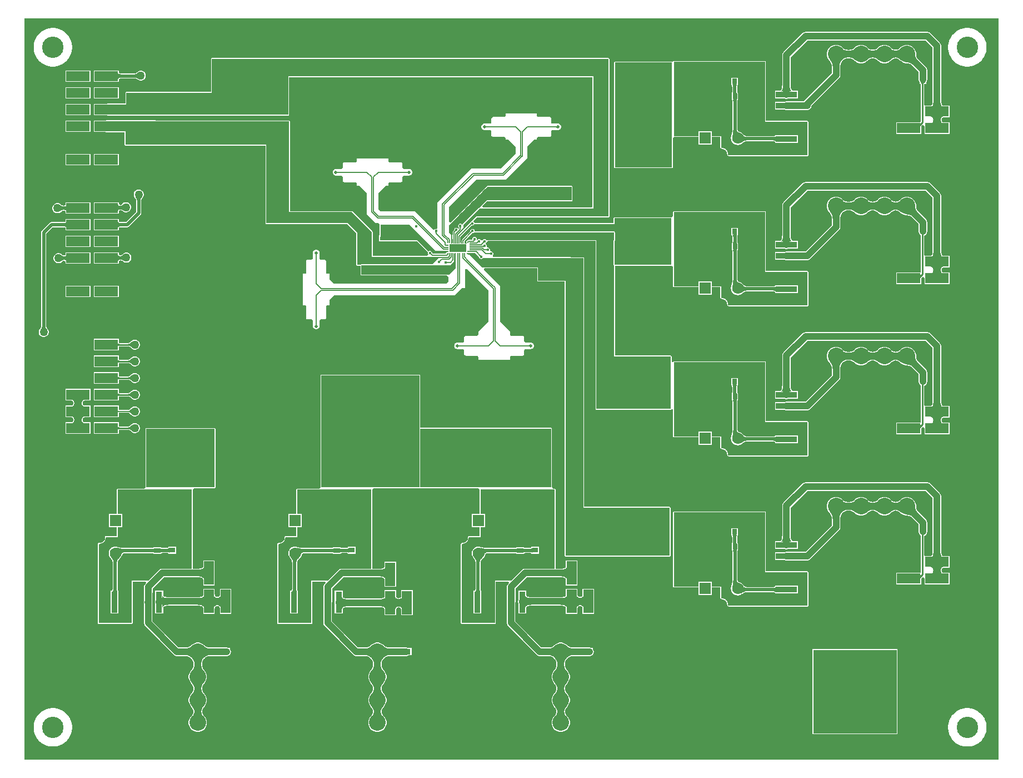
<source format=gtl>
G04*
G04 #@! TF.GenerationSoftware,Altium Limited,Altium Designer,21.2.2 (38)*
G04*
G04 Layer_Physical_Order=1*
G04 Layer_Color=255*
%FSLAX25Y25*%
%MOIN*%
G70*
G04*
G04 #@! TF.SameCoordinates,52539C7D-95C9-4EB3-8E82-0DEE1B6B5610*
G04*
G04*
G04 #@! TF.FilePolarity,Positive*
G04*
G01*
G75*
%ADD14C,0.01000*%
%ADD15C,0.00500*%
%ADD18R,0.05906X0.14000*%
%ADD19R,0.14000X0.05906*%
%ADD20R,0.01968X0.02362*%
G04:AMPARAMS|DCode=21|XSize=19.68mil|YSize=23.62mil|CornerRadius=0mil|HoleSize=0mil|Usage=FLASHONLY|Rotation=45.000|XOffset=0mil|YOffset=0mil|HoleType=Round|Shape=Rectangle|*
%AMROTATEDRECTD21*
4,1,4,0.00139,-0.01531,-0.01531,0.00139,-0.00139,0.01531,0.01531,-0.00139,0.00139,-0.01531,0.0*
%
%ADD21ROTATEDRECTD21*%

%ADD22R,0.50000X0.50000*%
%ADD23R,0.22638X0.29134*%
%ADD24R,0.03740X0.12598*%
%ADD25R,0.29134X0.22638*%
%ADD26R,0.12598X0.03740*%
%ADD27R,0.03150X0.03543*%
%ADD28R,0.02756X0.03543*%
%ADD29R,0.03543X0.03150*%
%ADD30R,0.03543X0.02756*%
%ADD31C,0.06000*%
%ADD64R,0.10000X0.04500*%
%ADD65R,0.01000X0.00500*%
%ADD66R,0.00500X0.01000*%
%ADD67R,0.01000X0.01000*%
%ADD68R,0.02600X0.01000*%
%ADD69R,0.01000X0.00500*%
%ADD70R,0.01200X0.01000*%
%ADD71R,0.00800X0.01000*%
%ADD72C,0.01968*%
%ADD73C,0.02000*%
%ADD74C,0.04000*%
%ADD75C,0.02000*%
%ADD76R,0.25103X0.02000*%
%ADD77R,0.02000X0.25103*%
%ADD78R,0.04013X0.01000*%
%ADD79C,0.12835*%
%ADD80C,0.09000*%
%ADD81C,0.07000*%
%ADD82R,0.07000X0.07000*%
%ADD83R,0.07000X0.07000*%
%ADD84C,0.01600*%
%ADD85C,0.05000*%
%ADD86C,0.03000*%
%ADD87C,0.10000*%
G36*
X584400Y0D02*
X584400Y0D01*
X0D01*
Y444100D01*
X584400D01*
Y0D01*
D02*
G37*
%LPC*%
G36*
X566321Y438441D02*
X564879D01*
X564845Y438427D01*
X564808Y438437D01*
X563379Y438248D01*
X563346Y438230D01*
X563309Y438235D01*
X561916Y437861D01*
X561887Y437839D01*
X561849D01*
X560517Y437287D01*
X560491Y437260D01*
X560454Y437255D01*
X559205Y436535D01*
X559182Y436505D01*
X559146Y436495D01*
X558002Y435617D01*
X557983Y435585D01*
X557949Y435571D01*
X556929Y434551D01*
X556915Y434516D01*
X556883Y434498D01*
X556005Y433354D01*
X555995Y433318D01*
X555966Y433295D01*
X555244Y432046D01*
X555240Y432009D01*
X555213Y431983D01*
X554661Y430651D01*
Y430613D01*
X554639Y430583D01*
X554265Y429191D01*
X554270Y429154D01*
X554252Y429121D01*
X554063Y427692D01*
X554073Y427656D01*
X554059Y427621D01*
Y426179D01*
X554073Y426145D01*
X554063Y426108D01*
X554252Y424679D01*
X554270Y424646D01*
X554265Y424609D01*
X554639Y423216D01*
X554661Y423187D01*
Y423149D01*
X555213Y421817D01*
X555240Y421791D01*
X555244Y421754D01*
X555966Y420505D01*
X555995Y420482D01*
X556005Y420446D01*
X556883Y419302D01*
X556915Y419283D01*
X556929Y419249D01*
X557949Y418229D01*
X557983Y418215D01*
X558002Y418183D01*
X559146Y417305D01*
X559182Y417295D01*
X559205Y417266D01*
X560454Y416544D01*
X560491Y416540D01*
X560517Y416513D01*
X561849Y415961D01*
X561887D01*
X561916Y415939D01*
X563309Y415565D01*
X563346Y415570D01*
X563379Y415552D01*
X564808Y415363D01*
X564845Y415373D01*
X564879Y415359D01*
X566321D01*
X566356Y415373D01*
X566392Y415363D01*
X567821Y415552D01*
X567854Y415570D01*
X567891Y415565D01*
X569283Y415939D01*
X569313Y415961D01*
X569350D01*
X570683Y416513D01*
X570709Y416540D01*
X570746Y416544D01*
X571995Y417266D01*
X572018Y417295D01*
X572054Y417305D01*
X573198Y418183D01*
X573216Y418215D01*
X573251Y418229D01*
X574271Y419249D01*
X574285Y419283D01*
X574317Y419302D01*
X575195Y420446D01*
X575205Y420482D01*
X575235Y420505D01*
X575955Y421754D01*
X575960Y421791D01*
X575987Y421817D01*
X576539Y423149D01*
Y423187D01*
X576561Y423216D01*
X576934Y424609D01*
X576930Y424646D01*
X576948Y424679D01*
X577137Y426108D01*
X577127Y426145D01*
X577141Y426179D01*
Y427621D01*
X577127Y427656D01*
X577137Y427692D01*
X576948Y429121D01*
X576930Y429154D01*
X576934Y429191D01*
X576561Y430583D01*
X576539Y430613D01*
Y430651D01*
X575987Y431983D01*
X575960Y432009D01*
X575955Y432046D01*
X575235Y433295D01*
X575205Y433318D01*
X575195Y433354D01*
X574317Y434498D01*
X574285Y434516D01*
X574271Y434551D01*
X573251Y435571D01*
X573216Y435585D01*
X573198Y435617D01*
X572054Y436495D01*
X572018Y436505D01*
X571995Y436535D01*
X570746Y437255D01*
X570709Y437260D01*
X570683Y437287D01*
X569350Y437839D01*
X569313D01*
X569283Y437861D01*
X567891Y438235D01*
X567854Y438230D01*
X567821Y438248D01*
X566392Y438437D01*
X566356Y438427D01*
X566321Y438441D01*
D02*
G37*
G36*
X17821D02*
X16379D01*
X16344Y438427D01*
X16308Y438437D01*
X14879Y438248D01*
X14846Y438230D01*
X14809Y438235D01*
X13417Y437861D01*
X13387Y437839D01*
X13350D01*
X12017Y437287D01*
X11991Y437260D01*
X11954Y437255D01*
X10705Y436535D01*
X10682Y436505D01*
X10646Y436495D01*
X9502Y435617D01*
X9483Y435585D01*
X9449Y435571D01*
X8429Y434551D01*
X8415Y434516D01*
X8383Y434498D01*
X7505Y433354D01*
X7495Y433318D01*
X7465Y433295D01*
X6745Y432046D01*
X6740Y432009D01*
X6713Y431983D01*
X6161Y430651D01*
Y430613D01*
X6139Y430583D01*
X5765Y429191D01*
X5770Y429154D01*
X5752Y429121D01*
X5563Y427692D01*
X5573Y427656D01*
X5559Y427621D01*
Y426179D01*
X5573Y426145D01*
X5563Y426108D01*
X5752Y424679D01*
X5770Y424646D01*
X5765Y424609D01*
X6139Y423216D01*
X6161Y423187D01*
Y423149D01*
X6713Y421817D01*
X6740Y421791D01*
X6745Y421754D01*
X7465Y420505D01*
X7495Y420482D01*
X7505Y420446D01*
X8383Y419302D01*
X8415Y419283D01*
X8429Y419249D01*
X9449Y418229D01*
X9483Y418215D01*
X9502Y418183D01*
X10646Y417305D01*
X10682Y417295D01*
X10705Y417266D01*
X11954Y416544D01*
X11991Y416540D01*
X12017Y416513D01*
X13350Y415961D01*
X13387D01*
X13417Y415939D01*
X14809Y415565D01*
X14846Y415570D01*
X14879Y415552D01*
X16308Y415363D01*
X16344Y415373D01*
X16379Y415359D01*
X17821D01*
X17855Y415373D01*
X17892Y415363D01*
X19321Y415552D01*
X19354Y415570D01*
X19391Y415565D01*
X20784Y415939D01*
X20813Y415961D01*
X20851D01*
X22183Y416513D01*
X22209Y416540D01*
X22246Y416544D01*
X23495Y417266D01*
X23518Y417295D01*
X23554Y417305D01*
X24698Y418183D01*
X24716Y418215D01*
X24751Y418229D01*
X25771Y419249D01*
X25785Y419283D01*
X25817Y419302D01*
X26695Y420446D01*
X26705Y420482D01*
X26735Y420505D01*
X27455Y421754D01*
X27460Y421791D01*
X27487Y421817D01*
X28039Y423149D01*
Y423187D01*
X28061Y423216D01*
X28435Y424609D01*
X28430Y424646D01*
X28448Y424679D01*
X28637Y426108D01*
X28627Y426145D01*
X28641Y426179D01*
Y427621D01*
X28627Y427656D01*
X28637Y427692D01*
X28448Y429121D01*
X28430Y429154D01*
X28435Y429191D01*
X28061Y430583D01*
X28039Y430613D01*
Y430651D01*
X27487Y431983D01*
X27460Y432009D01*
X27455Y432046D01*
X26735Y433295D01*
X26705Y433318D01*
X26695Y433354D01*
X25817Y434498D01*
X25785Y434516D01*
X25771Y434551D01*
X24751Y435571D01*
X24716Y435585D01*
X24698Y435617D01*
X23554Y436495D01*
X23518Y436505D01*
X23495Y436535D01*
X22246Y437255D01*
X22209Y437260D01*
X22183Y437287D01*
X20851Y437839D01*
X20813D01*
X20784Y437861D01*
X19391Y438235D01*
X19354Y438230D01*
X19321Y438248D01*
X17892Y438437D01*
X17855Y438427D01*
X17821Y438441D01*
D02*
G37*
G36*
X444236Y418641D02*
X444001Y418641D01*
X390334D01*
X389735Y418641D01*
X389710Y418635D01*
X388904Y418422D01*
X388670Y418393D01*
X387864Y418341D01*
X387556D01*
X354400Y418341D01*
X354017Y418183D01*
X353859Y417800D01*
X353859Y355235D01*
X353859Y355000D01*
X353859Y355000D01*
X354017Y354617D01*
X354400Y354459D01*
X354400Y354459D01*
X354635Y354459D01*
X388500Y354459D01*
X388883Y354617D01*
X389041Y355000D01*
X389041Y372332D01*
X389735Y373127D01*
X390041Y373128D01*
X404290D01*
Y368400D01*
X412290D01*
Y373128D01*
X417549D01*
X417549Y366634D01*
X417616Y366473D01*
X417661Y366305D01*
X417693Y366286D01*
X417708Y366252D01*
X417869Y366185D01*
X418020Y366098D01*
X418993Y365970D01*
X419835Y365621D01*
X420557Y365067D01*
X421112Y364344D01*
X421460Y363503D01*
X421588Y362529D01*
X421667Y362393D01*
X421718Y362243D01*
X421718Y362243D01*
X422009Y361912D01*
X422025Y361903D01*
X422033Y361886D01*
X422209Y361813D01*
X422380Y361729D01*
X422380Y361729D01*
X422398Y361735D01*
X422415Y361727D01*
X469501Y361727D01*
X469736Y361727D01*
X469736Y361727D01*
X470119Y361886D01*
X470277Y362269D01*
X470277Y362269D01*
X470277Y362503D01*
X470277Y377369D01*
Y382200D01*
X470119Y382583D01*
X469736Y382741D01*
X444777D01*
X444777Y417865D01*
X444777Y418100D01*
X444777Y418100D01*
X444619Y418483D01*
X444236Y418641D01*
X444236Y418641D01*
D02*
G37*
G36*
X56700Y413008D02*
X41700D01*
Y406103D01*
X56700D01*
Y407645D01*
X56714Y407671D01*
X56728Y407797D01*
X56744Y407843D01*
X56771Y407883D01*
X56825Y407933D01*
X56923Y407993D01*
X57073Y408054D01*
X57276Y408108D01*
X57532Y408150D01*
X57837Y408177D01*
X58202Y408187D01*
X58228Y408198D01*
X66111D01*
X66137Y408187D01*
X66369Y408180D01*
X66574Y408162D01*
X66767Y408133D01*
X66949Y408092D01*
X67121Y408041D01*
X67282Y407979D01*
X67434Y407907D01*
X67577Y407824D01*
X67712Y407731D01*
X67857Y407612D01*
X67926Y407591D01*
X68018Y407499D01*
X68702Y407104D01*
X69465Y406900D01*
X70255D01*
X71018Y407104D01*
X71702Y407499D01*
X72261Y408058D01*
X72655Y408742D01*
X72860Y409505D01*
Y410295D01*
X72655Y411058D01*
X72261Y411742D01*
X71702Y412301D01*
X71018Y412696D01*
X70255Y412900D01*
X69465D01*
X68702Y412696D01*
X68018Y412301D01*
X67649Y411932D01*
X67563Y411893D01*
X67440Y411761D01*
X67325Y411660D01*
X67202Y411572D01*
X67069Y411495D01*
X66926Y411428D01*
X66769Y411373D01*
X66599Y411328D01*
X66414Y411296D01*
X66215Y411276D01*
X65984Y411269D01*
X65972Y411263D01*
X65960Y411267D01*
X65940Y411257D01*
X58228D01*
X58202Y411269D01*
X57837Y411278D01*
X57532Y411305D01*
X57276Y411347D01*
X57073Y411402D01*
X56923Y411463D01*
X56825Y411522D01*
X56771Y411572D01*
X56744Y411613D01*
X56728Y411658D01*
X56714Y411785D01*
X56700Y411811D01*
Y413008D01*
D02*
G37*
G36*
X39700D02*
X24700D01*
Y406103D01*
X39700D01*
Y413008D01*
D02*
G37*
G36*
X56700Y403008D02*
X41700D01*
Y396102D01*
X56700D01*
Y403008D01*
D02*
G37*
G36*
X39700D02*
X24700D01*
Y396102D01*
X39700D01*
Y403008D01*
D02*
G37*
G36*
X541700Y436149D02*
X468600D01*
X467625Y435955D01*
X466798Y435402D01*
X455310Y423915D01*
X454757Y423088D01*
X454564Y422112D01*
Y404154D01*
X454552Y403713D01*
X454495Y403068D01*
X454403Y402513D01*
X454279Y402049D01*
X454128Y401679D01*
X453959Y401402D01*
X453779Y401207D01*
X453588Y401080D01*
X453372Y401004D01*
X453056Y400970D01*
X453029Y400956D01*
X450313D01*
Y396216D01*
X456213D01*
X457112Y396037D01*
X458012Y396216D01*
X463912D01*
Y400956D01*
X461195D01*
X461169Y400970D01*
X460853Y401004D01*
X460637Y401080D01*
X460446Y401207D01*
X460266Y401402D01*
X460097Y401679D01*
X459946Y402049D01*
X459822Y402513D01*
X459730Y403068D01*
X459673Y403713D01*
X459661Y404154D01*
Y421057D01*
X469656Y431051D01*
X540644D01*
X544851Y426844D01*
Y395051D01*
X544839Y394609D01*
X544783Y393965D01*
X544691Y393409D01*
X544566Y392946D01*
X544415Y392576D01*
X544246Y392299D01*
X544066Y392104D01*
X543876Y391977D01*
X543660Y391900D01*
X543343Y391867D01*
X543317Y391853D01*
X539900Y391853D01*
X539820Y392819D01*
Y404378D01*
X539841Y404426D01*
X539846Y404602D01*
X539857Y404737D01*
X539875Y404843D01*
X539894Y404916D01*
X539899Y404928D01*
X541065D01*
Y405963D01*
X541455Y406546D01*
X541649Y407521D01*
Y413122D01*
X541455Y414097D01*
X540902Y414924D01*
X536378Y419449D01*
X536231Y419605D01*
X535949Y419945D01*
X535703Y420288D01*
X535493Y420634D01*
X535317Y420981D01*
X535175Y421331D01*
X535065Y421685D01*
X534989Y422043D01*
X534944Y422406D01*
X534931Y422799D01*
X534890Y422889D01*
Y423555D01*
X534516Y424954D01*
X533791Y426208D01*
X532767Y427232D01*
X531513Y427956D01*
X530115Y428331D01*
X528666D01*
X527268Y427956D01*
X526013Y427232D01*
X525542Y426761D01*
X525450Y426726D01*
X525163Y426458D01*
X524874Y426232D01*
X524567Y426034D01*
X524240Y425861D01*
X523892Y425713D01*
X523521Y425592D01*
X523129Y425497D01*
X522712Y425428D01*
X522640Y425421D01*
X522569Y425428D01*
X522152Y425497D01*
X521759Y425592D01*
X521389Y425713D01*
X521041Y425861D01*
X520714Y426034D01*
X520406Y426232D01*
X520118Y426458D01*
X519831Y426726D01*
X519739Y426761D01*
X519268Y427232D01*
X518013Y427956D01*
X516614Y428331D01*
X515166D01*
X513767Y427956D01*
X512513Y427232D01*
X512042Y426761D01*
X511950Y426726D01*
X511663Y426458D01*
X511374Y426232D01*
X511067Y426034D01*
X510740Y425861D01*
X510392Y425713D01*
X510021Y425592D01*
X509628Y425497D01*
X509212Y425428D01*
X508890Y425398D01*
X508569Y425428D01*
X508152Y425497D01*
X507759Y425592D01*
X507389Y425713D01*
X507041Y425861D01*
X506714Y426034D01*
X506406Y426232D01*
X506118Y426458D01*
X505831Y426726D01*
X505739Y426761D01*
X505267Y427232D01*
X504013Y427956D01*
X502614Y428331D01*
X501166D01*
X499767Y427956D01*
X498513Y427232D01*
X498042Y426761D01*
X497950Y426726D01*
X497663Y426458D01*
X497374Y426232D01*
X497067Y426034D01*
X496740Y425861D01*
X496392Y425713D01*
X496021Y425592D01*
X495628Y425497D01*
X495212Y425428D01*
X494772Y425387D01*
X494558Y425380D01*
X494223D01*
X494009Y425387D01*
X493569Y425428D01*
X493152Y425497D01*
X492759Y425592D01*
X492389Y425713D01*
X492041Y425861D01*
X491714Y426034D01*
X491406Y426232D01*
X491118Y426458D01*
X490831Y426726D01*
X490739Y426761D01*
X490268Y427232D01*
X489013Y427956D01*
X487614Y428331D01*
X486166D01*
X484767Y427956D01*
X483513Y427232D01*
X482489Y426208D01*
X481765Y424954D01*
X481390Y423555D01*
Y422107D01*
X481765Y420708D01*
X482489Y419454D01*
X482961Y418983D01*
X482995Y418891D01*
X483264Y418604D01*
X483489Y418315D01*
X483688Y418008D01*
X483861Y417681D01*
X484008Y417332D01*
X484129Y416962D01*
X484225Y416569D01*
X484293Y416153D01*
X484335Y415712D01*
X484341Y415499D01*
Y411288D01*
X467848Y394795D01*
X467612Y394442D01*
X457112D01*
X456213Y394263D01*
X450313D01*
Y389523D01*
X456213D01*
X457112Y389344D01*
X469651D01*
X470626Y389538D01*
X471453Y390090D01*
X472006Y390917D01*
X472200Y391893D01*
X472192Y391930D01*
X488693Y408430D01*
X489245Y409257D01*
X489439Y410232D01*
Y415499D01*
X489446Y415712D01*
X489487Y416153D01*
X489556Y416569D01*
X489651Y416962D01*
X489773Y417333D01*
X489920Y417681D01*
X490093Y418008D01*
X490292Y418315D01*
X490517Y418604D01*
X490786Y418891D01*
X490798Y418924D01*
X490831Y418936D01*
X491118Y419205D01*
X491406Y419430D01*
X491714Y419629D01*
X492041Y419802D01*
X492389Y419949D01*
X492759Y420070D01*
X493152Y420165D01*
X493569Y420234D01*
X494009Y420276D01*
X494223Y420282D01*
X494558D01*
X494772Y420276D01*
X495212Y420234D01*
X495628Y420165D01*
X496021Y420070D01*
X496392Y419949D01*
X496740Y419802D01*
X497067Y419629D01*
X497374Y419430D01*
X497663Y419205D01*
X497950Y418936D01*
X498042Y418901D01*
X498513Y418430D01*
X499767Y417706D01*
X501166Y417331D01*
X502614D01*
X504013Y417706D01*
X505267Y418430D01*
X505739Y418901D01*
X505831Y418936D01*
X506118Y419205D01*
X506406Y419430D01*
X506714Y419629D01*
X507041Y419802D01*
X507389Y419949D01*
X507759Y420070D01*
X508152Y420165D01*
X508569Y420234D01*
X508890Y420265D01*
X509212Y420234D01*
X509628Y420165D01*
X510021Y420070D01*
X510392Y419949D01*
X510740Y419802D01*
X511067Y419629D01*
X511374Y419430D01*
X511663Y419205D01*
X511950Y418936D01*
X512042Y418901D01*
X512513Y418430D01*
X513767Y417706D01*
X515166Y417331D01*
X516614D01*
X518013Y417706D01*
X519268Y418430D01*
X519739Y418901D01*
X519831Y418936D01*
X520118Y419205D01*
X520406Y419430D01*
X520714Y419629D01*
X521041Y419802D01*
X521389Y419949D01*
X521759Y420070D01*
X522152Y420165D01*
X522569Y420234D01*
X522640Y420241D01*
X522712Y420234D01*
X523129Y420165D01*
X523521Y420070D01*
X523892Y419949D01*
X524240Y419802D01*
X524567Y419629D01*
X524874Y419430D01*
X525163Y419205D01*
X525450Y418936D01*
X525542Y418901D01*
X526013Y418430D01*
X527268Y417706D01*
X528666Y417331D01*
X529333D01*
X529422Y417291D01*
X529815Y417277D01*
X530179Y417233D01*
X530537Y417156D01*
X530890Y417047D01*
X531241Y416905D01*
X531588Y416729D01*
X531933Y416518D01*
X532276Y416272D01*
X532617Y415991D01*
X532773Y415844D01*
X536551Y412066D01*
Y407521D01*
X536745Y406546D01*
X536916Y406291D01*
Y404928D01*
X537701D01*
X537706Y404916D01*
X537725Y404843D01*
X537743Y404737D01*
X537754Y404602D01*
X537759Y404426D01*
X537780Y404378D01*
Y382629D01*
X537230Y381858D01*
X537223Y381853D01*
X522900D01*
Y374947D01*
X537900D01*
Y378996D01*
X537916Y379030D01*
X537923Y379142D01*
X537936Y379230D01*
X537960Y379321D01*
X537994Y379417D01*
X538041Y379518D01*
X538100Y379624D01*
X538172Y379734D01*
X538260Y379850D01*
X538361Y379969D01*
X538487Y380101D01*
X538932Y380208D01*
X539900Y379529D01*
Y374947D01*
X554900D01*
Y381853D01*
X551483D01*
X551457Y381867D01*
X551140Y381900D01*
X550924Y381977D01*
X550734Y382104D01*
X550554Y382299D01*
X550385Y382576D01*
X550234Y382946D01*
X550113Y383397D01*
X550234Y383846D01*
X550385Y384214D01*
X550554Y384491D01*
X550733Y384684D01*
X550924Y384811D01*
X551140Y384888D01*
X551457Y384921D01*
X551505Y384947D01*
X554900D01*
Y391853D01*
X551483D01*
X551457Y391867D01*
X551140Y391900D01*
X550924Y391977D01*
X550734Y392104D01*
X550554Y392299D01*
X550385Y392576D01*
X550234Y392946D01*
X550109Y393409D01*
X550017Y393965D01*
X549961Y394609D01*
X549949Y395051D01*
Y427900D01*
X549755Y428875D01*
X549202Y429702D01*
X543502Y435402D01*
X542675Y435955D01*
X541700Y436149D01*
D02*
G37*
G36*
X39700Y393008D02*
X24700D01*
Y386103D01*
X39700D01*
Y393008D01*
D02*
G37*
G36*
Y383008D02*
X24700D01*
Y376102D01*
X39700D01*
Y383008D01*
D02*
G37*
G36*
X112500Y420541D02*
X112500Y420541D01*
X112117Y420383D01*
X111959Y420000D01*
X111959Y420000D01*
X111959Y419765D01*
Y400141D01*
X61100Y400141D01*
X60717Y399983D01*
X60559Y399600D01*
X60559Y393086D01*
X49900D01*
X49312Y393008D01*
X41700D01*
Y386103D01*
X49312D01*
X49900Y386025D01*
X75655D01*
X75911Y386059D01*
X112500Y386059D01*
X158300D01*
X158683Y386217D01*
X158841Y386600D01*
Y408859D01*
X340759D01*
X340759Y331500D01*
X340052Y330792D01*
X337903Y330792D01*
X337900Y330794D01*
X275036D01*
X274653Y331718D01*
X277498Y334563D01*
X328065Y334563D01*
X328300Y334562D01*
X328300Y334563D01*
X328683Y334721D01*
X328841Y335104D01*
X328841Y335104D01*
X328841Y335338D01*
X328841Y343331D01*
X328683Y343714D01*
X328300Y343872D01*
X277915Y343872D01*
X277915Y343872D01*
X277532Y343714D01*
X277532Y343714D01*
X271289Y337471D01*
X271289Y337471D01*
X255721Y321916D01*
X255589Y321788D01*
X254668Y322177D01*
Y331178D01*
X270890Y347400D01*
X288700Y347400D01*
X301600Y360300D01*
X301600Y367500D01*
X305800Y371700D01*
X307548D01*
Y372200D01*
Y372409D01*
X307709Y372796D01*
X308004Y373091D01*
X308391Y373252D01*
X315100D01*
X315285Y373270D01*
X315627Y373411D01*
X315889Y373673D01*
X316030Y374015D01*
X316049Y374200D01*
Y376200D01*
Y376409D01*
X316209Y376796D01*
X316504Y377091D01*
X316891Y377252D01*
X320100D01*
X320480Y377289D01*
X321182Y377580D01*
X321720Y378117D01*
X322011Y378820D01*
X322048Y379200D01*
X322011Y379580D01*
X321720Y380282D01*
X321182Y380820D01*
X320480Y381111D01*
X320100Y381149D01*
X316891D01*
X316504Y381309D01*
X316209Y381604D01*
X316049Y381991D01*
Y382200D01*
Y382204D01*
X316050Y382211D01*
X316052Y382219D01*
X316055Y382226D01*
X316057Y382229D01*
X316055Y382232D01*
X316052Y382239D01*
X316050Y382246D01*
X316049Y382254D01*
Y382258D01*
Y384200D01*
X316030Y384385D01*
X315889Y384727D01*
X315627Y384989D01*
X315285Y385130D01*
X315100Y385149D01*
X308391D01*
X308004Y385309D01*
X307709Y385604D01*
X307548Y385991D01*
Y386200D01*
Y387257D01*
X288651D01*
Y386200D01*
Y385991D01*
X288491Y385604D01*
X288196Y385309D01*
X287809Y385149D01*
X281100D01*
X280915Y385130D01*
X280573Y384989D01*
X280311Y384727D01*
X280170Y384385D01*
X280152Y384200D01*
Y382200D01*
Y381991D01*
X279991Y381604D01*
X279696Y381309D01*
X279309Y381149D01*
X276100D01*
X275720Y381111D01*
X275017Y380820D01*
X274480Y380282D01*
X274189Y379580D01*
X274151Y379200D01*
X274189Y378820D01*
X274480Y378117D01*
X275017Y377580D01*
X275720Y377289D01*
X276100Y377252D01*
X279309D01*
X279696Y377091D01*
X279991Y376796D01*
X280152Y376409D01*
Y376200D01*
Y376196D01*
X280150Y376189D01*
X280148Y376181D01*
X280145Y376174D01*
X280143Y376171D01*
X280145Y376168D01*
X280148Y376161D01*
X280150Y376154D01*
X280152Y376146D01*
Y376143D01*
Y374200D01*
X280170Y374015D01*
X280311Y373673D01*
X280573Y373411D01*
X280915Y373270D01*
X281100Y373252D01*
X287809D01*
X288196Y373091D01*
X288491Y372796D01*
X288651Y372409D01*
Y372200D01*
Y371700D01*
X290035D01*
X294584Y367151D01*
X294584Y363084D01*
X285800Y354300D01*
X267924Y354300D01*
X247669Y334045D01*
Y318336D01*
X247212Y318031D01*
X246695D01*
X246217Y317833D01*
X245852Y317467D01*
X245463Y317390D01*
X234354Y328500D01*
X213622Y328500D01*
X212349Y329773D01*
X212348Y339648D01*
X216700Y344000D01*
X218299D01*
Y345000D01*
Y345209D01*
X218459Y345596D01*
X218754Y345891D01*
X219141Y346052D01*
X225850D01*
X226035Y346070D01*
X226377Y346211D01*
X226639Y346473D01*
X226780Y346815D01*
X226799Y347000D01*
Y349000D01*
Y349209D01*
X226959Y349596D01*
X227254Y349891D01*
X227641Y350051D01*
X230850D01*
X231230Y350089D01*
X231932Y350380D01*
X232470Y350918D01*
X232761Y351620D01*
X232799Y352000D01*
X232761Y352380D01*
X232470Y353082D01*
X231932Y353620D01*
X231230Y353911D01*
X230850Y353948D01*
X227641D01*
X227254Y354109D01*
X226959Y354404D01*
X226799Y354791D01*
Y355000D01*
Y355004D01*
X226800Y355011D01*
X226802Y355019D01*
X226805Y355026D01*
X226807Y355029D01*
X226805Y355032D01*
X226802Y355039D01*
X226800Y355046D01*
X226799Y355054D01*
Y355058D01*
Y357000D01*
X226780Y357185D01*
X226639Y357527D01*
X226377Y357789D01*
X226035Y357930D01*
X225850Y357948D01*
X219141D01*
X218754Y358109D01*
X218459Y358404D01*
X218299Y358791D01*
Y359000D01*
Y360100D01*
X199401D01*
Y359000D01*
Y358791D01*
X199241Y358404D01*
X198946Y358109D01*
X198559Y357948D01*
X191850D01*
X191665Y357930D01*
X191323Y357789D01*
X191061Y357527D01*
X190920Y357185D01*
X190902Y357000D01*
Y355000D01*
Y354791D01*
X190741Y354404D01*
X190446Y354109D01*
X190059Y353948D01*
X186850D01*
X186470Y353911D01*
X185767Y353620D01*
X185230Y353082D01*
X184939Y352380D01*
X184901Y352000D01*
X184939Y351620D01*
X185230Y350918D01*
X185767Y350380D01*
X186470Y350089D01*
X186850Y350051D01*
X190059D01*
X190446Y349891D01*
X190741Y349596D01*
X190902Y349209D01*
Y349000D01*
Y348996D01*
X190900Y348989D01*
X190898Y348981D01*
X190895Y348974D01*
X190893Y348971D01*
X190895Y348968D01*
X190898Y348961D01*
X190900Y348954D01*
X190902Y348946D01*
Y348942D01*
Y347000D01*
X190920Y346815D01*
X191061Y346473D01*
X191323Y346211D01*
X191665Y346070D01*
X191850Y346052D01*
X198559D01*
X198946Y345891D01*
X199241Y345596D01*
X199401Y345209D01*
Y345000D01*
Y344000D01*
X200900D01*
X205362Y339538D01*
X205362Y326819D01*
X210663Y321518D01*
X212468D01*
X213081Y320600D01*
X213081Y320365D01*
X213081Y314067D01*
X212848D01*
Y311149D01*
X212848Y311149D01*
Y310704D01*
X213622Y310601D01*
X213806Y310601D01*
X235422Y310601D01*
X241933Y304090D01*
X242058Y304039D01*
X241985Y303862D01*
Y303345D01*
X242183Y302867D01*
X242228Y302822D01*
X241814Y301822D01*
X208941D01*
Y316217D01*
X208783Y316600D01*
X208783Y316600D01*
X196900Y328483D01*
X196517Y328641D01*
X196517Y328641D01*
X159241Y328641D01*
X159241Y382500D01*
X159083Y382883D01*
X158700Y383041D01*
X79191Y383041D01*
X78855Y383085D01*
X49200D01*
X48612Y383008D01*
X41700D01*
Y376102D01*
X48612D01*
X49200Y376025D01*
X60159D01*
X60159Y368500D01*
X60317Y368117D01*
X60700Y367959D01*
X144559Y367959D01*
X144559Y321500D01*
X144717Y321117D01*
X145100Y320959D01*
X193876Y320959D01*
X199159Y315676D01*
X199159Y296635D01*
X199159Y296400D01*
X199159Y296400D01*
X199317Y296017D01*
X199700Y295859D01*
X199700Y295859D01*
X199935Y295859D01*
X201659D01*
X201659Y290631D01*
X201817Y290248D01*
X202200Y290090D01*
X253395Y290090D01*
X254318Y289090D01*
Y286590D01*
X252908Y285181D01*
X255233D01*
X256789Y286745D01*
X257072Y287025D01*
X256783Y286731D01*
X255233Y285181D01*
X185792Y285181D01*
X183000Y287973D01*
X183000Y291148D01*
X181791D01*
X181404Y291309D01*
X181109Y291604D01*
X180948Y291991D01*
Y292200D01*
Y298700D01*
X180930Y298885D01*
X180789Y299227D01*
X180527Y299489D01*
X180185Y299630D01*
X180000Y299648D01*
X177791D01*
X177404Y299809D01*
X177109Y300104D01*
X176948Y300491D01*
Y300700D01*
Y303690D01*
Y303700D01*
X176911Y304080D01*
X176620Y304783D01*
X176083Y305320D01*
X175380Y305611D01*
X175000Y305648D01*
X174620Y305611D01*
X173917Y305320D01*
X173380Y304783D01*
X173089Y304080D01*
X173052Y303700D01*
Y300700D01*
Y300491D01*
X172891Y300104D01*
X172596Y299809D01*
X172209Y299648D01*
X171996D01*
X171989Y299650D01*
X171981Y299652D01*
X171974Y299655D01*
X171971Y299657D01*
X171968Y299655D01*
X171961Y299652D01*
X171954Y299650D01*
X171946Y299648D01*
X170000D01*
X169815Y299630D01*
X169473Y299489D01*
X169211Y299227D01*
X169070Y298885D01*
X169052Y298700D01*
Y292200D01*
Y291991D01*
X168891Y291604D01*
X168596Y291309D01*
X168209Y291148D01*
X166900D01*
Y272252D01*
X168209D01*
X168596Y272091D01*
X168891Y271796D01*
X169052Y271409D01*
Y271200D01*
Y264700D01*
X169070Y264515D01*
X169211Y264173D01*
X169473Y263911D01*
X169815Y263770D01*
X170000Y263752D01*
X172209D01*
X172596Y263591D01*
X172891Y263296D01*
X173052Y262909D01*
Y262700D01*
Y259700D01*
X173089Y259320D01*
X173380Y258617D01*
X173917Y258080D01*
X174620Y257789D01*
X175000Y257751D01*
X175380Y257789D01*
X176083Y258080D01*
X176620Y258617D01*
X176911Y259320D01*
X176948Y259700D01*
Y259710D01*
Y262700D01*
Y262909D01*
X177109Y263296D01*
X177404Y263591D01*
X177791Y263752D01*
X178004D01*
X178011Y263750D01*
X178019Y263748D01*
X178026Y263745D01*
X178029Y263743D01*
X178032Y263745D01*
X178039Y263748D01*
X178046Y263750D01*
X178054Y263752D01*
X180000D01*
X180185Y263770D01*
X180527Y263911D01*
X180789Y264173D01*
X180930Y264515D01*
X180948Y264700D01*
Y271200D01*
Y271409D01*
X181109Y271796D01*
X181404Y272091D01*
X181791Y272252D01*
X183000D01*
Y275400D01*
X185800Y278200D01*
X258083Y278200D01*
X262302Y282419D01*
Y282422D01*
X264301D01*
Y293881D01*
X265225Y294264D01*
X278300Y281189D01*
Y262499D01*
X272353Y256552D01*
Y255000D01*
Y254791D01*
X272193Y254404D01*
X271897Y254109D01*
X271510Y253948D01*
X264801D01*
X264616Y253930D01*
X264274Y253789D01*
X264013Y253527D01*
X263871Y253185D01*
X263853Y253000D01*
Y251000D01*
Y250791D01*
X263693Y250404D01*
X263397Y250109D01*
X263010Y249949D01*
X259801D01*
X259421Y249911D01*
X258719Y249620D01*
X258181Y249082D01*
X257890Y248380D01*
X257853Y248000D01*
X257890Y247620D01*
X258181Y246918D01*
X258719Y246380D01*
X259421Y246089D01*
X259801Y246052D01*
X263010D01*
X263397Y245891D01*
X263693Y245596D01*
X263853Y245209D01*
Y245000D01*
Y244996D01*
X263852Y244989D01*
X263849Y244981D01*
X263846Y244974D01*
X263844Y244971D01*
X263846Y244968D01*
X263849Y244961D01*
X263852Y244954D01*
X263853Y244946D01*
Y244942D01*
Y243000D01*
X263871Y242815D01*
X264013Y242473D01*
X264274Y242211D01*
X264616Y242070D01*
X264801Y242052D01*
X271510D01*
X271897Y241891D01*
X272193Y241596D01*
X272353Y241209D01*
Y241000D01*
Y239695D01*
X291250Y239705D01*
Y241000D01*
Y241209D01*
X291410Y241596D01*
X291706Y241891D01*
X292092Y242052D01*
X298801D01*
X298986Y242070D01*
X299328Y242211D01*
X299590Y242473D01*
X299731Y242815D01*
X299750Y243000D01*
Y245000D01*
Y245209D01*
X299910Y245596D01*
X300206Y245891D01*
X300592Y246052D01*
X303801D01*
X304181Y246089D01*
X304884Y246380D01*
X305421Y246918D01*
X305712Y247620D01*
X305750Y248000D01*
X305712Y248380D01*
X305421Y249082D01*
X304884Y249620D01*
X304181Y249911D01*
X303801Y249949D01*
X300592D01*
X300206Y250109D01*
X299910Y250404D01*
X299750Y250791D01*
Y251000D01*
Y251004D01*
X299751Y251011D01*
X299753Y251019D01*
X299756Y251026D01*
X299759Y251029D01*
X299756Y251032D01*
X299753Y251039D01*
X299751Y251046D01*
X299750Y251054D01*
Y251058D01*
Y253000D01*
X299731Y253185D01*
X299590Y253527D01*
X299328Y253789D01*
X298986Y253930D01*
X298801Y253948D01*
X292092D01*
X291706Y254109D01*
X291410Y254404D01*
X291250Y254791D01*
Y255000D01*
Y256551D01*
X285300Y262501D01*
X285300Y283862D01*
X275627Y293535D01*
X276009Y294459D01*
X307659Y294459D01*
Y287000D01*
X307817Y286617D01*
X308200Y286459D01*
X324139Y286459D01*
Y122100D01*
X324298Y121717D01*
X324680Y121559D01*
X325400D01*
X325400Y121559D01*
X386865Y121559D01*
X387100Y121559D01*
X387100Y121559D01*
X387483Y121717D01*
X387641Y122100D01*
X387641Y122100D01*
X387641Y122335D01*
Y150900D01*
X387483Y151283D01*
X387100Y151441D01*
X335821Y151441D01*
Y300498D01*
X335663Y300881D01*
X335280Y301039D01*
X327780D01*
X327700Y301073D01*
X281192Y301072D01*
X280926Y301740D01*
X280893Y302073D01*
X281188Y302367D01*
X281386Y302845D01*
Y303362D01*
X281188Y303840D01*
X280822Y304206D01*
X280345Y304404D01*
X280135D01*
X279437Y305175D01*
X279402Y305245D01*
Y305762D01*
X279204Y306240D01*
X278838Y306606D01*
X278360Y306804D01*
X278069D01*
X277524Y307277D01*
X277273Y307650D01*
Y308012D01*
X277075Y308490D01*
X277066Y308500D01*
X276820Y309145D01*
X277066Y309791D01*
X277075Y309800D01*
X277273Y310278D01*
X278259Y310828D01*
X342559Y310828D01*
Y241600D01*
X342559Y210335D01*
X342559Y210100D01*
X342559Y210100D01*
X342717Y209717D01*
X343100Y209559D01*
X343100Y209559D01*
X343335Y209559D01*
X387700Y209559D01*
X388083Y209717D01*
X388241Y210100D01*
X389193Y209984D01*
Y193903D01*
X389193Y193669D01*
X389193Y193669D01*
X389352Y193286D01*
X389734Y193128D01*
X389735Y193127D01*
X389969Y193128D01*
X404290D01*
Y188400D01*
X412290D01*
Y193128D01*
X417549D01*
X417549Y186635D01*
X417616Y186474D01*
X417661Y186305D01*
X417693Y186286D01*
X417708Y186252D01*
X417869Y186185D01*
X418020Y186098D01*
X418993Y185970D01*
X419835Y185621D01*
X420557Y185067D01*
X421112Y184344D01*
X421460Y183503D01*
X421588Y182529D01*
X421667Y182393D01*
X421718Y182243D01*
X421718Y182243D01*
X422009Y181912D01*
X422025Y181903D01*
X422033Y181886D01*
X422209Y181813D01*
X422380Y181729D01*
X422380Y181729D01*
X422398Y181735D01*
X422415Y181727D01*
X469501Y181728D01*
X469736Y181727D01*
X469736Y181728D01*
X470119Y181886D01*
X470277Y182269D01*
X470277Y182269D01*
X470277Y182503D01*
X470277Y197369D01*
Y202200D01*
X470119Y202583D01*
X469736Y202741D01*
X444777D01*
X444777Y237865D01*
X444777Y238100D01*
X444777Y238100D01*
X444619Y238483D01*
X444236Y238641D01*
X444236Y238641D01*
X444001Y238641D01*
X389735D01*
X389352Y238483D01*
X389193Y238100D01*
X388241Y238216D01*
Y241365D01*
X388241Y241600D01*
X388241Y241600D01*
X388083Y241983D01*
X387700Y242141D01*
X387700Y242141D01*
X387465Y242141D01*
X354241Y242141D01*
Y295959D01*
X388100D01*
X388193Y295997D01*
X389193Y295521D01*
Y283903D01*
X389193Y283669D01*
X389193Y283669D01*
X389352Y283286D01*
X389734Y283127D01*
X389735Y283127D01*
X389969Y283127D01*
X404290D01*
Y278400D01*
X412290D01*
Y283127D01*
X417549D01*
X417549Y276635D01*
X417616Y276473D01*
X417661Y276305D01*
X417693Y276286D01*
X417708Y276252D01*
X417869Y276185D01*
X418020Y276098D01*
X418993Y275970D01*
X419835Y275621D01*
X420557Y275067D01*
X421112Y274344D01*
X421460Y273503D01*
X421588Y272529D01*
X421667Y272393D01*
X421718Y272243D01*
X421718Y272243D01*
X422009Y271912D01*
X422025Y271903D01*
X422033Y271886D01*
X422209Y271813D01*
X422380Y271729D01*
X422380Y271729D01*
X422398Y271735D01*
X422415Y271727D01*
X469501Y271727D01*
X469736Y271727D01*
X469736Y271727D01*
X470119Y271886D01*
X470277Y272269D01*
X470277Y272269D01*
X470277Y272503D01*
X470277Y287369D01*
Y292200D01*
X470119Y292583D01*
X469736Y292741D01*
X444777D01*
X444777Y327865D01*
X444777Y328100D01*
X444777Y328100D01*
X444619Y328483D01*
X444236Y328641D01*
X444236Y328641D01*
X444001Y328641D01*
X389735D01*
X389352Y328483D01*
X389193Y328100D01*
Y325479D01*
X388193Y325003D01*
X388100Y325041D01*
X380112D01*
X379985Y324989D01*
X379848Y324972D01*
X379621D01*
X379484Y324989D01*
X379357Y325041D01*
X354000D01*
X353617Y324883D01*
X353459Y324500D01*
Y321521D01*
X269910Y321521D01*
Y321652D01*
X269712Y322130D01*
X269346Y322495D01*
X269261Y322923D01*
X271327Y324990D01*
X335743D01*
X335800Y324967D01*
X350265D01*
X350500Y324966D01*
X350500Y324967D01*
X350883Y325125D01*
X351041Y325508D01*
X351041Y325508D01*
X351041Y325742D01*
X351041Y420000D01*
X350883Y420383D01*
X350500Y420541D01*
X112735Y420541D01*
X112500Y420541D01*
D02*
G37*
G36*
X56700Y363008D02*
X41700D01*
Y356102D01*
X56700D01*
Y363008D01*
D02*
G37*
G36*
X39700D02*
X24700D01*
Y356102D01*
X39700D01*
Y363008D01*
D02*
G37*
G36*
Y334008D02*
X24700D01*
Y332561D01*
X24686Y332535D01*
X24672Y332408D01*
X24656Y332363D01*
X24629Y332322D01*
X24575Y332272D01*
X24477Y332213D01*
X24327Y332152D01*
X24124Y332097D01*
X23868Y332055D01*
X23563Y332028D01*
X23432Y332025D01*
X23412Y332025D01*
X23208Y332044D01*
X23017Y332074D01*
X22838Y332116D01*
X22670Y332169D01*
X22514Y332233D01*
X22367Y332307D01*
X22229Y332392D01*
X22099Y332488D01*
X21960Y332611D01*
X21874Y332640D01*
X21714Y332801D01*
X21030Y333196D01*
X20267Y333400D01*
X19477D01*
X18714Y333196D01*
X18030Y332801D01*
X17471Y332242D01*
X17076Y331558D01*
X16872Y330795D01*
Y330005D01*
X17076Y329242D01*
X17471Y328558D01*
X18030Y327999D01*
X18714Y327604D01*
X19477Y327400D01*
X20267D01*
X21030Y327604D01*
X21714Y327999D01*
X21998Y328284D01*
X22092Y328322D01*
X22222Y328451D01*
X22342Y328551D01*
X22471Y328638D01*
X22609Y328714D01*
X22758Y328780D01*
X22919Y328835D01*
X23093Y328878D01*
X23280Y328910D01*
X23478Y328929D01*
X23563Y328927D01*
X23868Y328900D01*
X24124Y328858D01*
X24327Y328804D01*
X24477Y328743D01*
X24575Y328683D01*
X24629Y328633D01*
X24656Y328593D01*
X24672Y328547D01*
X24686Y328421D01*
X24700Y328395D01*
Y327102D01*
X39700D01*
Y334008D01*
D02*
G37*
G36*
X56700D02*
X41700D01*
Y327102D01*
X56700D01*
Y328695D01*
X56714Y328721D01*
X56728Y328847D01*
X56744Y328893D01*
X56771Y328933D01*
X56825Y328983D01*
X56923Y329043D01*
X57073Y329104D01*
X57276Y329158D01*
X57532Y329200D01*
X57714Y329216D01*
X57756Y329213D01*
X57951Y329184D01*
X58135Y329144D01*
X58308Y329094D01*
X58472Y329033D01*
X58626Y328962D01*
X58772Y328881D01*
X58909Y328789D01*
X59056Y328673D01*
X59115Y328657D01*
X59172Y328599D01*
X59856Y328204D01*
X60619Y328000D01*
X61409D01*
X62172Y328204D01*
X62856Y328599D01*
X63414Y329158D01*
X63809Y329842D01*
X64014Y330605D01*
Y331395D01*
X63809Y332158D01*
X63414Y332842D01*
X62856Y333401D01*
X62172Y333796D01*
X61409Y334000D01*
X60619D01*
X59856Y333796D01*
X59172Y333401D01*
X58754Y332983D01*
X58678Y332947D01*
X58558Y332814D01*
X58447Y332713D01*
X58327Y332624D01*
X58197Y332546D01*
X58056Y332480D01*
X57902Y332424D01*
X57734Y332379D01*
X57586Y332353D01*
X56722Y332765D01*
X56714Y332835D01*
X56700Y332861D01*
Y334008D01*
D02*
G37*
G36*
X68995Y341600D02*
X68205D01*
X67442Y341396D01*
X66758Y341001D01*
X66199Y340442D01*
X65804Y339758D01*
X65600Y338995D01*
Y338205D01*
X65804Y337442D01*
X66199Y336758D01*
X66420Y336537D01*
X66455Y336445D01*
X66581Y336310D01*
X66679Y336185D01*
X66765Y336051D01*
X66841Y335909D01*
X66905Y335756D01*
X66959Y335591D01*
X67002Y335415D01*
X67033Y335226D01*
X67052Y335024D01*
X67059Y334792D01*
X67071Y334767D01*
Y328033D01*
X61122Y322085D01*
X58228D01*
X58202Y322096D01*
X57837Y322106D01*
X57532Y322133D01*
X57276Y322175D01*
X57073Y322229D01*
X56923Y322290D01*
X56825Y322350D01*
X56771Y322400D01*
X56744Y322440D01*
X56728Y322486D01*
X56714Y322612D01*
X56700Y322638D01*
Y324008D01*
X41700D01*
Y317103D01*
X56700D01*
Y318472D01*
X56714Y318498D01*
X56728Y318625D01*
X56744Y318670D01*
X56771Y318711D01*
X56825Y318761D01*
X56923Y318820D01*
X57073Y318881D01*
X57276Y318936D01*
X57532Y318978D01*
X57837Y319005D01*
X58202Y319014D01*
X58228Y319026D01*
X61755D01*
X62340Y319142D01*
X62837Y319474D01*
X69681Y326319D01*
X70013Y326815D01*
X70129Y327400D01*
Y334767D01*
X70141Y334792D01*
X70148Y335024D01*
X70167Y335226D01*
X70198Y335415D01*
X70241Y335591D01*
X70295Y335756D01*
X70359Y335909D01*
X70435Y336051D01*
X70521Y336185D01*
X70619Y336310D01*
X70745Y336445D01*
X70780Y336537D01*
X71001Y336758D01*
X71396Y337442D01*
X71600Y338205D01*
Y338995D01*
X71396Y339758D01*
X71001Y340442D01*
X70442Y341001D01*
X69758Y341396D01*
X68995Y341600D01*
D02*
G37*
G36*
X39700Y324008D02*
X24700D01*
Y322638D01*
X24686Y322612D01*
X24672Y322486D01*
X24656Y322440D01*
X24629Y322400D01*
X24575Y322350D01*
X24477Y322290D01*
X24327Y322229D01*
X24124Y322175D01*
X23868Y322133D01*
X23563Y322106D01*
X23198Y322096D01*
X23172Y322085D01*
X16286D01*
X15701Y321968D01*
X15205Y321637D01*
X10519Y316950D01*
X10187Y316454D01*
X10071Y315869D01*
Y260033D01*
X10059Y260008D01*
X10052Y259776D01*
X10033Y259574D01*
X10002Y259385D01*
X9959Y259209D01*
X9905Y259044D01*
X9841Y258891D01*
X9765Y258749D01*
X9679Y258615D01*
X9581Y258490D01*
X9455Y258355D01*
X9420Y258263D01*
X9199Y258042D01*
X8804Y257358D01*
X8600Y256595D01*
Y255805D01*
X8804Y255042D01*
X9199Y254358D01*
X9758Y253799D01*
X10442Y253404D01*
X11205Y253200D01*
X11995D01*
X12758Y253404D01*
X13442Y253799D01*
X14001Y254358D01*
X14396Y255042D01*
X14600Y255805D01*
Y256595D01*
X14396Y257358D01*
X14001Y258042D01*
X13780Y258263D01*
X13745Y258355D01*
X13619Y258490D01*
X13521Y258615D01*
X13435Y258749D01*
X13359Y258891D01*
X13295Y259044D01*
X13241Y259209D01*
X13198Y259385D01*
X13167Y259574D01*
X13148Y259776D01*
X13141Y260008D01*
X13129Y260033D01*
Y315235D01*
X16920Y319026D01*
X23172D01*
X23198Y319014D01*
X23563Y319005D01*
X23868Y318978D01*
X24124Y318936D01*
X24327Y318881D01*
X24477Y318820D01*
X24575Y318761D01*
X24629Y318711D01*
X24656Y318670D01*
X24672Y318625D01*
X24686Y318498D01*
X24700Y318472D01*
Y317103D01*
X39700D01*
Y324008D01*
D02*
G37*
G36*
X56700Y314008D02*
X41700D01*
Y307102D01*
X56700D01*
Y314008D01*
D02*
G37*
G36*
X39700D02*
X24700D01*
Y307102D01*
X39700D01*
Y314008D01*
D02*
G37*
G36*
Y304008D02*
X24700D01*
Y302611D01*
X24686Y302585D01*
X24672Y302458D01*
X24656Y302413D01*
X24629Y302372D01*
X24575Y302322D01*
X24477Y302263D01*
X24327Y302202D01*
X24124Y302147D01*
X23868Y302105D01*
X23814Y302100D01*
X23660Y302125D01*
X23482Y302168D01*
X23317Y302221D01*
X23163Y302286D01*
X23018Y302361D01*
X22883Y302446D01*
X22756Y302544D01*
X22620Y302669D01*
X22529Y302702D01*
X22331Y302901D01*
X21646Y303296D01*
X20883Y303500D01*
X20094D01*
X19331Y303296D01*
X18646Y302901D01*
X18088Y302342D01*
X17693Y301658D01*
X17488Y300895D01*
Y300105D01*
X17693Y299342D01*
X18088Y298658D01*
X18646Y298099D01*
X19331Y297704D01*
X20094Y297500D01*
X20883D01*
X21646Y297704D01*
X22331Y298099D01*
X22573Y298342D01*
X22667Y298378D01*
X22800Y298506D01*
X22924Y298604D01*
X23055Y298691D01*
X23197Y298767D01*
X23348Y298832D01*
X23511Y298886D01*
X23687Y298929D01*
X23813Y298950D01*
X24681Y298518D01*
X24686Y298471D01*
X24700Y298445D01*
Y297102D01*
X39700D01*
Y304008D01*
D02*
G37*
G36*
X541700Y346149D02*
X468600D01*
X467625Y345955D01*
X466798Y345402D01*
X455310Y333915D01*
X454757Y333088D01*
X454564Y332112D01*
Y314154D01*
X454552Y313713D01*
X454495Y313068D01*
X454403Y312512D01*
X454279Y312049D01*
X454128Y311679D01*
X453959Y311402D01*
X453779Y311207D01*
X453588Y311080D01*
X453372Y311003D01*
X453056Y310970D01*
X453029Y310956D01*
X450313D01*
Y306216D01*
X456213D01*
X457112Y306037D01*
X458012Y306216D01*
X463912D01*
Y310956D01*
X461195D01*
X461169Y310970D01*
X460853Y311003D01*
X460637Y311080D01*
X460446Y311207D01*
X460266Y311402D01*
X460097Y311679D01*
X459946Y312049D01*
X459822Y312513D01*
X459730Y313068D01*
X459673Y313713D01*
X459661Y314154D01*
Y331057D01*
X469656Y341051D01*
X540644D01*
X544851Y336844D01*
Y305051D01*
X544839Y304609D01*
X544783Y303965D01*
X544691Y303409D01*
X544566Y302946D01*
X544415Y302576D01*
X544246Y302299D01*
X544066Y302104D01*
X543876Y301977D01*
X543660Y301900D01*
X543343Y301867D01*
X543317Y301853D01*
X539900Y301853D01*
X539820Y302819D01*
Y314016D01*
X540075Y314066D01*
X540902Y314619D01*
X541455Y315446D01*
X541649Y316421D01*
Y322022D01*
X541455Y322997D01*
X540902Y323824D01*
X536378Y328349D01*
X536231Y328505D01*
X535949Y328845D01*
X535703Y329188D01*
X535493Y329534D01*
X535317Y329881D01*
X535175Y330231D01*
X535065Y330585D01*
X534989Y330943D01*
X534944Y331306D01*
X534931Y331699D01*
X534890Y331789D01*
Y332455D01*
X534516Y333854D01*
X533791Y335108D01*
X532767Y336132D01*
X531513Y336856D01*
X530115Y337231D01*
X528666D01*
X527268Y336856D01*
X526013Y336132D01*
X525542Y335661D01*
X525450Y335627D01*
X525163Y335358D01*
X524874Y335133D01*
X524567Y334934D01*
X524240Y334761D01*
X523892Y334613D01*
X523521Y334492D01*
X523129Y334397D01*
X522712Y334328D01*
X522640Y334321D01*
X522569Y334328D01*
X522152Y334397D01*
X521759Y334492D01*
X521389Y334613D01*
X521041Y334761D01*
X520714Y334934D01*
X520406Y335133D01*
X520118Y335358D01*
X519831Y335627D01*
X519739Y335661D01*
X519268Y336132D01*
X518013Y336856D01*
X516614Y337231D01*
X515166D01*
X513767Y336856D01*
X512513Y336132D01*
X512042Y335661D01*
X511950Y335627D01*
X511663Y335358D01*
X511374Y335133D01*
X511067Y334934D01*
X510740Y334761D01*
X510392Y334613D01*
X510021Y334492D01*
X509628Y334397D01*
X509212Y334328D01*
X508890Y334298D01*
X508569Y334328D01*
X508152Y334397D01*
X507759Y334492D01*
X507389Y334613D01*
X507041Y334761D01*
X506714Y334934D01*
X506406Y335133D01*
X506118Y335358D01*
X505831Y335627D01*
X505739Y335661D01*
X505267Y336132D01*
X504013Y336856D01*
X502614Y337231D01*
X501166D01*
X499767Y336856D01*
X498513Y336132D01*
X498042Y335661D01*
X497950Y335627D01*
X497663Y335358D01*
X497374Y335133D01*
X497067Y334934D01*
X496740Y334761D01*
X496392Y334613D01*
X496021Y334492D01*
X495628Y334397D01*
X495212Y334328D01*
X494772Y334287D01*
X494558Y334280D01*
X494223D01*
X494009Y334287D01*
X493569Y334328D01*
X493152Y334397D01*
X492759Y334492D01*
X492389Y334613D01*
X492041Y334761D01*
X491714Y334934D01*
X491406Y335133D01*
X491118Y335358D01*
X490831Y335627D01*
X490739Y335661D01*
X490268Y336132D01*
X489013Y336856D01*
X487614Y337231D01*
X486166D01*
X484767Y336856D01*
X483513Y336132D01*
X482489Y335108D01*
X481765Y333854D01*
X481390Y332455D01*
Y331007D01*
X481765Y329608D01*
X482489Y328354D01*
X482961Y327883D01*
X482995Y327791D01*
X483264Y327503D01*
X483489Y327215D01*
X483688Y326908D01*
X483861Y326581D01*
X484008Y326232D01*
X484129Y325862D01*
X484225Y325469D01*
X484293Y325053D01*
X484335Y324612D01*
X484341Y324399D01*
Y320188D01*
X468595Y304442D01*
X457636D01*
X456983Y304572D01*
X456007Y304378D01*
X455835Y304263D01*
X450313D01*
Y299523D01*
X456213D01*
X457112Y299344D01*
X469651D01*
X470626Y299538D01*
X471453Y300091D01*
X488693Y317330D01*
X489245Y318157D01*
X489439Y319132D01*
Y324399D01*
X489446Y324612D01*
X489487Y325053D01*
X489556Y325469D01*
X489651Y325862D01*
X489773Y326233D01*
X489920Y326581D01*
X490093Y326908D01*
X490292Y327215D01*
X490517Y327504D01*
X490786Y327791D01*
X490798Y327824D01*
X490831Y327836D01*
X491118Y328105D01*
X491406Y328330D01*
X491714Y328529D01*
X492041Y328702D01*
X492389Y328849D01*
X492759Y328970D01*
X493152Y329065D01*
X493569Y329134D01*
X494009Y329176D01*
X494223Y329182D01*
X494558D01*
X494772Y329176D01*
X495212Y329134D01*
X495628Y329065D01*
X496021Y328970D01*
X496392Y328849D01*
X496740Y328702D01*
X497067Y328529D01*
X497374Y328330D01*
X497663Y328105D01*
X497950Y327836D01*
X498042Y327801D01*
X498513Y327330D01*
X499767Y326606D01*
X501166Y326231D01*
X502614D01*
X504013Y326606D01*
X505267Y327330D01*
X505739Y327801D01*
X505831Y327836D01*
X506118Y328105D01*
X506406Y328330D01*
X506714Y328529D01*
X507041Y328702D01*
X507389Y328849D01*
X507759Y328970D01*
X508152Y329065D01*
X508569Y329134D01*
X508890Y329165D01*
X509212Y329134D01*
X509628Y329065D01*
X510021Y328970D01*
X510392Y328849D01*
X510740Y328702D01*
X511067Y328529D01*
X511374Y328330D01*
X511663Y328105D01*
X511950Y327836D01*
X512042Y327801D01*
X512513Y327330D01*
X513767Y326606D01*
X515166Y326231D01*
X516614D01*
X518013Y326606D01*
X519268Y327330D01*
X519739Y327801D01*
X519831Y327836D01*
X520118Y328105D01*
X520406Y328330D01*
X520714Y328529D01*
X521041Y328702D01*
X521389Y328849D01*
X521759Y328970D01*
X522152Y329065D01*
X522569Y329134D01*
X522640Y329141D01*
X522712Y329134D01*
X523129Y329065D01*
X523521Y328970D01*
X523892Y328849D01*
X524240Y328702D01*
X524567Y328529D01*
X524874Y328330D01*
X525163Y328105D01*
X525450Y327836D01*
X525542Y327801D01*
X526013Y327330D01*
X527268Y326606D01*
X528666Y326231D01*
X529333D01*
X529422Y326191D01*
X529815Y326177D01*
X530179Y326133D01*
X530537Y326056D01*
X530890Y325947D01*
X531241Y325805D01*
X531588Y325629D01*
X531933Y325418D01*
X532276Y325172D01*
X532617Y324891D01*
X532773Y324744D01*
X536551Y320966D01*
Y316421D01*
X536745Y315446D01*
X536916Y315191D01*
Y314928D01*
X537091D01*
X537298Y314619D01*
X537780Y314296D01*
Y291853D01*
X522900D01*
Y284947D01*
X537900D01*
Y287897D01*
X537917Y287932D01*
X537922Y288044D01*
X537936Y288130D01*
X537959Y288220D01*
X537993Y288316D01*
X538039Y288416D01*
X538098Y288522D01*
X538171Y288633D01*
X538258Y288748D01*
X538361Y288868D01*
X538487Y289001D01*
X538932Y289108D01*
X539900Y288429D01*
Y284947D01*
X554900D01*
Y291853D01*
X551483D01*
X551457Y291867D01*
X551140Y291900D01*
X550924Y291977D01*
X550734Y292104D01*
X550554Y292299D01*
X550385Y292576D01*
X550234Y292946D01*
X550113Y293397D01*
X550234Y293846D01*
X550385Y294214D01*
X550554Y294491D01*
X550733Y294684D01*
X550924Y294811D01*
X551140Y294888D01*
X551457Y294921D01*
X551505Y294947D01*
X554900D01*
Y301853D01*
X551483D01*
X551457Y301867D01*
X551140Y301900D01*
X550924Y301977D01*
X550734Y302104D01*
X550554Y302299D01*
X550385Y302576D01*
X550234Y302946D01*
X550109Y303409D01*
X550017Y303965D01*
X549961Y304609D01*
X549949Y305051D01*
Y337900D01*
X549755Y338876D01*
X549202Y339702D01*
X543502Y345402D01*
X542675Y345955D01*
X541700Y346149D01*
D02*
G37*
G36*
X56700Y304008D02*
X41700D01*
Y297102D01*
X56700D01*
Y298600D01*
X56714Y298626D01*
X56728Y298752D01*
X56744Y298798D01*
X56771Y298839D01*
X56825Y298889D01*
X56923Y298948D01*
X57073Y299009D01*
X57276Y299064D01*
X57532Y299106D01*
X57782Y299128D01*
X57901Y299117D01*
X58093Y299087D01*
X58274Y299046D01*
X58443Y298994D01*
X58603Y298932D01*
X58752Y298858D01*
X58893Y298775D01*
X59026Y298680D01*
X59168Y298559D01*
X59245Y298534D01*
X59369Y298411D01*
X60053Y298016D01*
X60816Y297811D01*
X61606D01*
X62369Y298016D01*
X63053Y298411D01*
X63612Y298969D01*
X64007Y299653D01*
X64211Y300416D01*
Y301206D01*
X64007Y301969D01*
X63612Y302653D01*
X63053Y303212D01*
X62369Y303607D01*
X61606Y303811D01*
X60816D01*
X60053Y303607D01*
X59369Y303212D01*
X59041Y302884D01*
X58950Y302844D01*
X58823Y302714D01*
X58706Y302614D01*
X58580Y302525D01*
X58445Y302449D01*
X58299Y302383D01*
X58140Y302327D01*
X57968Y302283D01*
X57783Y302251D01*
X57715Y302244D01*
X57532Y302261D01*
X57276Y302303D01*
X57073Y302357D01*
X56923Y302418D01*
X56825Y302478D01*
X56771Y302528D01*
X56744Y302568D01*
X56728Y302614D01*
X56714Y302740D01*
X56700Y302766D01*
Y304008D01*
D02*
G37*
G36*
Y284008D02*
X41700D01*
Y277102D01*
X56700D01*
Y284008D01*
D02*
G37*
G36*
X39700D02*
X24700D01*
Y277102D01*
X39700D01*
Y284008D01*
D02*
G37*
G36*
X56700Y252100D02*
X41700D01*
Y245195D01*
X56700D01*
Y247548D01*
X56712Y247553D01*
X56786Y247572D01*
X56891Y247590D01*
X57026Y247602D01*
X57202Y247606D01*
X57250Y247628D01*
X62274D01*
X62315Y247607D01*
X62472Y247597D01*
X62606Y247571D01*
X62754Y247526D01*
X62916Y247458D01*
X63091Y247365D01*
X63278Y247248D01*
X63470Y247109D01*
X63907Y246736D01*
X64136Y246511D01*
X64233Y246472D01*
X64458Y246247D01*
X65142Y245852D01*
X65905Y245647D01*
X66695D01*
X67458Y245852D01*
X68142Y246247D01*
X68701Y246805D01*
X69096Y247489D01*
X69300Y248252D01*
Y249042D01*
X69096Y249805D01*
X68701Y250489D01*
X68142Y251048D01*
X67458Y251443D01*
X66695Y251647D01*
X65905D01*
X65142Y251443D01*
X64458Y251048D01*
X64237Y250827D01*
X64144Y250792D01*
X63679Y250355D01*
X63476Y250189D01*
X63278Y250046D01*
X63091Y249929D01*
X62916Y249837D01*
X62754Y249769D01*
X62606Y249723D01*
X62472Y249698D01*
X62315Y249687D01*
X62274Y249667D01*
X57250D01*
X57202Y249688D01*
X57026Y249693D01*
X56891Y249705D01*
X56786Y249722D01*
X56712Y249742D01*
X56700Y249746D01*
Y252100D01*
D02*
G37*
G36*
Y242100D02*
X41700D01*
Y235194D01*
X56700D01*
Y237548D01*
X56712Y237553D01*
X56786Y237573D01*
X56891Y237590D01*
X57026Y237602D01*
X57202Y237606D01*
X57250Y237628D01*
X62274D01*
X62315Y237607D01*
X62472Y237597D01*
X62606Y237571D01*
X62754Y237526D01*
X62916Y237457D01*
X63091Y237365D01*
X63278Y237248D01*
X63470Y237109D01*
X63907Y236736D01*
X64136Y236511D01*
X64233Y236472D01*
X64458Y236247D01*
X65142Y235852D01*
X65905Y235647D01*
X66695D01*
X67458Y235852D01*
X68142Y236247D01*
X68701Y236805D01*
X69096Y237489D01*
X69300Y238252D01*
Y239042D01*
X69096Y239805D01*
X68701Y240489D01*
X68142Y241048D01*
X67458Y241443D01*
X66695Y241647D01*
X65905D01*
X65142Y241443D01*
X64458Y241048D01*
X64237Y240827D01*
X64144Y240792D01*
X63679Y240355D01*
X63476Y240190D01*
X63278Y240046D01*
X63091Y239929D01*
X62916Y239837D01*
X62754Y239769D01*
X62606Y239723D01*
X62472Y239698D01*
X62315Y239687D01*
X62274Y239667D01*
X57250D01*
X57202Y239688D01*
X57026Y239693D01*
X56891Y239705D01*
X56786Y239722D01*
X56712Y239742D01*
X56700Y239746D01*
Y242100D01*
D02*
G37*
G36*
Y232100D02*
X41700D01*
Y225195D01*
X56700D01*
Y227548D01*
X56712Y227553D01*
X56786Y227572D01*
X56891Y227590D01*
X57026Y227602D01*
X57202Y227606D01*
X57250Y227628D01*
X62274D01*
X62315Y227607D01*
X62472Y227597D01*
X62606Y227571D01*
X62754Y227526D01*
X62916Y227457D01*
X63091Y227365D01*
X63278Y227248D01*
X63470Y227109D01*
X63907Y226735D01*
X64136Y226511D01*
X64233Y226472D01*
X64458Y226247D01*
X65142Y225852D01*
X65905Y225647D01*
X66695D01*
X67458Y225852D01*
X68142Y226247D01*
X68701Y226805D01*
X69096Y227489D01*
X69300Y228252D01*
Y229042D01*
X69096Y229805D01*
X68701Y230489D01*
X68142Y231048D01*
X67458Y231443D01*
X66695Y231647D01*
X65905D01*
X65142Y231443D01*
X64458Y231048D01*
X64237Y230827D01*
X64144Y230791D01*
X63679Y230355D01*
X63476Y230189D01*
X63278Y230046D01*
X63091Y229929D01*
X62916Y229837D01*
X62754Y229769D01*
X62606Y229723D01*
X62472Y229698D01*
X62315Y229687D01*
X62274Y229667D01*
X57250D01*
X57202Y229688D01*
X57026Y229693D01*
X56891Y229705D01*
X56786Y229722D01*
X56712Y229742D01*
X56700Y229746D01*
Y232100D01*
D02*
G37*
G36*
Y222100D02*
X41700D01*
Y215195D01*
X56700D01*
Y217548D01*
X56712Y217553D01*
X56786Y217572D01*
X56891Y217590D01*
X57026Y217602D01*
X57202Y217606D01*
X57250Y217628D01*
X62274D01*
X62315Y217607D01*
X62472Y217597D01*
X62606Y217571D01*
X62754Y217526D01*
X62916Y217458D01*
X63091Y217365D01*
X63278Y217248D01*
X63470Y217109D01*
X63907Y216736D01*
X64136Y216511D01*
X64233Y216472D01*
X64458Y216247D01*
X65142Y215852D01*
X65905Y215647D01*
X66695D01*
X67458Y215852D01*
X68142Y216247D01*
X68701Y216805D01*
X69096Y217489D01*
X69300Y218252D01*
Y219042D01*
X69096Y219805D01*
X68701Y220489D01*
X68142Y221048D01*
X67458Y221443D01*
X66695Y221647D01*
X65905D01*
X65142Y221443D01*
X64458Y221048D01*
X64237Y220827D01*
X64144Y220792D01*
X63679Y220355D01*
X63476Y220189D01*
X63278Y220046D01*
X63091Y219929D01*
X62916Y219837D01*
X62754Y219769D01*
X62606Y219723D01*
X62472Y219698D01*
X62315Y219687D01*
X62274Y219667D01*
X57250D01*
X57202Y219688D01*
X57026Y219693D01*
X56891Y219705D01*
X56786Y219722D01*
X56712Y219742D01*
X56700Y219746D01*
Y222100D01*
D02*
G37*
G36*
X541700Y256149D02*
X468600D01*
X467625Y255955D01*
X466798Y255402D01*
X455310Y243915D01*
X454757Y243088D01*
X454564Y242112D01*
Y224154D01*
X454552Y223712D01*
X454495Y223068D01*
X454403Y222513D01*
X454279Y222049D01*
X454128Y221679D01*
X453959Y221402D01*
X453779Y221207D01*
X453588Y221080D01*
X453372Y221004D01*
X453056Y220970D01*
X453029Y220956D01*
X450313D01*
Y216216D01*
X456213D01*
X457112Y216037D01*
X458012Y216216D01*
X463912D01*
Y220956D01*
X461195D01*
X461169Y220970D01*
X460853Y221004D01*
X460637Y221080D01*
X460446Y221207D01*
X460266Y221402D01*
X460097Y221679D01*
X459946Y222049D01*
X459822Y222513D01*
X459730Y223068D01*
X459673Y223712D01*
X459661Y224154D01*
Y241057D01*
X469656Y251051D01*
X540644D01*
X544851Y246844D01*
Y215051D01*
X544839Y214609D01*
X544783Y213965D01*
X544691Y213409D01*
X544566Y212946D01*
X544415Y212576D01*
X544246Y212299D01*
X544066Y212104D01*
X543876Y211977D01*
X543660Y211900D01*
X543343Y211867D01*
X543317Y211853D01*
X539900Y211853D01*
X539820Y212820D01*
Y224015D01*
X540075Y224066D01*
X540902Y224619D01*
X541455Y225446D01*
X541649Y226421D01*
Y232022D01*
X541455Y232997D01*
X540902Y233824D01*
X536378Y238349D01*
X536231Y238505D01*
X535949Y238845D01*
X535703Y239188D01*
X535493Y239534D01*
X535317Y239881D01*
X535175Y240231D01*
X535065Y240585D01*
X534989Y240943D01*
X534944Y241306D01*
X534931Y241699D01*
X534890Y241789D01*
Y242455D01*
X534516Y243854D01*
X533791Y245108D01*
X532767Y246132D01*
X531513Y246856D01*
X530115Y247231D01*
X528666D01*
X527268Y246856D01*
X526013Y246132D01*
X525542Y245661D01*
X525450Y245626D01*
X525163Y245358D01*
X524874Y245132D01*
X524567Y244934D01*
X524240Y244761D01*
X523892Y244614D01*
X523522Y244492D01*
X523129Y244397D01*
X522712Y244328D01*
X522640Y244321D01*
X522569Y244328D01*
X522152Y244397D01*
X521759Y244492D01*
X521389Y244614D01*
X521041Y244761D01*
X520714Y244934D01*
X520406Y245132D01*
X520118Y245358D01*
X519831Y245626D01*
X519739Y245661D01*
X519268Y246132D01*
X518013Y246856D01*
X516614Y247231D01*
X515166D01*
X513767Y246856D01*
X512513Y246132D01*
X512042Y245661D01*
X511950Y245626D01*
X511663Y245358D01*
X511375Y245132D01*
X511067Y244934D01*
X510740Y244761D01*
X510392Y244614D01*
X510021Y244492D01*
X509628Y244397D01*
X509212Y244328D01*
X508890Y244298D01*
X508569Y244328D01*
X508152Y244397D01*
X507759Y244492D01*
X507389Y244614D01*
X507041Y244761D01*
X506714Y244934D01*
X506406Y245132D01*
X506118Y245358D01*
X505831Y245626D01*
X505739Y245661D01*
X505267Y246132D01*
X504013Y246856D01*
X502614Y247231D01*
X501166D01*
X499767Y246856D01*
X498513Y246132D01*
X498042Y245661D01*
X497950Y245626D01*
X497663Y245358D01*
X497374Y245132D01*
X497067Y244934D01*
X496740Y244761D01*
X496392Y244614D01*
X496022Y244492D01*
X495628Y244397D01*
X495212Y244328D01*
X494772Y244287D01*
X494558Y244280D01*
X494223D01*
X494009Y244287D01*
X493569Y244328D01*
X493152Y244397D01*
X492759Y244492D01*
X492389Y244614D01*
X492041Y244761D01*
X491714Y244934D01*
X491406Y245132D01*
X491118Y245358D01*
X490831Y245626D01*
X490739Y245661D01*
X490268Y246132D01*
X489013Y246856D01*
X487614Y247231D01*
X486166D01*
X484767Y246856D01*
X483513Y246132D01*
X482489Y245108D01*
X481765Y243854D01*
X481390Y242455D01*
Y241007D01*
X481765Y239608D01*
X482489Y238354D01*
X482961Y237883D01*
X482995Y237791D01*
X483264Y237504D01*
X483489Y237215D01*
X483688Y236908D01*
X483861Y236581D01*
X484008Y236232D01*
X484129Y235862D01*
X484225Y235469D01*
X484293Y235053D01*
X484335Y234612D01*
X484341Y234399D01*
Y230188D01*
X468595Y214442D01*
X457636D01*
X456983Y214572D01*
X456007Y214378D01*
X455835Y214263D01*
X450313D01*
Y209523D01*
X456213D01*
X457112Y209344D01*
X469651D01*
X470626Y209538D01*
X471453Y210090D01*
X488693Y227330D01*
X489245Y228157D01*
X489439Y229133D01*
Y234399D01*
X489446Y234613D01*
X489487Y235053D01*
X489556Y235469D01*
X489651Y235862D01*
X489773Y236232D01*
X489920Y236581D01*
X490093Y236908D01*
X490292Y237215D01*
X490517Y237504D01*
X490786Y237791D01*
X490798Y237824D01*
X490831Y237836D01*
X491118Y238105D01*
X491406Y238330D01*
X491714Y238529D01*
X492041Y238702D01*
X492389Y238849D01*
X492759Y238970D01*
X493152Y239066D01*
X493569Y239134D01*
X494009Y239176D01*
X494223Y239182D01*
X494558D01*
X494772Y239176D01*
X495212Y239134D01*
X495628Y239066D01*
X496022Y238970D01*
X496392Y238849D01*
X496740Y238702D01*
X497067Y238529D01*
X497374Y238330D01*
X497663Y238105D01*
X497950Y237836D01*
X498042Y237801D01*
X498513Y237330D01*
X499767Y236606D01*
X501166Y236231D01*
X502614D01*
X504013Y236606D01*
X505267Y237330D01*
X505739Y237801D01*
X505831Y237836D01*
X506118Y238105D01*
X506406Y238330D01*
X506714Y238529D01*
X507041Y238702D01*
X507389Y238849D01*
X507759Y238970D01*
X508152Y239066D01*
X508569Y239134D01*
X508890Y239165D01*
X509212Y239134D01*
X509628Y239066D01*
X510021Y238970D01*
X510392Y238849D01*
X510740Y238702D01*
X511067Y238529D01*
X511374Y238330D01*
X511663Y238105D01*
X511950Y237836D01*
X512042Y237801D01*
X512513Y237330D01*
X513767Y236606D01*
X515166Y236231D01*
X516614D01*
X518013Y236606D01*
X519268Y237330D01*
X519739Y237801D01*
X519831Y237836D01*
X520118Y238105D01*
X520406Y238330D01*
X520714Y238529D01*
X521041Y238702D01*
X521389Y238849D01*
X521759Y238970D01*
X522152Y239066D01*
X522569Y239134D01*
X522640Y239141D01*
X522712Y239134D01*
X523129Y239066D01*
X523522Y238970D01*
X523892Y238849D01*
X524240Y238702D01*
X524567Y238529D01*
X524874Y238330D01*
X525163Y238105D01*
X525450Y237836D01*
X525542Y237801D01*
X526013Y237330D01*
X527268Y236606D01*
X528666Y236231D01*
X529333D01*
X529422Y236191D01*
X529815Y236177D01*
X530179Y236133D01*
X530537Y236056D01*
X530890Y235947D01*
X531241Y235805D01*
X531588Y235629D01*
X531933Y235418D01*
X532276Y235173D01*
X532617Y234891D01*
X532773Y234744D01*
X536551Y230966D01*
Y226421D01*
X536745Y225446D01*
X536916Y225191D01*
Y224928D01*
X537091D01*
X537298Y224619D01*
X537780Y224296D01*
Y201853D01*
X522900D01*
Y194947D01*
X537900D01*
Y197897D01*
X537917Y197932D01*
X537922Y198044D01*
X537936Y198130D01*
X537959Y198220D01*
X537993Y198316D01*
X538039Y198416D01*
X538098Y198522D01*
X538171Y198633D01*
X538258Y198748D01*
X538361Y198868D01*
X538487Y199001D01*
X538932Y199108D01*
X539900Y198429D01*
Y194947D01*
X554900D01*
Y201853D01*
X551483D01*
X551457Y201867D01*
X551140Y201900D01*
X550924Y201977D01*
X550734Y202104D01*
X550554Y202299D01*
X550385Y202576D01*
X550234Y202946D01*
X550113Y203397D01*
X550234Y203846D01*
X550385Y204214D01*
X550554Y204491D01*
X550733Y204684D01*
X550924Y204811D01*
X551140Y204888D01*
X551457Y204921D01*
X551505Y204947D01*
X554900D01*
Y211853D01*
X551483D01*
X551457Y211867D01*
X551140Y211900D01*
X550924Y211977D01*
X550734Y212104D01*
X550554Y212299D01*
X550385Y212576D01*
X550234Y212946D01*
X550109Y213409D01*
X550017Y213965D01*
X549961Y214609D01*
X549949Y215051D01*
Y247900D01*
X549755Y248875D01*
X549202Y249702D01*
X543502Y255402D01*
X542675Y255955D01*
X541700Y256149D01*
D02*
G37*
G36*
X56700Y212100D02*
X41700D01*
Y205194D01*
X56700D01*
Y207856D01*
X56702Y207856D01*
X56761Y207882D01*
X62215D01*
X62260Y207859D01*
X62370Y207848D01*
X62462Y207823D01*
X62588Y207771D01*
X62744Y207689D01*
X62925Y207574D01*
X63119Y207434D01*
X63859Y206786D01*
X64133Y206513D01*
X64232Y206473D01*
X64458Y206247D01*
X65142Y205852D01*
X65905Y205647D01*
X66695D01*
X67458Y205852D01*
X68142Y206247D01*
X68701Y206805D01*
X69096Y207489D01*
X69300Y208252D01*
Y209042D01*
X69096Y209805D01*
X68701Y210489D01*
X68142Y211048D01*
X67458Y211443D01*
X66695Y211647D01*
X65905D01*
X65142Y211443D01*
X64458Y211048D01*
X64232Y210822D01*
X64133Y210781D01*
X63852Y210502D01*
X63597Y210262D01*
X63123Y209864D01*
X62925Y209720D01*
X62744Y209606D01*
X62588Y209523D01*
X62462Y209471D01*
X62370Y209447D01*
X62260Y209436D01*
X62215Y209412D01*
X56761D01*
X56702Y209438D01*
X56700Y209438D01*
Y212100D01*
D02*
G37*
G36*
Y202100D02*
X41700D01*
Y195194D01*
X56700D01*
Y197548D01*
X56712Y197553D01*
X56786Y197573D01*
X56891Y197590D01*
X57026Y197602D01*
X57202Y197606D01*
X57250Y197628D01*
X62274D01*
X62315Y197607D01*
X62472Y197597D01*
X62606Y197571D01*
X62754Y197526D01*
X62916Y197458D01*
X63091Y197365D01*
X63278Y197248D01*
X63470Y197109D01*
X63907Y196736D01*
X64136Y196511D01*
X64233Y196472D01*
X64458Y196247D01*
X65142Y195852D01*
X65905Y195647D01*
X66695D01*
X67458Y195852D01*
X68142Y196247D01*
X68701Y196805D01*
X69096Y197489D01*
X69300Y198252D01*
Y199042D01*
X69096Y199805D01*
X68701Y200489D01*
X68142Y201048D01*
X67458Y201443D01*
X66695Y201647D01*
X65905D01*
X65142Y201443D01*
X64458Y201048D01*
X64237Y200827D01*
X64144Y200792D01*
X63679Y200355D01*
X63476Y200189D01*
X63278Y200046D01*
X63091Y199929D01*
X62916Y199837D01*
X62754Y199769D01*
X62606Y199723D01*
X62472Y199698D01*
X62315Y199687D01*
X62274Y199667D01*
X57250D01*
X57202Y199688D01*
X57026Y199693D01*
X56891Y199705D01*
X56786Y199722D01*
X56712Y199742D01*
X56700Y199746D01*
Y202100D01*
D02*
G37*
G36*
X39700Y222100D02*
X24700D01*
Y215195D01*
X28095D01*
X28143Y215168D01*
X28460Y215135D01*
X28676Y215059D01*
X28867Y214932D01*
X29046Y214738D01*
X29216Y214461D01*
X29366Y214093D01*
X29487Y213644D01*
X29366Y213193D01*
X29215Y212824D01*
X29046Y212546D01*
X28866Y212351D01*
X28675Y212224D01*
X28460Y212148D01*
X28143Y212114D01*
X28117Y212100D01*
X24700D01*
Y205194D01*
X28095D01*
X28143Y205168D01*
X28460Y205135D01*
X28676Y205059D01*
X28867Y204931D01*
X29046Y204738D01*
X29216Y204461D01*
X29366Y204093D01*
X29487Y203644D01*
X29366Y203193D01*
X29215Y202823D01*
X29046Y202546D01*
X28866Y202351D01*
X28675Y202224D01*
X28460Y202148D01*
X28143Y202114D01*
X28117Y202100D01*
X24700D01*
Y195194D01*
X39700D01*
Y202100D01*
X36283D01*
X36257Y202114D01*
X35940Y202148D01*
X35724Y202224D01*
X35534Y202351D01*
X35354Y202546D01*
X35185Y202823D01*
X35034Y203193D01*
X34913Y203644D01*
X35034Y204093D01*
X35184Y204461D01*
X35353Y204738D01*
X35533Y204931D01*
X35724Y205059D01*
X35940Y205135D01*
X36257Y205168D01*
X36305Y205194D01*
X39700D01*
Y212100D01*
X36283D01*
X36257Y212114D01*
X35940Y212148D01*
X35724Y212224D01*
X35534Y212351D01*
X35354Y212546D01*
X35185Y212824D01*
X35034Y213193D01*
X34913Y213644D01*
X35034Y214093D01*
X35184Y214461D01*
X35353Y214738D01*
X35533Y214932D01*
X35724Y215059D01*
X35940Y215135D01*
X36257Y215168D01*
X36305Y215195D01*
X39700D01*
Y222100D01*
D02*
G37*
G36*
X114100Y198641D02*
X113865Y198641D01*
X73100D01*
X72717Y198483D01*
X72559Y198100D01*
X72559Y163335D01*
X72559Y163100D01*
X71856Y162272D01*
X71856Y162272D01*
X56203D01*
X55969Y162272D01*
X55969Y162272D01*
X55586Y162113D01*
X55427Y161731D01*
X55427Y161731D01*
X55427Y161496D01*
Y147175D01*
X50700D01*
Y139175D01*
X55427D01*
Y133916D01*
X48935Y133916D01*
X48774Y133849D01*
X48605Y133804D01*
X48586Y133772D01*
X48552Y133757D01*
X48485Y133596D01*
X48398Y133445D01*
X48270Y132472D01*
X47921Y131631D01*
X47367Y130908D01*
X46644Y130353D01*
X45803Y130005D01*
X44829Y129877D01*
X44693Y129798D01*
X44543Y129747D01*
X44543Y129747D01*
X44212Y129457D01*
X44203Y129440D01*
X44186Y129432D01*
X44113Y129256D01*
X44029Y129085D01*
X44029Y129085D01*
X44035Y129067D01*
X44028Y129050D01*
X44028Y81964D01*
X44028Y81729D01*
X44028Y81729D01*
X44186Y81347D01*
X44569Y81188D01*
X44569Y81188D01*
X44803Y81188D01*
X59669Y81188D01*
X64500D01*
X64883Y81347D01*
X65041Y81729D01*
Y106688D01*
X72585Y106688D01*
X72968Y105764D01*
X72576Y105373D01*
X72024Y104546D01*
X71830Y103571D01*
Y101152D01*
X71823D01*
Y100253D01*
X71774Y100007D01*
Y95006D01*
X71644Y94353D01*
X71700Y94072D01*
Y81818D01*
X71894Y80842D01*
X72446Y80015D01*
X89686Y62775D01*
X90513Y62223D01*
X91488Y62029D01*
X96697D01*
X96911Y62022D01*
X97351Y61981D01*
X97768Y61912D01*
X98161Y61817D01*
X98531Y61695D01*
X98879Y61548D01*
X99206Y61375D01*
X99513Y61176D01*
X99801Y60951D01*
X100089Y60682D01*
X100155Y60657D01*
X100180Y60591D01*
X100451Y60307D01*
X100679Y60022D01*
X100879Y59718D01*
X101054Y59393D01*
X101202Y59047D01*
X101324Y58679D01*
X101420Y58287D01*
X101490Y57872D01*
X101532Y57432D01*
X101538Y57215D01*
Y56934D01*
X101532Y56717D01*
X101490Y56278D01*
X101420Y55862D01*
X101324Y55471D01*
X101202Y55102D01*
X101054Y54756D01*
X100879Y54432D01*
X100679Y54127D01*
X100451Y53842D01*
X100180Y53558D01*
X100144Y53466D01*
X99630Y52952D01*
X98906Y51698D01*
X98531Y50299D01*
Y48851D01*
X98906Y47452D01*
X99630Y46198D01*
X100144Y45684D01*
X100180Y45591D01*
X100451Y45307D01*
X100679Y45022D01*
X100879Y44718D01*
X101054Y44393D01*
X101202Y44047D01*
X101324Y43679D01*
X101420Y43287D01*
X101490Y42872D01*
X101518Y42575D01*
X101490Y42278D01*
X101420Y41862D01*
X101324Y41471D01*
X101202Y41102D01*
X101054Y40756D01*
X100879Y40432D01*
X100679Y40127D01*
X100451Y39842D01*
X100180Y39558D01*
X100144Y39466D01*
X99630Y38952D01*
X98906Y37698D01*
X98531Y36299D01*
Y34851D01*
X98906Y33452D01*
X99630Y32198D01*
X100144Y31684D01*
X100180Y31591D01*
X100451Y31307D01*
X100679Y31022D01*
X100879Y30718D01*
X101054Y30393D01*
X101202Y30047D01*
X101324Y29679D01*
X101420Y29287D01*
X101490Y28872D01*
X101494Y28825D01*
X101490Y28778D01*
X101420Y28362D01*
X101324Y27971D01*
X101202Y27602D01*
X101054Y27257D01*
X100879Y26932D01*
X100679Y26627D01*
X100451Y26342D01*
X100180Y26058D01*
X100144Y25966D01*
X99630Y25452D01*
X98906Y24198D01*
X98531Y22799D01*
Y21351D01*
X98906Y19952D01*
X99630Y18698D01*
X100654Y17674D01*
X101908Y16950D01*
X103307Y16575D01*
X104755D01*
X106154Y16950D01*
X107408Y17674D01*
X108432Y18698D01*
X109156Y19952D01*
X109531Y21351D01*
Y22799D01*
X109156Y24198D01*
X108432Y25452D01*
X108003Y25881D01*
X107970Y25972D01*
X107704Y26262D01*
X107481Y26554D01*
X107284Y26864D01*
X107112Y27193D01*
X106966Y27544D01*
X106846Y27916D01*
X106752Y28310D01*
X106684Y28728D01*
X106675Y28825D01*
X106684Y28922D01*
X106752Y29339D01*
X106846Y29734D01*
X106966Y30106D01*
X107112Y30456D01*
X107284Y30786D01*
X107481Y31096D01*
X107704Y31387D01*
X107970Y31678D01*
X108003Y31768D01*
X108432Y32198D01*
X109156Y33452D01*
X109531Y34851D01*
Y36299D01*
X109156Y37698D01*
X108432Y38952D01*
X108003Y39381D01*
X107970Y39472D01*
X107704Y39762D01*
X107481Y40054D01*
X107284Y40364D01*
X107112Y40694D01*
X106966Y41044D01*
X106846Y41416D01*
X106752Y41811D01*
X106684Y42228D01*
X106651Y42575D01*
X106684Y42922D01*
X106752Y43339D01*
X106846Y43734D01*
X106966Y44106D01*
X107112Y44456D01*
X107284Y44786D01*
X107481Y45096D01*
X107704Y45388D01*
X107970Y45678D01*
X108003Y45768D01*
X108432Y46198D01*
X109156Y47452D01*
X109531Y48851D01*
Y50299D01*
X109156Y51698D01*
X108432Y52952D01*
X108003Y53381D01*
X107970Y53472D01*
X107704Y53762D01*
X107481Y54054D01*
X107284Y54364D01*
X107112Y54694D01*
X106966Y55044D01*
X106846Y55416D01*
X106752Y55810D01*
X106684Y56228D01*
X106642Y56669D01*
X106636Y56880D01*
Y57270D01*
X106642Y57481D01*
X106684Y57922D01*
X106752Y58339D01*
X106846Y58734D01*
X106966Y59106D01*
X107112Y59456D01*
X107284Y59786D01*
X107481Y60096D01*
X107704Y60387D01*
X107970Y60678D01*
X107971Y60681D01*
X107974Y60682D01*
X108261Y60951D01*
X108549Y61176D01*
X108856Y61375D01*
X109184Y61548D01*
X109532Y61695D01*
X109902Y61817D01*
X110295Y61912D01*
X110711Y61981D01*
X111151Y62022D01*
X111365Y62029D01*
X121291D01*
X122267Y62223D01*
X122574Y62428D01*
X123419D01*
Y63236D01*
X123699Y63655D01*
X123893Y64631D01*
X123699Y65606D01*
X123419Y66025D01*
Y66972D01*
X122341D01*
X122319Y66986D01*
X121344Y67180D01*
X121078Y67127D01*
X111362D01*
X111149Y67133D01*
X110708Y67175D01*
X110292Y67243D01*
X109899Y67339D01*
X109529Y67460D01*
X109180Y67607D01*
X108853Y67780D01*
X108545Y67979D01*
X108257Y68204D01*
X107969Y68472D01*
X107877Y68507D01*
X107408Y68976D01*
X106154Y69700D01*
X104755Y70075D01*
X103307D01*
X101908Y69700D01*
X100654Y68976D01*
X100185Y68507D01*
X100093Y68472D01*
X99806Y68204D01*
X99517Y67979D01*
X99210Y67780D01*
X98882Y67607D01*
X98534Y67460D01*
X98164Y67339D01*
X97771Y67243D01*
X97354Y67175D01*
X96914Y67133D01*
X96700Y67127D01*
X92544D01*
X76798Y82873D01*
Y94111D01*
X76872Y94483D01*
Y99782D01*
X76928Y100063D01*
Y102515D01*
X83642Y109229D01*
X104114D01*
X104555Y109217D01*
X105198Y109160D01*
X105751Y109068D01*
X106212Y108944D01*
X106581Y108793D01*
X106857Y108624D01*
X107051Y108445D01*
X107178Y108254D01*
X107254Y108038D01*
X107288Y107721D01*
X107314Y107673D01*
Y104231D01*
X114219D01*
Y119231D01*
X107314D01*
Y115883D01*
X107288Y115834D01*
X107254Y115518D01*
X107178Y115302D01*
X107051Y115111D01*
X106857Y114931D01*
X106581Y114762D01*
X106212Y114611D01*
X105751Y114487D01*
X105198Y114395D01*
X104555Y114338D01*
X104114Y114327D01*
X100941D01*
Y161559D01*
X100941Y161731D01*
X101644Y162559D01*
X101644Y162559D01*
X114100D01*
X114483Y162717D01*
X114641Y163100D01*
X114641Y197865D01*
X114641Y198100D01*
X114641Y198100D01*
X114483Y198483D01*
X114100Y198641D01*
X114100Y198641D01*
D02*
G37*
G36*
X541700Y166149D02*
X468600D01*
X467625Y165955D01*
X466798Y165402D01*
X455310Y153915D01*
X454757Y153088D01*
X454564Y152112D01*
Y134154D01*
X454552Y133712D01*
X454495Y133068D01*
X454403Y132513D01*
X454279Y132049D01*
X454128Y131679D01*
X453959Y131402D01*
X453779Y131207D01*
X453588Y131080D01*
X453372Y131003D01*
X453056Y130970D01*
X453029Y130956D01*
X450313D01*
Y126216D01*
X456213D01*
X457112Y126037D01*
X458012Y126216D01*
X463912D01*
Y130956D01*
X461195D01*
X461169Y130970D01*
X460853Y131003D01*
X460637Y131080D01*
X460446Y131207D01*
X460266Y131402D01*
X460097Y131679D01*
X459946Y132049D01*
X459822Y132513D01*
X459730Y133068D01*
X459673Y133712D01*
X459661Y134154D01*
Y151057D01*
X469656Y161051D01*
X540644D01*
X544851Y156844D01*
Y125051D01*
X544839Y124609D01*
X544783Y123965D01*
X544691Y123409D01*
X544566Y122946D01*
X544415Y122576D01*
X544246Y122299D01*
X544066Y122104D01*
X543876Y121977D01*
X543660Y121900D01*
X543343Y121867D01*
X543317Y121853D01*
X539900Y121853D01*
X539820Y122819D01*
Y134016D01*
X540075Y134066D01*
X540902Y134619D01*
X541455Y135446D01*
X541649Y136421D01*
Y142022D01*
X541455Y142997D01*
X540902Y143824D01*
X536378Y148349D01*
X536231Y148505D01*
X535949Y148845D01*
X535703Y149188D01*
X535493Y149534D01*
X535317Y149881D01*
X535175Y150231D01*
X535065Y150585D01*
X534989Y150943D01*
X534944Y151306D01*
X534931Y151699D01*
X534890Y151789D01*
Y152455D01*
X534516Y153854D01*
X533791Y155108D01*
X532767Y156132D01*
X531513Y156856D01*
X530115Y157231D01*
X528666D01*
X527268Y156856D01*
X526013Y156132D01*
X525542Y155661D01*
X525450Y155626D01*
X525163Y155358D01*
X524874Y155132D01*
X524567Y154934D01*
X524240Y154761D01*
X523892Y154613D01*
X523522Y154492D01*
X523129Y154397D01*
X522712Y154328D01*
X522640Y154322D01*
X522569Y154328D01*
X522152Y154397D01*
X521759Y154492D01*
X521389Y154613D01*
X521041Y154761D01*
X520714Y154934D01*
X520406Y155132D01*
X520118Y155358D01*
X519831Y155626D01*
X519739Y155661D01*
X519268Y156132D01*
X518013Y156856D01*
X516614Y157231D01*
X515166D01*
X513767Y156856D01*
X512513Y156132D01*
X512042Y155661D01*
X511950Y155626D01*
X511663Y155358D01*
X511375Y155132D01*
X511067Y154934D01*
X510740Y154761D01*
X510392Y154613D01*
X510021Y154492D01*
X509628Y154397D01*
X509212Y154328D01*
X508890Y154298D01*
X508569Y154328D01*
X508152Y154397D01*
X507759Y154492D01*
X507389Y154613D01*
X507041Y154761D01*
X506714Y154934D01*
X506406Y155132D01*
X506118Y155358D01*
X505831Y155626D01*
X505739Y155661D01*
X505267Y156132D01*
X504013Y156856D01*
X502614Y157231D01*
X501166D01*
X499767Y156856D01*
X498513Y156132D01*
X498042Y155661D01*
X497950Y155626D01*
X497663Y155358D01*
X497374Y155132D01*
X497067Y154934D01*
X496740Y154761D01*
X496392Y154613D01*
X496022Y154492D01*
X495628Y154397D01*
X495212Y154328D01*
X494772Y154287D01*
X494558Y154280D01*
X494223D01*
X494009Y154287D01*
X493569Y154328D01*
X493152Y154397D01*
X492759Y154492D01*
X492389Y154613D01*
X492041Y154761D01*
X491714Y154934D01*
X491406Y155132D01*
X491118Y155358D01*
X490831Y155626D01*
X490739Y155661D01*
X490268Y156132D01*
X489013Y156856D01*
X487614Y157231D01*
X486166D01*
X484767Y156856D01*
X483513Y156132D01*
X482489Y155108D01*
X481765Y153854D01*
X481390Y152455D01*
Y151007D01*
X481765Y149608D01*
X482489Y148354D01*
X482961Y147883D01*
X482995Y147791D01*
X483264Y147504D01*
X483489Y147215D01*
X483688Y146908D01*
X483861Y146581D01*
X484008Y146232D01*
X484129Y145862D01*
X484225Y145469D01*
X484293Y145053D01*
X484335Y144613D01*
X484341Y144399D01*
Y140188D01*
X468595Y124442D01*
X457112D01*
X456213Y124263D01*
X450313D01*
Y119523D01*
X456213D01*
X457112Y119344D01*
X469651D01*
X470626Y119538D01*
X471453Y120090D01*
X488693Y137330D01*
X489245Y138157D01*
X489439Y139132D01*
Y144399D01*
X489446Y144613D01*
X489487Y145053D01*
X489556Y145469D01*
X489651Y145862D01*
X489773Y146232D01*
X489920Y146581D01*
X490093Y146908D01*
X490292Y147215D01*
X490517Y147504D01*
X490786Y147791D01*
X490798Y147824D01*
X490831Y147836D01*
X491118Y148105D01*
X491406Y148330D01*
X491714Y148529D01*
X492041Y148702D01*
X492389Y148849D01*
X492759Y148970D01*
X493152Y149065D01*
X493569Y149134D01*
X494009Y149176D01*
X494223Y149182D01*
X494558D01*
X494772Y149176D01*
X495212Y149134D01*
X495628Y149065D01*
X496022Y148970D01*
X496392Y148849D01*
X496740Y148702D01*
X497067Y148529D01*
X497374Y148330D01*
X497663Y148105D01*
X497950Y147836D01*
X498042Y147801D01*
X498513Y147330D01*
X499767Y146606D01*
X501166Y146231D01*
X502614D01*
X504013Y146606D01*
X505267Y147330D01*
X505739Y147801D01*
X505831Y147836D01*
X506118Y148105D01*
X506406Y148330D01*
X506714Y148529D01*
X507041Y148702D01*
X507389Y148849D01*
X507759Y148970D01*
X508152Y149065D01*
X508569Y149134D01*
X508890Y149165D01*
X509212Y149134D01*
X509628Y149065D01*
X510021Y148970D01*
X510392Y148849D01*
X510740Y148702D01*
X511067Y148529D01*
X511374Y148330D01*
X511663Y148105D01*
X511950Y147836D01*
X512042Y147801D01*
X512513Y147330D01*
X513767Y146606D01*
X515166Y146231D01*
X516614D01*
X518013Y146606D01*
X519268Y147330D01*
X519739Y147801D01*
X519831Y147836D01*
X520118Y148105D01*
X520406Y148330D01*
X520714Y148529D01*
X521041Y148702D01*
X521389Y148849D01*
X521759Y148970D01*
X522152Y149065D01*
X522569Y149134D01*
X522640Y149141D01*
X522712Y149134D01*
X523129Y149065D01*
X523522Y148970D01*
X523892Y148849D01*
X524240Y148702D01*
X524567Y148529D01*
X524874Y148330D01*
X525163Y148105D01*
X525450Y147836D01*
X525542Y147801D01*
X526013Y147330D01*
X527268Y146606D01*
X528666Y146231D01*
X529333D01*
X529422Y146191D01*
X529815Y146177D01*
X530179Y146133D01*
X530537Y146056D01*
X530890Y145947D01*
X531241Y145805D01*
X531588Y145629D01*
X531933Y145418D01*
X532276Y145173D01*
X532617Y144891D01*
X532773Y144744D01*
X536551Y140966D01*
Y136421D01*
X536745Y135446D01*
X536916Y135191D01*
Y134928D01*
X537091D01*
X537298Y134619D01*
X537780Y134296D01*
Y111853D01*
X522900D01*
Y104947D01*
X537900D01*
Y107897D01*
X537917Y107932D01*
X537922Y108044D01*
X537936Y108130D01*
X537959Y108220D01*
X537993Y108316D01*
X538039Y108416D01*
X538098Y108522D01*
X538171Y108633D01*
X538258Y108748D01*
X538361Y108868D01*
X538487Y109001D01*
X538932Y109108D01*
X539900Y108429D01*
Y104947D01*
X554900D01*
Y111853D01*
X551483D01*
X551457Y111867D01*
X551140Y111900D01*
X550924Y111977D01*
X550734Y112104D01*
X550554Y112299D01*
X550385Y112576D01*
X550234Y112946D01*
X550113Y113397D01*
X550234Y113846D01*
X550385Y114214D01*
X550554Y114491D01*
X550733Y114684D01*
X550924Y114811D01*
X551140Y114888D01*
X551457Y114921D01*
X551505Y114947D01*
X554900D01*
Y121853D01*
X551483D01*
X551457Y121867D01*
X551140Y121900D01*
X550924Y121977D01*
X550734Y122104D01*
X550554Y122299D01*
X550385Y122576D01*
X550234Y122946D01*
X550109Y123409D01*
X550017Y123965D01*
X549961Y124609D01*
X549949Y125051D01*
Y157900D01*
X549755Y158876D01*
X549202Y159702D01*
X543502Y165402D01*
X542675Y165955D01*
X541700Y166149D01*
D02*
G37*
G36*
X178200Y230641D02*
X178200Y230641D01*
X177817Y230483D01*
X177659Y230100D01*
X177659Y230100D01*
X177659Y229865D01*
X177659Y163272D01*
X177642Y163174D01*
X177056Y162272D01*
X163903D01*
X163669Y162272D01*
X163669Y162272D01*
X163286Y162113D01*
X163128Y161731D01*
X163127Y161731D01*
X163128Y161496D01*
Y147175D01*
X158400D01*
Y139175D01*
X163128D01*
Y133916D01*
X156634Y133916D01*
X156474Y133849D01*
X156305Y133804D01*
X156286Y133772D01*
X156252Y133757D01*
X156185Y133596D01*
X156098Y133445D01*
X155970Y132472D01*
X155621Y131631D01*
X155067Y130908D01*
X154344Y130353D01*
X153503Y130005D01*
X152529Y129877D01*
X152393Y129798D01*
X152243Y129747D01*
X152243Y129747D01*
X151912Y129457D01*
X151903Y129440D01*
X151886Y129432D01*
X151813Y129256D01*
X151729Y129085D01*
X151729Y129085D01*
X151735Y129067D01*
X151727Y129050D01*
X151727Y81964D01*
X151727Y81729D01*
X151727Y81729D01*
X151886Y81347D01*
X152269Y81188D01*
X152269Y81188D01*
X152503Y81188D01*
X167369Y81188D01*
X172200D01*
X172583Y81347D01*
X172741Y81729D01*
Y106688D01*
X180232Y106688D01*
X180615Y105764D01*
X180220Y105370D01*
X179668Y104543D01*
X179474Y103568D01*
Y95006D01*
X179344Y94353D01*
Y81814D01*
X179538Y80839D01*
X180090Y80012D01*
X197330Y62772D01*
X198157Y62220D01*
X199133Y62026D01*
X204399D01*
X204613Y62019D01*
X205053Y61978D01*
X205469Y61909D01*
X205862Y61814D01*
X206233Y61693D01*
X206581Y61545D01*
X206908Y61373D01*
X207215Y61174D01*
X207504Y60948D01*
X207791Y60680D01*
X207824Y60667D01*
X207836Y60634D01*
X208105Y60347D01*
X208330Y60059D01*
X208529Y59751D01*
X208702Y59424D01*
X208849Y59076D01*
X208970Y58706D01*
X209066Y58313D01*
X209134Y57896D01*
X209176Y57456D01*
X209182Y57242D01*
Y56907D01*
X209176Y56694D01*
X209134Y56253D01*
X209066Y55837D01*
X208970Y55444D01*
X208849Y55074D01*
X208702Y54725D01*
X208529Y54398D01*
X208330Y54091D01*
X208105Y53803D01*
X207836Y53515D01*
X207801Y53423D01*
X207330Y52952D01*
X206606Y51698D01*
X206231Y50299D01*
Y48851D01*
X206606Y47452D01*
X207330Y46198D01*
X207801Y45726D01*
X207836Y45634D01*
X208105Y45347D01*
X208330Y45059D01*
X208529Y44752D01*
X208702Y44424D01*
X208849Y44076D01*
X208970Y43706D01*
X209066Y43313D01*
X209134Y42896D01*
X209165Y42575D01*
X209134Y42253D01*
X209066Y41837D01*
X208970Y41444D01*
X208849Y41074D01*
X208702Y40725D01*
X208529Y40398D01*
X208330Y40091D01*
X208105Y39803D01*
X207836Y39515D01*
X207801Y39423D01*
X207330Y38952D01*
X206606Y37698D01*
X206231Y36299D01*
Y34851D01*
X206606Y33452D01*
X207330Y32198D01*
X207801Y31727D01*
X207836Y31634D01*
X208105Y31347D01*
X208330Y31059D01*
X208529Y30751D01*
X208702Y30424D01*
X208849Y30076D01*
X208970Y29706D01*
X209066Y29313D01*
X209134Y28896D01*
X209141Y28825D01*
X209134Y28753D01*
X209066Y28337D01*
X208970Y27944D01*
X208849Y27574D01*
X208702Y27225D01*
X208529Y26898D01*
X208330Y26591D01*
X208105Y26302D01*
X207836Y26015D01*
X207801Y25923D01*
X207330Y25452D01*
X206606Y24198D01*
X206231Y22799D01*
Y21351D01*
X206606Y19952D01*
X207330Y18698D01*
X208354Y17674D01*
X209608Y16950D01*
X211007Y16575D01*
X212455D01*
X213854Y16950D01*
X215108Y17674D01*
X216132Y18698D01*
X216856Y19952D01*
X217231Y21351D01*
Y22799D01*
X216856Y24198D01*
X216132Y25452D01*
X215661Y25923D01*
X215627Y26015D01*
X215358Y26302D01*
X215132Y26591D01*
X214934Y26898D01*
X214761Y27225D01*
X214614Y27574D01*
X214492Y27944D01*
X214397Y28337D01*
X214328Y28753D01*
X214321Y28825D01*
X214328Y28896D01*
X214397Y29313D01*
X214492Y29706D01*
X214614Y30076D01*
X214761Y30424D01*
X214934Y30751D01*
X215132Y31059D01*
X215358Y31347D01*
X215627Y31634D01*
X215661Y31727D01*
X216132Y32198D01*
X216856Y33452D01*
X217231Y34851D01*
Y36299D01*
X216856Y37698D01*
X216132Y38952D01*
X215661Y39423D01*
X215627Y39515D01*
X215358Y39803D01*
X215132Y40091D01*
X214934Y40398D01*
X214761Y40725D01*
X214614Y41074D01*
X214492Y41444D01*
X214397Y41837D01*
X214328Y42253D01*
X214298Y42575D01*
X214328Y42896D01*
X214397Y43313D01*
X214492Y43706D01*
X214614Y44076D01*
X214761Y44424D01*
X214934Y44752D01*
X215132Y45059D01*
X215358Y45347D01*
X215627Y45634D01*
X215661Y45726D01*
X216132Y46198D01*
X216856Y47452D01*
X217231Y48851D01*
Y50299D01*
X216856Y51698D01*
X216132Y52952D01*
X215661Y53423D01*
X215627Y53515D01*
X215358Y53803D01*
X215132Y54091D01*
X214934Y54398D01*
X214761Y54725D01*
X214614Y55074D01*
X214492Y55444D01*
X214397Y55837D01*
X214328Y56253D01*
X214287Y56694D01*
X214280Y56907D01*
Y57242D01*
X214287Y57456D01*
X214328Y57896D01*
X214397Y58313D01*
X214492Y58706D01*
X214614Y59076D01*
X214761Y59424D01*
X214934Y59751D01*
X215132Y60059D01*
X215358Y60347D01*
X215627Y60634D01*
X215639Y60667D01*
X215672Y60680D01*
X215959Y60948D01*
X216247Y61173D01*
X216555Y61373D01*
X216882Y61545D01*
X217230Y61693D01*
X217600Y61814D01*
X217993Y61909D01*
X218410Y61978D01*
X218850Y62019D01*
X219064Y62026D01*
X228988D01*
X229964Y62220D01*
X230276Y62428D01*
X232283D01*
Y66972D01*
X230040D01*
X230019Y66986D01*
X229044Y67180D01*
X228763Y67124D01*
X219064D01*
X218850Y67130D01*
X218410Y67172D01*
X217993Y67241D01*
X217600Y67336D01*
X217230Y67457D01*
X216882Y67604D01*
X216554Y67777D01*
X216247Y67976D01*
X215959Y68201D01*
X215672Y68470D01*
X215580Y68505D01*
X215108Y68976D01*
X213854Y69700D01*
X212455Y70075D01*
X211007D01*
X209608Y69700D01*
X208354Y68976D01*
X207883Y68505D01*
X207791Y68470D01*
X207504Y68201D01*
X207215Y67976D01*
X206908Y67777D01*
X206581Y67604D01*
X206233Y67457D01*
X205862Y67336D01*
X205469Y67241D01*
X205053Y67172D01*
X204612Y67130D01*
X204399Y67124D01*
X200188D01*
X184442Y82870D01*
Y93830D01*
X184572Y94483D01*
Y102512D01*
X191286Y109226D01*
X212895D01*
X213336Y109214D01*
X213978Y109158D01*
X214532Y109065D01*
X214993Y108941D01*
X215362Y108790D01*
X215638Y108621D01*
X215832Y108442D01*
X215959Y108251D01*
X216035Y108035D01*
X216069Y107718D01*
X216095Y107670D01*
Y103400D01*
X223000D01*
Y118400D01*
X216095D01*
Y115880D01*
X216069Y115831D01*
X216035Y115515D01*
X215959Y115299D01*
X215832Y115108D01*
X215638Y114928D01*
X215362Y114759D01*
X214993Y114609D01*
X214532Y114484D01*
X213978Y114392D01*
X213336Y114335D01*
X212895Y114324D01*
X208641D01*
Y161659D01*
X208658Y161757D01*
X209244Y162659D01*
X236900D01*
X237171Y162771D01*
X237441Y162659D01*
X272553Y162659D01*
X273156Y161731D01*
X273156Y161496D01*
Y147175D01*
X268428D01*
Y139175D01*
X273156D01*
Y133916D01*
X266663Y133916D01*
X266502Y133849D01*
X266333Y133804D01*
X266315Y133772D01*
X266280Y133757D01*
X266213Y133596D01*
X266126Y133445D01*
X265998Y132472D01*
X265650Y131631D01*
X265095Y130908D01*
X264373Y130353D01*
X263531Y130005D01*
X262558Y129877D01*
X262421Y129798D01*
X262271Y129747D01*
X262271Y129747D01*
X261940Y129457D01*
X261932Y129440D01*
X261914Y129432D01*
X261841Y129256D01*
X261757Y129085D01*
X261757Y129085D01*
X261763Y129067D01*
X261756Y129050D01*
X261756Y81964D01*
X261756Y81729D01*
X261756Y81729D01*
X261914Y81347D01*
X262297Y81188D01*
X262297Y81188D01*
X262532Y81188D01*
X277397Y81188D01*
X282228D01*
X282611Y81347D01*
X282769Y81729D01*
Y106688D01*
X290260Y106688D01*
X290643Y105764D01*
X290249Y105370D01*
X289696Y104543D01*
X289502Y103568D01*
Y95006D01*
X289372Y94353D01*
Y81814D01*
X289566Y80839D01*
X290119Y80012D01*
X307359Y62772D01*
X308186Y62220D01*
X309161Y62026D01*
X314427D01*
X314641Y62019D01*
X315081Y61978D01*
X315498Y61909D01*
X315891Y61814D01*
X316261Y61693D01*
X316609Y61545D01*
X316936Y61372D01*
X317244Y61174D01*
X317532Y60948D01*
X317819Y60680D01*
X317852Y60667D01*
X317864Y60634D01*
X318133Y60347D01*
X318358Y60059D01*
X318557Y59751D01*
X318730Y59424D01*
X318877Y59076D01*
X318999Y58706D01*
X319094Y58313D01*
X319163Y57896D01*
X319204Y57456D01*
X319211Y57242D01*
Y56907D01*
X319204Y56694D01*
X319163Y56253D01*
X319094Y55837D01*
X318999Y55444D01*
X318877Y55073D01*
X318730Y54725D01*
X318557Y54398D01*
X318358Y54091D01*
X318133Y53803D01*
X317864Y53515D01*
X317830Y53423D01*
X317358Y52952D01*
X316634Y51698D01*
X316260Y50299D01*
Y48851D01*
X316634Y47452D01*
X317358Y46198D01*
X317830Y45726D01*
X317864Y45634D01*
X318133Y45347D01*
X318358Y45059D01*
X318557Y44752D01*
X318730Y44424D01*
X318877Y44076D01*
X318999Y43706D01*
X319094Y43313D01*
X319163Y42896D01*
X319193Y42575D01*
X319163Y42253D01*
X319094Y41837D01*
X318999Y41444D01*
X318877Y41074D01*
X318730Y40725D01*
X318557Y40398D01*
X318358Y40091D01*
X318133Y39803D01*
X317864Y39515D01*
X317830Y39423D01*
X317358Y38952D01*
X316634Y37698D01*
X316260Y36299D01*
Y34851D01*
X316634Y33452D01*
X317358Y32198D01*
X317830Y31727D01*
X317864Y31634D01*
X318133Y31347D01*
X318358Y31059D01*
X318557Y30751D01*
X318730Y30424D01*
X318877Y30076D01*
X318999Y29706D01*
X319094Y29313D01*
X319163Y28896D01*
X319169Y28825D01*
X319163Y28753D01*
X319094Y28337D01*
X318999Y27944D01*
X318877Y27573D01*
X318730Y27225D01*
X318557Y26898D01*
X318358Y26591D01*
X318133Y26302D01*
X317864Y26015D01*
X317830Y25923D01*
X317358Y25452D01*
X316634Y24198D01*
X316260Y22799D01*
Y21351D01*
X316634Y19952D01*
X317358Y18698D01*
X318383Y17674D01*
X319637Y16950D01*
X321036Y16575D01*
X322484D01*
X323883Y16950D01*
X325137Y17674D01*
X326161Y18698D01*
X326885Y19952D01*
X327260Y21351D01*
Y22799D01*
X326885Y24198D01*
X326161Y25452D01*
X325690Y25923D01*
X325655Y26015D01*
X325386Y26302D01*
X325161Y26591D01*
X324962Y26898D01*
X324789Y27225D01*
X324642Y27574D01*
X324521Y27944D01*
X324425Y28337D01*
X324357Y28753D01*
X324350Y28825D01*
X324357Y28896D01*
X324425Y29313D01*
X324521Y29706D01*
X324642Y30076D01*
X324789Y30424D01*
X324962Y30751D01*
X325161Y31059D01*
X325386Y31347D01*
X325655Y31634D01*
X325690Y31727D01*
X326161Y32198D01*
X326885Y33452D01*
X327260Y34851D01*
Y36299D01*
X326885Y37698D01*
X326161Y38952D01*
X325690Y39423D01*
X325655Y39515D01*
X325386Y39803D01*
X325161Y40091D01*
X324962Y40398D01*
X324789Y40725D01*
X324642Y41074D01*
X324521Y41444D01*
X324425Y41837D01*
X324357Y42253D01*
X324326Y42575D01*
X324357Y42896D01*
X324425Y43313D01*
X324521Y43706D01*
X324642Y44076D01*
X324789Y44424D01*
X324962Y44752D01*
X325161Y45059D01*
X325386Y45347D01*
X325655Y45634D01*
X325690Y45726D01*
X326161Y46198D01*
X326885Y47452D01*
X327260Y48851D01*
Y50299D01*
X326885Y51698D01*
X326161Y52952D01*
X325690Y53423D01*
X325655Y53515D01*
X325386Y53803D01*
X325161Y54091D01*
X324962Y54398D01*
X324789Y54725D01*
X324642Y55074D01*
X324521Y55444D01*
X324425Y55837D01*
X324357Y56253D01*
X324315Y56694D01*
X324309Y56907D01*
Y57242D01*
X324315Y57456D01*
X324357Y57896D01*
X324425Y58313D01*
X324521Y58706D01*
X324642Y59076D01*
X324789Y59424D01*
X324962Y59751D01*
X325161Y60059D01*
X325386Y60347D01*
X325655Y60634D01*
X325667Y60667D01*
X325700Y60680D01*
X325987Y60948D01*
X326276Y61173D01*
X326583Y61373D01*
X326910Y61545D01*
X327258Y61693D01*
X327629Y61814D01*
X328022Y61909D01*
X328438Y61978D01*
X328878Y62019D01*
X329092Y62026D01*
X339017D01*
X339992Y62220D01*
X340304Y62428D01*
X341147D01*
Y63236D01*
X341427Y63655D01*
X341621Y64631D01*
X341427Y65606D01*
X341147Y66025D01*
Y66972D01*
X340069D01*
X340048Y66986D01*
X339072Y67180D01*
X338791Y67124D01*
X329092D01*
X328878Y67130D01*
X328438Y67172D01*
X328022Y67241D01*
X327629Y67336D01*
X327258Y67457D01*
X326910Y67604D01*
X326583Y67777D01*
X326276Y67976D01*
X325987Y68201D01*
X325700Y68470D01*
X325608Y68505D01*
X325137Y68976D01*
X323883Y69700D01*
X322484Y70075D01*
X321036D01*
X319637Y69700D01*
X318383Y68976D01*
X317911Y68505D01*
X317819Y68470D01*
X317532Y68201D01*
X317244Y67976D01*
X316936Y67777D01*
X316609Y67604D01*
X316261Y67457D01*
X315891Y67336D01*
X315498Y67241D01*
X315081Y67172D01*
X314641Y67130D01*
X314427Y67124D01*
X310217D01*
X294470Y82870D01*
Y93830D01*
X294600Y94483D01*
Y102512D01*
X301314Y109226D01*
X321676D01*
X322116Y109214D01*
X322759Y109158D01*
X323312Y109065D01*
X323774Y108941D01*
X324142Y108790D01*
X324419Y108621D01*
X324613Y108442D01*
X324740Y108251D01*
X324816Y108035D01*
X324849Y107718D01*
X324876Y107670D01*
Y104231D01*
X331781D01*
Y119231D01*
X324876D01*
Y115880D01*
X324849Y115831D01*
X324816Y115515D01*
X324740Y115299D01*
X324613Y115108D01*
X324419Y114928D01*
X324142Y114759D01*
X323774Y114609D01*
X323312Y114484D01*
X322759Y114392D01*
X322116Y114335D01*
X321676Y114324D01*
X318670D01*
Y161731D01*
X318511Y162113D01*
X318128Y162272D01*
X317144D01*
X316558Y163174D01*
X316541Y163272D01*
X316541Y197965D01*
X316541Y198200D01*
X316541Y198200D01*
X316383Y198583D01*
X316000Y198741D01*
X316000Y198741D01*
X315765Y198741D01*
X237441Y198741D01*
X237441Y199741D01*
Y230100D01*
X237283Y230483D01*
X236900Y230641D01*
X178435Y230641D01*
X178200Y230641D01*
D02*
G37*
G36*
X124219Y102231D02*
X117314D01*
Y98836D01*
X117288Y98787D01*
X117254Y98471D01*
X117178Y98255D01*
X117051Y98064D01*
X116857Y97884D01*
X116581Y97715D01*
X116212Y97564D01*
X115763Y97444D01*
X115313Y97565D01*
X114943Y97715D01*
X114665Y97885D01*
X114471Y98065D01*
X114343Y98255D01*
X114267Y98471D01*
X114234Y98787D01*
X114219Y98814D01*
Y102231D01*
X107314D01*
Y98836D01*
X107288Y98787D01*
X107254Y98471D01*
X107178Y98255D01*
X107051Y98064D01*
X106857Y97884D01*
X106581Y97715D01*
X106212Y97564D01*
X105751Y97440D01*
X105198Y97348D01*
X104555Y97291D01*
X104114Y97280D01*
X86454D01*
X86013Y97291D01*
X85368Y97348D01*
X84813Y97440D01*
X84349Y97565D01*
X83979Y97715D01*
X83702Y97885D01*
X83507Y98065D01*
X83380Y98255D01*
X83303Y98471D01*
X83270Y98787D01*
X83256Y98814D01*
Y101152D01*
X78516D01*
Y95500D01*
X78337Y94601D01*
Y94353D01*
X78516Y93453D01*
Y87554D01*
X83256D01*
Y90648D01*
X83270Y90674D01*
X83303Y90990D01*
X83380Y91206D01*
X83507Y91397D01*
X83702Y91577D01*
X83979Y91746D01*
X84349Y91897D01*
X84813Y92021D01*
X85368Y92113D01*
X86013Y92170D01*
X86454Y92182D01*
X104114D01*
X104555Y92170D01*
X105198Y92113D01*
X105751Y92021D01*
X106212Y91897D01*
X106581Y91746D01*
X106857Y91577D01*
X107051Y91398D01*
X107178Y91207D01*
X107254Y90991D01*
X107288Y90674D01*
X107314Y90626D01*
Y87231D01*
X114219D01*
Y90648D01*
X114234Y90674D01*
X114267Y90990D01*
X114343Y91206D01*
X114471Y91397D01*
X114665Y91577D01*
X114943Y91746D01*
X115313Y91897D01*
X115763Y92018D01*
X116212Y91897D01*
X116581Y91746D01*
X116857Y91577D01*
X117051Y91398D01*
X117178Y91207D01*
X117254Y90991D01*
X117288Y90674D01*
X117314Y90626D01*
Y87231D01*
X124219D01*
Y102231D01*
D02*
G37*
G36*
X341781Y102231D02*
X334876D01*
Y98836D01*
X334849Y98787D01*
X334816Y98471D01*
X334740Y98255D01*
X334613Y98064D01*
X334419Y97884D01*
X334142Y97715D01*
X333774Y97564D01*
X333325Y97444D01*
X332874Y97565D01*
X332505Y97715D01*
X332227Y97885D01*
X332033Y98065D01*
X331905Y98255D01*
X331829Y98471D01*
X331795Y98787D01*
X331781Y98814D01*
Y102231D01*
X324876D01*
Y98836D01*
X324849Y98787D01*
X324816Y98471D01*
X324740Y98255D01*
X324613Y98064D01*
X324419Y97884D01*
X324142Y97715D01*
X323774Y97564D01*
X323312Y97440D01*
X322759Y97348D01*
X322116Y97291D01*
X321676Y97280D01*
X304183D01*
X303741Y97291D01*
X303096Y97348D01*
X302541Y97440D01*
X302078Y97565D01*
X301708Y97715D01*
X301430Y97885D01*
X301236Y98065D01*
X301108Y98255D01*
X301032Y98471D01*
X300998Y98787D01*
X300984Y98814D01*
Y101152D01*
X296244D01*
Y95500D01*
X296065Y94601D01*
Y94353D01*
X296244Y93453D01*
Y87554D01*
X300984D01*
Y90648D01*
X300998Y90674D01*
X301032Y90990D01*
X301108Y91206D01*
X301236Y91397D01*
X301430Y91577D01*
X301708Y91746D01*
X302078Y91897D01*
X302541Y92021D01*
X303096Y92113D01*
X303741Y92170D01*
X304183Y92182D01*
X321676D01*
X322116Y92170D01*
X322759Y92113D01*
X323312Y92021D01*
X323774Y91897D01*
X324142Y91746D01*
X324419Y91577D01*
X324613Y91398D01*
X324740Y91207D01*
X324816Y90991D01*
X324849Y90674D01*
X324876Y90626D01*
Y87231D01*
X331781D01*
Y90648D01*
X331795Y90674D01*
X331829Y90990D01*
X331905Y91206D01*
X332033Y91397D01*
X332227Y91577D01*
X332505Y91746D01*
X332874Y91897D01*
X333325Y92018D01*
X333774Y91897D01*
X334142Y91746D01*
X334419Y91577D01*
X334613Y91398D01*
X334740Y91207D01*
X334816Y90991D01*
X334849Y90674D01*
X334876Y90626D01*
Y87231D01*
X341781D01*
Y102231D01*
D02*
G37*
G36*
X233000Y101400D02*
X226095D01*
Y98005D01*
X226068Y97957D01*
X226035Y97640D01*
X225959Y97424D01*
X225832Y97233D01*
X225638Y97053D01*
X225362Y96884D01*
X224993Y96734D01*
X224544Y96613D01*
X224094Y96734D01*
X223724Y96885D01*
X223446Y97054D01*
X223252Y97234D01*
X223124Y97425D01*
X223048Y97640D01*
X223014Y97957D01*
X223000Y97983D01*
Y101400D01*
X216095D01*
Y98005D01*
X216069Y97957D01*
X216035Y97640D01*
X215959Y97424D01*
X215832Y97233D01*
X215638Y97053D01*
X215362Y96884D01*
X214993Y96734D01*
X214532Y96609D01*
X213978Y96517D01*
X213336Y96461D01*
X212895Y96449D01*
X194154D01*
X193712Y96461D01*
X193068Y96517D01*
X192513Y96609D01*
X192049Y96734D01*
X191679Y96885D01*
X191402Y97054D01*
X191207Y97234D01*
X191080Y97425D01*
X191004Y97640D01*
X190970Y97957D01*
X190956Y97983D01*
Y101152D01*
X186216D01*
Y95252D01*
X186037Y94353D01*
Y94030D01*
X186216Y93130D01*
Y87554D01*
X190956D01*
Y89817D01*
X190970Y89843D01*
X191004Y90160D01*
X191080Y90376D01*
X191207Y90566D01*
X191402Y90746D01*
X191679Y90915D01*
X192049Y91066D01*
X192513Y91190D01*
X193068Y91283D01*
X193712Y91339D01*
X194154Y91351D01*
X212895D01*
X213336Y91339D01*
X213978Y91283D01*
X214532Y91190D01*
X214993Y91066D01*
X215362Y90916D01*
X215638Y90746D01*
X215832Y90567D01*
X215959Y90376D01*
X216035Y90160D01*
X216069Y89843D01*
X216095Y89795D01*
Y86400D01*
X223000D01*
Y89817D01*
X223014Y89843D01*
X223048Y90160D01*
X223124Y90376D01*
X223252Y90566D01*
X223446Y90746D01*
X223724Y90915D01*
X224094Y91066D01*
X224544Y91187D01*
X224993Y91066D01*
X225362Y90916D01*
X225638Y90746D01*
X225832Y90567D01*
X225959Y90376D01*
X226035Y90160D01*
X226068Y89843D01*
X226095Y89795D01*
Y86400D01*
X233000D01*
Y101400D01*
D02*
G37*
G36*
X444236Y148641D02*
X444001Y148641D01*
X389735D01*
X389352Y148483D01*
X389193Y148100D01*
X389193Y103903D01*
X389193Y103669D01*
X389193Y103669D01*
X389352Y103286D01*
X389734Y103128D01*
X389735Y103127D01*
X389969Y103128D01*
X404290D01*
Y98400D01*
X412290D01*
Y103128D01*
X417549D01*
X417549Y96635D01*
X417616Y96473D01*
X417661Y96305D01*
X417693Y96286D01*
X417708Y96252D01*
X417869Y96185D01*
X418020Y96098D01*
X418993Y95970D01*
X419835Y95621D01*
X420557Y95067D01*
X421112Y94344D01*
X421460Y93503D01*
X421588Y92529D01*
X421667Y92393D01*
X421718Y92243D01*
X421718Y92243D01*
X422009Y91912D01*
X422025Y91903D01*
X422033Y91886D01*
X422209Y91813D01*
X422380Y91729D01*
X422380Y91729D01*
X422398Y91735D01*
X422415Y91727D01*
X469501Y91728D01*
X469736Y91727D01*
X469736Y91728D01*
X470119Y91886D01*
X470277Y92269D01*
X470277Y92269D01*
X470277Y92503D01*
X470277Y107369D01*
Y112200D01*
X470119Y112583D01*
X469736Y112741D01*
X444777D01*
X444777Y147865D01*
X444777Y148100D01*
X444777Y148100D01*
X444619Y148483D01*
X444236Y148641D01*
X444236Y148641D01*
D02*
G37*
G36*
X17821Y30841D02*
X16379D01*
X16344Y30827D01*
X16308Y30837D01*
X14879Y30648D01*
X14846Y30630D01*
X14809Y30634D01*
X13417Y30261D01*
X13387Y30239D01*
X13350D01*
X12017Y29687D01*
X11991Y29660D01*
X11954Y29656D01*
X10705Y28934D01*
X10682Y28905D01*
X10646Y28895D01*
X9502Y28017D01*
X9483Y27985D01*
X9449Y27971D01*
X8429Y26951D01*
X8415Y26917D01*
X8383Y26898D01*
X7505Y25754D01*
X7495Y25718D01*
X7465Y25695D01*
X6745Y24446D01*
X6740Y24409D01*
X6713Y24383D01*
X6161Y23051D01*
Y23013D01*
X6139Y22984D01*
X5765Y21591D01*
X5770Y21554D01*
X5752Y21521D01*
X5563Y20092D01*
X5573Y20055D01*
X5559Y20021D01*
Y18579D01*
X5573Y18544D01*
X5563Y18508D01*
X5752Y17079D01*
X5770Y17046D01*
X5765Y17009D01*
X6139Y15617D01*
X6161Y15587D01*
Y15550D01*
X6713Y14217D01*
X6740Y14191D01*
X6745Y14154D01*
X7465Y12905D01*
X7495Y12882D01*
X7505Y12846D01*
X8383Y11702D01*
X8415Y11683D01*
X8429Y11649D01*
X9449Y10629D01*
X9483Y10615D01*
X9502Y10583D01*
X10646Y9705D01*
X10682Y9695D01*
X10705Y9665D01*
X11954Y8945D01*
X11991Y8940D01*
X12017Y8913D01*
X13350Y8361D01*
X13387D01*
X13417Y8339D01*
X14809Y7965D01*
X14846Y7970D01*
X14879Y7952D01*
X16308Y7763D01*
X16344Y7773D01*
X16379Y7759D01*
X17821D01*
X17855Y7773D01*
X17892Y7763D01*
X19321Y7952D01*
X19354Y7970D01*
X19391Y7965D01*
X20784Y8339D01*
X20813Y8361D01*
X20851D01*
X22183Y8913D01*
X22209Y8940D01*
X22246Y8945D01*
X23495Y9665D01*
X23518Y9695D01*
X23554Y9705D01*
X24698Y10583D01*
X24716Y10615D01*
X24751Y10629D01*
X25771Y11649D01*
X25785Y11683D01*
X25817Y11702D01*
X26695Y12846D01*
X26705Y12882D01*
X26735Y12905D01*
X27455Y14154D01*
X27460Y14191D01*
X27487Y14217D01*
X28039Y15550D01*
Y15587D01*
X28061Y15617D01*
X28435Y17009D01*
X28430Y17046D01*
X28448Y17079D01*
X28637Y18508D01*
X28627Y18544D01*
X28641Y18579D01*
Y20021D01*
X28627Y20055D01*
X28637Y20092D01*
X28448Y21521D01*
X28430Y21554D01*
X28435Y21591D01*
X28061Y22984D01*
X28039Y23013D01*
Y23051D01*
X27487Y24383D01*
X27460Y24409D01*
X27455Y24446D01*
X26735Y25695D01*
X26705Y25718D01*
X26695Y25754D01*
X25817Y26898D01*
X25785Y26917D01*
X25771Y26951D01*
X24751Y27971D01*
X24716Y27985D01*
X24698Y28017D01*
X23554Y28895D01*
X23518Y28905D01*
X23495Y28934D01*
X22246Y29656D01*
X22209Y29660D01*
X22183Y29687D01*
X20851Y30239D01*
X20813D01*
X20784Y30261D01*
X19391Y30634D01*
X19354Y30630D01*
X19321Y30648D01*
X17892Y30837D01*
X17855Y30827D01*
X17821Y30841D01*
D02*
G37*
G36*
X566321D02*
X564879D01*
X564845Y30827D01*
X564808Y30837D01*
X563379Y30648D01*
X563346Y30630D01*
X563309Y30634D01*
X561916Y30261D01*
X561887Y30239D01*
X561849D01*
X560517Y29687D01*
X560491Y29660D01*
X560454Y29656D01*
X559205Y28934D01*
X559182Y28905D01*
X559146Y28895D01*
X558002Y28017D01*
X557983Y27985D01*
X557949Y27971D01*
X556929Y26951D01*
X556915Y26917D01*
X556883Y26898D01*
X556005Y25754D01*
X555995Y25718D01*
X555966Y25695D01*
X555244Y24446D01*
X555240Y24409D01*
X555213Y24383D01*
X554661Y23051D01*
Y23013D01*
X554639Y22984D01*
X554265Y21591D01*
X554270Y21554D01*
X554252Y21521D01*
X554063Y20092D01*
X554073Y20055D01*
X554059Y20021D01*
Y18579D01*
X554073Y18544D01*
X554063Y18508D01*
X554252Y17079D01*
X554270Y17046D01*
X554265Y17009D01*
X554639Y15617D01*
X554661Y15587D01*
Y15550D01*
X555213Y14217D01*
X555240Y14191D01*
X555244Y14154D01*
X555966Y12905D01*
X555995Y12882D01*
X556005Y12846D01*
X556883Y11702D01*
X556915Y11683D01*
X556929Y11649D01*
X557949Y10629D01*
X557983Y10615D01*
X558002Y10583D01*
X559146Y9705D01*
X559182Y9695D01*
X559205Y9665D01*
X560454Y8945D01*
X560491Y8940D01*
X560517Y8913D01*
X561849Y8361D01*
X561887D01*
X561916Y8339D01*
X563309Y7965D01*
X563346Y7970D01*
X563379Y7952D01*
X564808Y7763D01*
X564845Y7773D01*
X564879Y7759D01*
X566321D01*
X566356Y7773D01*
X566392Y7763D01*
X567821Y7952D01*
X567854Y7970D01*
X567891Y7965D01*
X569283Y8339D01*
X569313Y8361D01*
X569350D01*
X570683Y8913D01*
X570709Y8940D01*
X570746Y8945D01*
X571995Y9665D01*
X572018Y9695D01*
X572054Y9705D01*
X573198Y10583D01*
X573216Y10615D01*
X573251Y10629D01*
X574271Y11649D01*
X574285Y11683D01*
X574317Y11702D01*
X575195Y12846D01*
X575205Y12882D01*
X575235Y12905D01*
X575955Y14154D01*
X575960Y14191D01*
X575987Y14217D01*
X576539Y15550D01*
Y15587D01*
X576561Y15617D01*
X576934Y17009D01*
X576930Y17046D01*
X576948Y17079D01*
X577137Y18508D01*
X577127Y18544D01*
X577141Y18579D01*
Y20021D01*
X577127Y20055D01*
X577137Y20092D01*
X576948Y21521D01*
X576930Y21554D01*
X576934Y21591D01*
X576561Y22984D01*
X576539Y23013D01*
Y23051D01*
X575987Y24383D01*
X575960Y24409D01*
X575955Y24446D01*
X575235Y25695D01*
X575205Y25718D01*
X575195Y25754D01*
X574317Y26898D01*
X574285Y26917D01*
X574271Y26951D01*
X573251Y27971D01*
X573216Y27985D01*
X573198Y28017D01*
X572054Y28895D01*
X572018Y28905D01*
X571995Y28934D01*
X570746Y29656D01*
X570709Y29660D01*
X570683Y29687D01*
X569350Y30239D01*
X569313D01*
X569283Y30261D01*
X567891Y30634D01*
X567854Y30630D01*
X567821Y30648D01*
X566392Y30837D01*
X566356Y30827D01*
X566321Y30841D01*
D02*
G37*
G36*
X523800Y66200D02*
X472800D01*
Y15200D01*
X523800D01*
Y66200D01*
D02*
G37*
%LPD*%
G36*
X444236Y382200D02*
X469736D01*
Y377369D01*
X469736Y362269D01*
X422415Y362269D01*
X422125Y362600D01*
X421987Y363644D01*
X421584Y364617D01*
X420943Y365453D01*
X420108Y366094D01*
X419135Y366497D01*
X418090Y366634D01*
X418090Y373669D01*
X412290D01*
Y376400D01*
X404290D01*
Y373669D01*
X389735D01*
X389735Y418100D01*
X444236D01*
X444236Y382200D01*
D02*
G37*
G36*
X388500Y355000D02*
X354400Y355000D01*
X354400Y417800D01*
X388500Y417800D01*
X388500Y355000D01*
D02*
G37*
%LPC*%
G36*
X428121Y408672D02*
X423972D01*
Y404762D01*
X423949Y404725D01*
X423959Y404682D01*
X423942Y404640D01*
X423972Y404570D01*
Y404128D01*
X424362D01*
X424398Y404106D01*
X424404Y404105D01*
X424422Y404076D01*
X424465Y403968D01*
X424510Y403802D01*
X424548Y403590D01*
X424597Y402993D01*
X424604Y402631D01*
X424615Y402604D01*
Y401191D01*
X424604Y401163D01*
X424601Y400793D01*
X424562Y399921D01*
X424541Y399733D01*
X424531Y399672D01*
X424365D01*
Y399230D01*
X424336Y399160D01*
X424365Y399089D01*
Y395800D01*
X424357Y395790D01*
X424365Y395718D01*
Y395711D01*
X424336Y395640D01*
X424365Y395570D01*
Y395128D01*
X424600D01*
X424615Y395060D01*
X424698Y393997D01*
X424702Y393635D01*
X424714Y393607D01*
Y377630D01*
X424702Y377605D01*
X424676Y376764D01*
X424646Y376377D01*
X424474Y375196D01*
X424396Y374834D01*
X424194Y374092D01*
X424075Y373730D01*
X424075Y373728D01*
X424073Y373726D01*
X424079Y373651D01*
X423993Y373444D01*
X423856Y372400D01*
X423993Y371356D01*
X424396Y370383D01*
X425037Y369547D01*
X425873Y368906D01*
X426846Y368503D01*
X427890Y368365D01*
X428935Y368503D01*
X429908Y368906D01*
X430424Y369302D01*
X430520Y369331D01*
X430823Y369580D01*
X431112Y369794D01*
X431396Y369980D01*
X431675Y370139D01*
X431949Y370272D01*
X432217Y370379D01*
X432480Y370462D01*
X432738Y370519D01*
X432992Y370554D01*
X433267Y370566D01*
X433291Y370578D01*
X448785D01*
X448811Y370566D01*
X449176Y370556D01*
X449480Y370530D01*
X449735Y370487D01*
X449939Y370433D01*
X450089Y370372D01*
X450187Y370312D01*
X450241Y370262D01*
X450269Y370221D01*
X450285Y370175D01*
X450299Y370048D01*
X450313Y370023D01*
Y369444D01*
X463912D01*
Y374184D01*
X450955D01*
X450924Y374204D01*
X450872Y374193D01*
X450823Y374213D01*
X450754Y374184D01*
X450313D01*
Y373821D01*
X450290Y373809D01*
X450176Y373769D01*
X450003Y373729D01*
X449785Y373696D01*
X449182Y373654D01*
X448817Y373648D01*
X448790Y373636D01*
X433484D01*
X433465Y373646D01*
X433455Y373643D01*
X433445Y373648D01*
X433161Y373661D01*
X432910Y373699D01*
X432664Y373762D01*
X432422Y373850D01*
X432182Y373966D01*
X431944Y374108D01*
X431706Y374280D01*
X431470Y374482D01*
X431236Y374714D01*
X430992Y374990D01*
X430916Y375027D01*
X430743Y375253D01*
X429908Y375894D01*
X429099Y376229D01*
X429054Y376270D01*
X428772Y376368D01*
X428552Y376473D01*
X428367Y376591D01*
X428213Y376723D01*
X428086Y376868D01*
X427982Y377031D01*
X427899Y377216D01*
X427837Y377427D01*
X427799Y377668D01*
X427784Y377966D01*
X427773Y377990D01*
Y378017D01*
X427776Y378033D01*
X427773Y378039D01*
Y393603D01*
X427784Y393629D01*
X427799Y394334D01*
X427840Y394859D01*
X427867Y395041D01*
X427886Y395128D01*
X428121D01*
Y395570D01*
X428150Y395640D01*
X428121Y395711D01*
Y395718D01*
X428129Y395790D01*
X428121Y395800D01*
Y399018D01*
X428137Y399040D01*
X428126Y399102D01*
X428150Y399160D01*
X428121Y399230D01*
Y399672D01*
X427820D01*
X427788Y399784D01*
X427756Y399951D01*
X427690Y400804D01*
X427686Y401166D01*
X427674Y401194D01*
Y402606D01*
X427686Y402634D01*
X427690Y403001D01*
X427726Y403611D01*
X427754Y403836D01*
X427788Y404016D01*
X427820Y404128D01*
X428121D01*
Y404570D01*
X428150Y404640D01*
X428126Y404698D01*
X428137Y404760D01*
X428121Y404782D01*
Y408672D01*
D02*
G37*
%LPD*%
G36*
X427521Y404620D02*
X427442Y404560D01*
X427372Y404460D01*
X427312Y404320D01*
X427261Y404140D01*
X427219Y403920D01*
X427186Y403660D01*
X427149Y403020D01*
X427145Y402640D01*
X425145D01*
X425138Y403020D01*
X425085Y403660D01*
X425039Y403920D01*
X424979Y404140D01*
X424907Y404320D01*
X424821Y404460D01*
X424721Y404560D01*
X424609Y404620D01*
X424483Y404640D01*
X427609D01*
X427521Y404620D01*
D02*
G37*
G36*
X427149Y400780D02*
X427219Y399880D01*
X427261Y399660D01*
X427312Y399480D01*
X427372Y399340D01*
X427442Y399240D01*
X427521Y399180D01*
X427609Y399160D01*
X424877D01*
X424928Y399180D01*
X424973Y399240D01*
X425014Y399340D01*
X425048Y399480D01*
X425078Y399660D01*
X425102Y399880D01*
X425142Y400780D01*
X425145Y401160D01*
X427145D01*
X427149Y400780D01*
D02*
G37*
G36*
X427539Y395620D02*
X427477Y395560D01*
X427423Y395460D01*
X427375Y395320D01*
X427335Y395140D01*
X427302Y394920D01*
X427258Y394360D01*
X427243Y393640D01*
X425243D01*
X425240Y394020D01*
X425152Y395140D01*
X425111Y395320D01*
X425064Y395460D01*
X425009Y395560D01*
X424947Y395620D01*
X424877Y395640D01*
X427609D01*
X427539Y395620D01*
D02*
G37*
G36*
X427259Y377611D02*
X427308Y377308D01*
X427390Y377028D01*
X427504Y376774D01*
X427651Y376543D01*
X427831Y376337D01*
X428043Y376156D01*
X428288Y375999D01*
X428566Y375866D01*
X428876Y375758D01*
X424588Y373560D01*
X424713Y373936D01*
X424922Y374706D01*
X425007Y375099D01*
X425184Y376317D01*
X425217Y376734D01*
X425243Y377588D01*
X427243Y377940D01*
X427259Y377611D01*
D02*
G37*
G36*
X450837Y370107D02*
X450816Y370297D01*
X450756Y370467D01*
X450655Y370617D01*
X450514Y370747D01*
X450332Y370857D01*
X450111Y370947D01*
X449850Y371017D01*
X449548Y371067D01*
X449207Y371097D01*
X448825Y371107D01*
Y373107D01*
X449205Y373113D01*
X449845Y373158D01*
X450105Y373198D01*
X450325Y373248D01*
X450505Y373310D01*
X450645Y373384D01*
X450745Y373469D01*
X450805Y373565D01*
X450825Y373672D01*
X450837Y370107D01*
D02*
G37*
G36*
X430842Y374342D02*
X431104Y374083D01*
X431371Y373854D01*
X431645Y373656D01*
X431926Y373488D01*
X432212Y373351D01*
X432504Y373244D01*
X432803Y373168D01*
X433107Y373122D01*
X433418Y373107D01*
X433243Y371107D01*
X432943Y371094D01*
X432643Y371053D01*
X432340Y370985D01*
X432036Y370890D01*
X431730Y370768D01*
X431423Y370618D01*
X431113Y370442D01*
X430803Y370238D01*
X430490Y370007D01*
X430176Y369749D01*
X430586Y374632D01*
X430842Y374342D01*
D02*
G37*
G36*
X68199Y408031D02*
X68038Y408163D01*
X67867Y408282D01*
X67686Y408386D01*
X67496Y408477D01*
X67296Y408554D01*
X67086Y408616D01*
X66867Y408665D01*
X66638Y408700D01*
X66400Y408721D01*
X66152Y408728D01*
X66001Y410728D01*
X66251Y410736D01*
X66488Y410759D01*
X66714Y410799D01*
X66928Y410855D01*
X67130Y410926D01*
X67319Y411014D01*
X67497Y411117D01*
X67663Y411236D01*
X67817Y411372D01*
X67958Y411523D01*
X68199Y408031D01*
D02*
G37*
G36*
X56196Y411538D02*
X56257Y411368D01*
X56357Y411218D01*
X56498Y411088D01*
X56679Y410978D01*
X56900Y410888D01*
X57162Y410818D01*
X57464Y410768D01*
X57806Y410738D01*
X58188Y410728D01*
Y408728D01*
X57806Y408718D01*
X57464Y408688D01*
X57162Y408638D01*
X56900Y408568D01*
X56679Y408478D01*
X56498Y408368D01*
X56357Y408238D01*
X56257Y408088D01*
X56196Y407918D01*
X56176Y407728D01*
Y411728D01*
X56196Y411538D01*
D02*
G37*
G36*
X525820Y419331D02*
X525515Y419616D01*
X525189Y419871D01*
X524841Y420096D01*
X524472Y420291D01*
X524082Y420456D01*
X523670Y420591D01*
X523236Y420696D01*
X522782Y420771D01*
X522640Y420785D01*
X522499Y420771D01*
X522044Y420696D01*
X521611Y420591D01*
X521199Y420456D01*
X520809Y420291D01*
X520440Y420096D01*
X520092Y419871D01*
X519766Y419616D01*
X519461Y419331D01*
Y426331D01*
X519766Y426046D01*
X520092Y425791D01*
X520440Y425566D01*
X520809Y425371D01*
X521199Y425206D01*
X521611Y425071D01*
X522044Y424966D01*
X522499Y424891D01*
X522640Y424878D01*
X522782Y424891D01*
X523236Y424966D01*
X523670Y425071D01*
X524082Y425206D01*
X524472Y425371D01*
X524841Y425566D01*
X525189Y425791D01*
X525515Y426046D01*
X525820Y426331D01*
Y419331D01*
D02*
G37*
G36*
X512320D02*
X512015Y419616D01*
X511689Y419871D01*
X511341Y420096D01*
X510972Y420291D01*
X510581Y420456D01*
X510170Y420591D01*
X509736Y420696D01*
X509282Y420771D01*
X508890Y420808D01*
X508499Y420771D01*
X508044Y420696D01*
X507611Y420591D01*
X507199Y420456D01*
X506809Y420291D01*
X506440Y420096D01*
X506092Y419871D01*
X505766Y419616D01*
X505461Y419331D01*
Y426331D01*
X505766Y426046D01*
X506092Y425791D01*
X506440Y425566D01*
X506809Y425371D01*
X507199Y425206D01*
X507611Y425071D01*
X508044Y424966D01*
X508499Y424891D01*
X508890Y424854D01*
X509282Y424891D01*
X509736Y424966D01*
X510170Y425071D01*
X510581Y425206D01*
X510972Y425371D01*
X511341Y425566D01*
X511689Y425791D01*
X512015Y426046D01*
X512320Y426331D01*
Y419331D01*
D02*
G37*
G36*
X498320D02*
X498015Y419616D01*
X497689Y419871D01*
X497341Y420096D01*
X496972Y420291D01*
X496582Y420456D01*
X496170Y420591D01*
X495736Y420696D01*
X495282Y420771D01*
X494805Y420816D01*
X494390Y420829D01*
X493975Y420816D01*
X493499Y420771D01*
X493044Y420696D01*
X492611Y420591D01*
X492199Y420456D01*
X491809Y420291D01*
X491440Y420096D01*
X491092Y419871D01*
X490766Y419616D01*
X490461Y419331D01*
Y426331D01*
X490766Y426046D01*
X491092Y425791D01*
X491440Y425566D01*
X491809Y425371D01*
X492199Y425206D01*
X492611Y425071D01*
X493044Y424966D01*
X493499Y424891D01*
X493975Y424846D01*
X494390Y424834D01*
X494805Y424846D01*
X495282Y424891D01*
X495736Y424966D01*
X496170Y425071D01*
X496582Y425206D01*
X496972Y425371D01*
X497341Y425566D01*
X497689Y425791D01*
X498015Y426046D01*
X498320Y426331D01*
Y419331D01*
D02*
G37*
G36*
X534404Y422364D02*
X534454Y421953D01*
X534541Y421548D01*
X534664Y421149D01*
X534824Y420757D01*
X535019Y420370D01*
X535252Y419989D01*
X535520Y419615D01*
X535825Y419246D01*
X536166Y418884D01*
X533338Y416055D01*
X532975Y416397D01*
X532607Y416702D01*
X532232Y416970D01*
X531852Y417202D01*
X531465Y417398D01*
X531072Y417557D01*
X530673Y417681D01*
X530268Y417767D01*
X529857Y417817D01*
X529440Y417832D01*
X534390Y422781D01*
X534404Y422364D01*
D02*
G37*
G36*
X490105Y418956D02*
X489850Y418630D01*
X489625Y418282D01*
X489430Y417913D01*
X489265Y417522D01*
X489130Y417110D01*
X489025Y416677D01*
X488950Y416222D01*
X488905Y415746D01*
X488890Y415249D01*
X484890D01*
X484875Y415746D01*
X484830Y416222D01*
X484755Y416677D01*
X484650Y417110D01*
X484515Y417522D01*
X484350Y417913D01*
X484155Y418282D01*
X483930Y418630D01*
X483675Y418956D01*
X483390Y419261D01*
X490390D01*
X490105Y418956D01*
D02*
G37*
G36*
X539705Y405442D02*
X539620Y405412D01*
X539545Y405361D01*
X539480Y405290D01*
X539425Y405199D01*
X539380Y405088D01*
X539345Y404956D01*
X539320Y404805D01*
X539305Y404633D01*
X539300Y404440D01*
X538300D01*
X538295Y404633D01*
X538280Y404805D01*
X538255Y404956D01*
X538220Y405088D01*
X538175Y405199D01*
X538120Y405290D01*
X538055Y405361D01*
X537980Y405412D01*
X537895Y405442D01*
X537800Y405452D01*
X539800D01*
X539705Y405442D01*
D02*
G37*
G36*
X459132Y403682D02*
X459192Y402999D01*
X459292Y402398D01*
X459432Y401876D01*
X459612Y401435D01*
X459832Y401074D01*
X460092Y400793D01*
X460392Y400592D01*
X460732Y400472D01*
X461112Y400432D01*
X453112D01*
X453492Y400472D01*
X453832Y400592D01*
X454132Y400793D01*
X454392Y401074D01*
X454612Y401435D01*
X454792Y401876D01*
X454932Y402398D01*
X455032Y402999D01*
X455092Y403682D01*
X455112Y404444D01*
X459112D01*
X459132Y403682D01*
D02*
G37*
G36*
X549420Y394579D02*
X549480Y393896D01*
X549580Y393295D01*
X549720Y392773D01*
X549900Y392332D01*
X550120Y391971D01*
X550380Y391690D01*
X550680Y391489D01*
X551020Y391369D01*
X551400Y391329D01*
X543400D01*
X543780Y391369D01*
X544120Y391489D01*
X544420Y391690D01*
X544680Y391971D01*
X544900Y392332D01*
X545080Y392773D01*
X545220Y393295D01*
X545320Y393896D01*
X545380Y394579D01*
X545400Y395341D01*
X549400D01*
X549420Y394579D01*
D02*
G37*
G36*
X551020Y385419D02*
X550680Y385299D01*
X550380Y385099D01*
X550120Y384819D01*
X549900Y384459D01*
X549720Y384019D01*
X549580Y383499D01*
X549563Y383397D01*
X549580Y383295D01*
X549720Y382773D01*
X549900Y382332D01*
X550120Y381971D01*
X550380Y381690D01*
X550680Y381489D01*
X551020Y381369D01*
X551400Y381329D01*
X543400D01*
X543780Y381369D01*
X544120Y381489D01*
X544420Y381690D01*
X544680Y381971D01*
X544900Y382332D01*
X545080Y382773D01*
X545220Y383295D01*
X545237Y383397D01*
X545220Y383499D01*
X545080Y384019D01*
X544900Y384459D01*
X544680Y384819D01*
X544420Y385099D01*
X544120Y385299D01*
X543780Y385419D01*
X543400Y385459D01*
X551400D01*
X551020Y385419D01*
D02*
G37*
G36*
X538095Y380474D02*
X537959Y380331D01*
X537837Y380189D01*
X537730Y380046D01*
X537637Y379904D01*
X537558Y379763D01*
X537493Y379622D01*
X537442Y379481D01*
X537406Y379340D01*
X537384Y379200D01*
X537376Y379060D01*
X537388Y381341D01*
X537395Y381317D01*
X537416Y381312D01*
X537452Y381323D01*
X537501Y381352D01*
X537565Y381398D01*
X537643Y381461D01*
X537961Y381755D01*
X538095Y381888D01*
Y380474D01*
D02*
G37*
G36*
X319234Y378700D02*
X319202Y378748D01*
X319164Y378790D01*
X319119Y378828D01*
X319068Y378860D01*
X319011Y378888D01*
X318948Y378910D01*
X318878Y378927D01*
X318802Y378940D01*
X318720Y378947D01*
X318632Y378950D01*
Y379450D01*
X318720Y379452D01*
X318802Y379460D01*
X318878Y379472D01*
X318948Y379490D01*
X319011Y379513D01*
X319068Y379540D01*
X319119Y379573D01*
X319164Y379610D01*
X319202Y379653D01*
X319234Y379700D01*
Y378700D01*
D02*
G37*
G36*
X276998Y379653D02*
X277036Y379610D01*
X277081Y379573D01*
X277132Y379540D01*
X277189Y379513D01*
X277252Y379490D01*
X277322Y379472D01*
X277398Y379460D01*
X277480Y379452D01*
X277568Y379450D01*
Y378950D01*
X277480Y378947D01*
X277398Y378940D01*
X277322Y378927D01*
X277252Y378910D01*
X277189Y378888D01*
X277132Y378860D01*
X277081Y378828D01*
X277036Y378790D01*
X276998Y378748D01*
X276966Y378700D01*
Y379700D01*
X276998Y379653D01*
D02*
G37*
G36*
X229984Y351500D02*
X229952Y351548D01*
X229914Y351590D01*
X229869Y351627D01*
X229818Y351660D01*
X229761Y351688D01*
X229698Y351710D01*
X229628Y351728D01*
X229552Y351740D01*
X229470Y351747D01*
X229382Y351750D01*
Y352250D01*
X229470Y352253D01*
X229552Y352260D01*
X229628Y352273D01*
X229698Y352290D01*
X229761Y352312D01*
X229818Y352340D01*
X229869Y352373D01*
X229914Y352410D01*
X229952Y352452D01*
X229984Y352500D01*
Y351500D01*
D02*
G37*
G36*
X187748Y352452D02*
X187786Y352410D01*
X187831Y352373D01*
X187882Y352340D01*
X187939Y352312D01*
X188002Y352290D01*
X188072Y352273D01*
X188148Y352260D01*
X188230Y352253D01*
X188318Y352250D01*
Y351750D01*
X188230Y351747D01*
X188148Y351740D01*
X188072Y351728D01*
X188002Y351710D01*
X187939Y351688D01*
X187882Y351660D01*
X187831Y351627D01*
X187786Y351590D01*
X187748Y351548D01*
X187716Y351500D01*
Y352500D01*
X187748Y352452D01*
D02*
G37*
G36*
X328300Y343331D02*
X328300Y335104D01*
X277274Y335104D01*
X272842Y330672D01*
X272753Y330635D01*
X272753Y330635D01*
X262868Y320750D01*
X262831Y320661D01*
X262659Y320489D01*
X262438Y320818D01*
X262008Y321106D01*
X261501Y321207D01*
X260994Y321106D01*
X260564Y320818D01*
X260276Y320388D01*
X260175Y319881D01*
X260276Y319374D01*
X260524Y319004D01*
X260550Y318935D01*
X260597Y318886D01*
X260626Y318852D01*
X260650Y318820D01*
X260668Y318790D01*
X260682Y318763D01*
X260692Y318738D01*
X260700Y318714D01*
X260705Y318691D01*
X260708Y318667D01*
X260710Y318618D01*
X260735Y318565D01*
X260284Y318114D01*
X260066Y318441D01*
X259636Y318728D01*
X259129Y318829D01*
X258622Y318728D01*
X258191Y318441D01*
X257904Y318011D01*
X257817Y317574D01*
X257788Y317507D01*
X257786Y317439D01*
X257783Y317394D01*
X257776Y317355D01*
X257768Y317321D01*
X257759Y317292D01*
X257749Y317267D01*
X257737Y317245D01*
X257724Y317225D01*
X257710Y317206D01*
X257677Y317170D01*
X257655Y317112D01*
X257160Y316617D01*
X256995Y316369D01*
X256936Y316076D01*
Y314766D01*
X256875Y314705D01*
X256901Y309704D01*
X256101Y309704D01*
X256101Y314523D01*
X256101Y314523D01*
X256101Y314705D01*
Y314523D01*
X255918Y314705D01*
X254669Y315955D01*
X254668Y320139D01*
X256101Y321531D01*
X271672Y337088D01*
X277915Y343331D01*
X328300Y343331D01*
D02*
G37*
G36*
X350500Y420000D02*
X350500Y325508D01*
X335800D01*
Y325531D01*
X271103D01*
X268212Y322639D01*
X268103Y322618D01*
X267673Y322330D01*
X267385Y321900D01*
X267364Y321791D01*
X263992Y318420D01*
X263604Y318420D01*
X263251Y318773D01*
X263251Y320368D01*
X273136Y330253D01*
X337900D01*
Y330251D01*
X341300Y330251D01*
X341300Y409400D01*
X158300D01*
Y386600D01*
X112500D01*
X61100Y386600D01*
X61100Y399600D01*
X112500Y399600D01*
Y420000D01*
X350500Y420000D01*
D02*
G37*
G36*
X268556Y320595D02*
X268472Y320598D01*
X268391Y320595D01*
X268314Y320586D01*
X268241Y320572D01*
X268170Y320551D01*
X268103Y320525D01*
X268039Y320493D01*
X267979Y320456D01*
X267921Y320412D01*
X267867Y320363D01*
X267535Y320738D01*
X267584Y320790D01*
X267628Y320847D01*
X267667Y320907D01*
X267702Y320971D01*
X267731Y321038D01*
X267757Y321110D01*
X267777Y321184D01*
X267793Y321263D01*
X267804Y321345D01*
X267811Y321431D01*
X268556Y320595D01*
D02*
G37*
G36*
X262002Y319249D02*
X261949Y319186D01*
X261903Y319122D01*
X261863Y319057D01*
X261828Y318991D01*
X261801Y318923D01*
X261779Y318855D01*
X261763Y318785D01*
X261754Y318714D01*
X261751Y318641D01*
X261251D01*
X261248Y318714D01*
X261239Y318785D01*
X261223Y318855D01*
X261201Y318923D01*
X261174Y318991D01*
X261139Y319057D01*
X261099Y319122D01*
X261053Y319186D01*
X261000Y319249D01*
X260941Y319310D01*
X262061D01*
X262002Y319249D01*
D02*
G37*
G36*
X388100Y296500D02*
X354000D01*
Y310952D01*
X354083Y310986D01*
X354241Y311369D01*
X354241Y315932D01*
X354083Y316314D01*
X354000Y316348D01*
Y316491D01*
X270144Y316491D01*
Y316990D01*
X269946Y317467D01*
X269580Y317833D01*
X269102Y318031D01*
X268585D01*
X268107Y317833D01*
X267742Y317467D01*
X267544Y316990D01*
Y316579D01*
X262560Y311596D01*
X262394Y311348D01*
X262388Y311314D01*
X262301Y311227D01*
X262301Y310116D01*
X261920Y309770D01*
X261501Y309833D01*
X261501Y313268D01*
X268171Y319938D01*
X268226Y319957D01*
X268228Y319962D01*
X268233Y319963D01*
X268269Y319996D01*
X268286Y320010D01*
X268304Y320021D01*
X268323Y320030D01*
X268344Y320038D01*
X268368Y320045D01*
X268397Y320051D01*
X268432Y320055D01*
X268472Y320056D01*
X268537Y320054D01*
X268641Y320093D01*
X268868D01*
X269346Y320291D01*
X269712Y320657D01*
X269846Y320980D01*
X354000Y320980D01*
Y324500D01*
X379357D01*
X379483Y324052D01*
X379484Y324046D01*
X379040Y323911D01*
X378759Y323855D01*
X377932Y323302D01*
X377385Y322756D01*
X376833Y321929D01*
X376639Y320953D01*
X376833Y319978D01*
X377385Y319151D01*
X378212Y318598D01*
X379188Y318404D01*
X380163Y318598D01*
X380990Y319151D01*
X381537Y319698D01*
X382089Y320525D01*
X382283Y321500D01*
X382089Y322475D01*
X381537Y323302D01*
X380710Y323855D01*
X380429Y323911D01*
X379985Y324046D01*
X379986Y324053D01*
X380112Y324500D01*
X388100D01*
Y296500D01*
D02*
G37*
G36*
X259121Y316704D02*
X259036Y316702D01*
X258954Y316695D01*
X258876Y316683D01*
X258802Y316665D01*
X258731Y316642D01*
X258663Y316615D01*
X258599Y316581D01*
X258539Y316543D01*
X258482Y316499D01*
X258429Y316450D01*
X258075Y316804D01*
X258124Y316857D01*
X258168Y316914D01*
X258206Y316974D01*
X258240Y317038D01*
X258268Y317106D01*
X258290Y317177D01*
X258308Y317251D01*
X258320Y317329D01*
X258327Y317411D01*
X258329Y317496D01*
X259121Y316704D01*
D02*
G37*
G36*
X247455Y316098D02*
X247402Y316036D01*
X247356Y315972D01*
X247316Y315907D01*
X247281Y315841D01*
X247253Y315773D01*
X247232Y315705D01*
X247216Y315635D01*
X247207Y315564D01*
X247204Y315491D01*
X246704D01*
X246701Y315564D01*
X246691Y315635D01*
X246676Y315705D01*
X246654Y315773D01*
X246626Y315841D01*
X246592Y315907D01*
X246552Y315972D01*
X246505Y316036D01*
X246453Y316098D01*
X246394Y316160D01*
X247514D01*
X247455Y316098D01*
D02*
G37*
G36*
X353700Y311369D02*
X353655D01*
X353646Y311347D01*
X353617Y311335D01*
X353576Y311235D01*
X353500Y311159D01*
Y311052D01*
X353459Y310952D01*
Y296500D01*
X353617Y296117D01*
X353700Y296083D01*
Y241600D01*
X387700Y241600D01*
X387700Y210100D01*
X343100Y210100D01*
X343100Y241600D01*
Y311369D01*
X276980Y311369D01*
X276910Y311474D01*
X276480Y311761D01*
X275973Y311862D01*
X275466Y311761D01*
X275036Y311474D01*
X274966Y311369D01*
X273863D01*
X273741Y311551D01*
X273311Y311838D01*
X272804Y311939D01*
X272297Y311838D01*
X271867Y311551D01*
X271745Y311369D01*
X271217D01*
X271257Y311429D01*
X271358Y311937D01*
X271257Y312444D01*
X270970Y312874D01*
X270540Y313161D01*
X270032Y313262D01*
X269525Y313161D01*
X269095Y312874D01*
X268808Y312444D01*
X268707Y311937D01*
X268808Y311429D01*
X268821Y311409D01*
X266531D01*
X266330Y311369D01*
X265883D01*
X265318Y310804D01*
X265301D01*
Y310787D01*
X265201Y310687D01*
Y309704D01*
X264001D01*
Y310874D01*
X268584Y315457D01*
X268844Y315406D01*
X269351Y315507D01*
X269781Y315794D01*
X269873Y315931D01*
X353700Y315932D01*
X353700Y311369D01*
D02*
G37*
G36*
X275965Y309736D02*
X275880Y309735D01*
X275799Y309728D01*
X275721Y309716D01*
X275646Y309698D01*
X275575Y309675D01*
X275508Y309647D01*
X275444Y309614D01*
X275383Y309576D01*
X275326Y309532D01*
X275273Y309483D01*
X274920Y309837D01*
X274969Y309890D01*
X275012Y309947D01*
X275051Y310007D01*
X275084Y310071D01*
X275112Y310138D01*
X275135Y310209D01*
X275152Y310284D01*
X275164Y310362D01*
X275171Y310443D01*
X275173Y310528D01*
X275965Y309736D01*
D02*
G37*
G36*
X275606Y307043D02*
X275525Y307083D01*
X275368Y307151D01*
X275292Y307178D01*
X275145Y307220D01*
X275074Y307235D01*
X275004Y307245D01*
X274935Y307252D01*
X274869Y307254D01*
X274693Y307754D01*
X274769Y307757D01*
X274840Y307768D01*
X274907Y307786D01*
X274970Y307810D01*
X275028Y307842D01*
X275082Y307881D01*
X275132Y307927D01*
X275177Y307980D01*
X275219Y308040D01*
X275255Y308107D01*
X275606Y307043D01*
D02*
G37*
G36*
X277530Y304944D02*
X277469Y305003D01*
X277406Y305055D01*
X277343Y305102D01*
X277277Y305142D01*
X277211Y305176D01*
X277144Y305204D01*
X277075Y305226D01*
X277005Y305241D01*
X276934Y305251D01*
X276862Y305254D01*
Y305754D01*
X276934Y305757D01*
X277005Y305766D01*
X277075Y305782D01*
X277144Y305803D01*
X277211Y305831D01*
X277277Y305865D01*
X277343Y305906D01*
X277406Y305952D01*
X277469Y306005D01*
X277530Y306064D01*
Y304944D01*
D02*
G37*
G36*
X246564Y304854D02*
X248151D01*
X248205Y304800D01*
X253271Y304800D01*
X253347Y304300D01*
X252236Y303188D01*
X248230Y303188D01*
X244782Y303188D01*
X244759Y303212D01*
X244738Y303270D01*
X244705Y303306D01*
X244690Y303325D01*
X244677Y303345D01*
X244666Y303367D01*
X244655Y303392D01*
X244646Y303421D01*
X244638Y303455D01*
X244632Y303494D01*
X244628Y303539D01*
X244626Y303607D01*
X244585Y303700D01*
Y303862D01*
X244388Y304340D01*
X244022Y304706D01*
X243544Y304904D01*
X243027D01*
X242549Y304706D01*
X242316Y304473D01*
X235647Y311142D01*
X213622Y311142D01*
X213622Y320600D01*
X230818Y320600D01*
X246564Y304854D01*
D02*
G37*
G36*
X244087Y303511D02*
X244094Y303429D01*
X244106Y303351D01*
X244124Y303277D01*
X244147Y303206D01*
X244175Y303138D01*
X244208Y303074D01*
X244246Y303014D01*
X244290Y302957D01*
X244339Y302904D01*
X243985Y302550D01*
X243932Y302599D01*
X243875Y302643D01*
X243815Y302681D01*
X243751Y302715D01*
X243684Y302743D01*
X243613Y302765D01*
X243538Y302783D01*
X243460Y302795D01*
X243378Y302802D01*
X243293Y302804D01*
X244085Y303596D01*
X244087Y303511D01*
D02*
G37*
G36*
X279515Y302544D02*
X279453Y302603D01*
X279391Y302655D01*
X279327Y302702D01*
X279262Y302742D01*
X279195Y302776D01*
X279128Y302804D01*
X279059Y302826D01*
X278989Y302841D01*
X278918Y302851D01*
X278846Y302854D01*
Y303354D01*
X278918Y303357D01*
X278989Y303366D01*
X279059Y303382D01*
X279128Y303403D01*
X279195Y303431D01*
X279262Y303465D01*
X279327Y303506D01*
X279391Y303552D01*
X279453Y303605D01*
X279515Y303664D01*
Y302544D01*
D02*
G37*
G36*
X175452Y302802D02*
X175410Y302764D01*
X175373Y302719D01*
X175340Y302668D01*
X175312Y302611D01*
X175290Y302548D01*
X175273Y302478D01*
X175260Y302402D01*
X175252Y302320D01*
X175250Y302232D01*
X174750D01*
X174748Y302320D01*
X174740Y302402D01*
X174727Y302478D01*
X174710Y302548D01*
X174688Y302611D01*
X174660Y302668D01*
X174627Y302719D01*
X174590Y302764D01*
X174548Y302802D01*
X174500Y302834D01*
X175500D01*
X175452Y302802D01*
D02*
G37*
G36*
X273439Y302313D02*
X273496Y302270D01*
X273556Y302231D01*
X273620Y302198D01*
X273688Y302170D01*
X273759Y302147D01*
X273833Y302130D01*
X273911Y302117D01*
X273993Y302110D01*
X274078Y302109D01*
X273286Y301317D01*
X273284Y301402D01*
X273277Y301483D01*
X273265Y301561D01*
X273247Y301636D01*
X273225Y301707D01*
X273197Y301774D01*
X273164Y301838D01*
X273125Y301898D01*
X273081Y301955D01*
X273032Y302009D01*
X273386Y302362D01*
X273439Y302313D01*
D02*
G37*
G36*
X249755Y298831D02*
X249706Y298778D01*
X249662Y298721D01*
X249624Y298661D01*
X249590Y298597D01*
X249562Y298529D01*
X249540Y298458D01*
X249522Y298384D01*
X249510Y298306D01*
X249503Y298224D01*
X249501Y298139D01*
X248709Y298931D01*
X248794Y298933D01*
X248876Y298940D01*
X248954Y298952D01*
X249028Y298970D01*
X249099Y298992D01*
X249167Y299020D01*
X249231Y299054D01*
X249291Y299092D01*
X249348Y299136D01*
X249401Y299185D01*
X249755Y298831D01*
D02*
G37*
G36*
X253403Y298532D02*
X253465Y298480D01*
X253529Y298433D01*
X253594Y298393D01*
X253660Y298359D01*
X253728Y298331D01*
X253797Y298309D01*
X253866Y298294D01*
X253938Y298284D01*
X254010Y298281D01*
Y297781D01*
X253938Y297778D01*
X253866Y297769D01*
X253797Y297753D01*
X253728Y297732D01*
X253660Y297704D01*
X253594Y297670D01*
X253529Y297629D01*
X253465Y297583D01*
X253403Y297530D01*
X253341Y297471D01*
Y298591D01*
X253403Y298532D01*
D02*
G37*
G36*
X158700Y382500D02*
X158700Y328100D01*
X196517Y328100D01*
X208400Y316217D01*
Y301281D01*
X248230D01*
Y300323D01*
X244779Y296872D01*
X202300Y296872D01*
D01*
X202200D01*
X201817Y296714D01*
X201687Y296400D01*
X199700D01*
X199700Y315900D01*
X194100Y321500D01*
X145100Y321500D01*
X145100Y368500D01*
X60700Y368500D01*
X60700Y382500D01*
X158700Y382500D01*
D02*
G37*
G36*
X258851Y294430D02*
X255047Y290631D01*
X202200Y290631D01*
X202200Y296331D01*
X255588Y296331D01*
X257859Y298603D01*
Y299499D01*
X257866Y299531D01*
Y303104D01*
X258851Y303104D01*
Y294430D01*
D02*
G37*
G36*
X444236Y292200D02*
X469736D01*
Y287369D01*
X469736Y272269D01*
X422415Y272269D01*
X422125Y272600D01*
X421987Y273644D01*
X421584Y274617D01*
X420943Y275453D01*
X420108Y276094D01*
X419135Y276497D01*
X418090Y276635D01*
X418090Y283669D01*
X412290D01*
Y286400D01*
X404290D01*
Y283669D01*
X389735D01*
X389735Y328100D01*
X444236D01*
X444236Y292200D01*
D02*
G37*
G36*
X175252Y261080D02*
X175260Y260998D01*
X175273Y260922D01*
X175290Y260852D01*
X175312Y260789D01*
X175340Y260732D01*
X175373Y260681D01*
X175410Y260636D01*
X175452Y260598D01*
X175500Y260566D01*
X174500D01*
X174548Y260598D01*
X174590Y260636D01*
X174627Y260681D01*
X174660Y260732D01*
X174688Y260789D01*
X174710Y260852D01*
X174727Y260922D01*
X174740Y260998D01*
X174748Y261080D01*
X174750Y261168D01*
X175250D01*
X175252Y261080D01*
D02*
G37*
G36*
X302935Y247500D02*
X302903Y247548D01*
X302865Y247590D01*
X302820Y247627D01*
X302769Y247660D01*
X302712Y247688D01*
X302649Y247710D01*
X302579Y247727D01*
X302504Y247740D01*
X302421Y247747D01*
X302333Y247750D01*
Y248250D01*
X302421Y248253D01*
X302504Y248260D01*
X302579Y248272D01*
X302649Y248290D01*
X302712Y248312D01*
X302769Y248340D01*
X302820Y248373D01*
X302865Y248410D01*
X302903Y248452D01*
X302935Y248500D01*
Y247500D01*
D02*
G37*
G36*
X260699Y248452D02*
X260737Y248410D01*
X260782Y248373D01*
X260833Y248340D01*
X260890Y248312D01*
X260953Y248290D01*
X261023Y248272D01*
X261099Y248260D01*
X261181Y248253D01*
X261269Y248250D01*
Y247750D01*
X261181Y247747D01*
X261099Y247740D01*
X261023Y247727D01*
X260953Y247710D01*
X260890Y247688D01*
X260833Y247660D01*
X260782Y247627D01*
X260737Y247590D01*
X260699Y247548D01*
X260667Y247500D01*
Y248500D01*
X260699Y248452D01*
D02*
G37*
G36*
X444236Y202200D02*
X469736D01*
Y197369D01*
X469736Y182269D01*
X422415Y182269D01*
X422125Y182600D01*
X421987Y183644D01*
X421584Y184617D01*
X420943Y185453D01*
X420108Y186094D01*
X419135Y186497D01*
X418090Y186635D01*
X418090Y193669D01*
X412290D01*
Y196400D01*
X404290D01*
Y193669D01*
X389735D01*
X389735Y238100D01*
X444236D01*
X444236Y202200D01*
D02*
G37*
G36*
X270175Y303604D02*
X270229D01*
X272819Y301014D01*
X272861Y300801D01*
X273149Y300371D01*
X273579Y300084D01*
X274086Y299983D01*
X274593Y300084D01*
X275023Y300371D01*
X275130Y300531D01*
X327700Y300531D01*
Y300498D01*
X335280D01*
Y150900D01*
X387100Y150900D01*
Y122100D01*
X325400Y122100D01*
Y122100D01*
X324680D01*
Y287000D01*
X308200Y287000D01*
Y295000D01*
X274645Y295000D01*
X268814Y300831D01*
X268814Y300831D01*
X267041Y302604D01*
X266114Y302604D01*
X266114Y303604D01*
X268918D01*
X270175Y303604D01*
X270175Y303604D01*
D02*
G37*
%LPC*%
G36*
X428121Y318672D02*
X423972D01*
Y314756D01*
X423947Y314715D01*
X423957Y314677D01*
X423942Y314640D01*
X423972Y314570D01*
Y314128D01*
X424368D01*
X424409Y314104D01*
X424465Y314096D01*
X424466Y314096D01*
X424499Y314048D01*
X424547Y313945D01*
X424597Y313786D01*
X424639Y313580D01*
X424695Y312989D01*
X424702Y312630D01*
X424714Y312603D01*
Y311197D01*
X424702Y311171D01*
X424688Y310466D01*
X424647Y309941D01*
X424619Y309759D01*
X424600Y309672D01*
X424365D01*
Y309230D01*
X424336Y309160D01*
X424365Y309089D01*
Y309082D01*
X424357Y309010D01*
X424365Y309000D01*
Y305800D01*
X424357Y305790D01*
X424365Y305718D01*
Y305711D01*
X424336Y305640D01*
X424365Y305570D01*
Y305128D01*
X424600D01*
X424615Y305060D01*
X424698Y303996D01*
X424702Y303635D01*
X424714Y303607D01*
Y287630D01*
X424702Y287605D01*
X424676Y286764D01*
X424646Y286377D01*
X424474Y285195D01*
X424396Y284834D01*
X424194Y284092D01*
X424075Y283730D01*
X424075Y283728D01*
X424073Y283726D01*
X424079Y283651D01*
X423993Y283444D01*
X423856Y282400D01*
X423993Y281356D01*
X424396Y280383D01*
X425037Y279547D01*
X425873Y278906D01*
X426846Y278503D01*
X427890Y278365D01*
X428935Y278503D01*
X429908Y278906D01*
X430424Y279302D01*
X430520Y279331D01*
X430823Y279580D01*
X431112Y279794D01*
X431396Y279980D01*
X431675Y280139D01*
X431949Y280272D01*
X432217Y280380D01*
X432480Y280462D01*
X432738Y280520D01*
X432992Y280554D01*
X433267Y280566D01*
X433291Y280578D01*
X448785D01*
X448811Y280566D01*
X449176Y280557D01*
X449480Y280530D01*
X449735Y280487D01*
X449939Y280433D01*
X450089Y280372D01*
X450187Y280312D01*
X450241Y280262D01*
X450269Y280221D01*
X450285Y280175D01*
X450299Y280048D01*
X450313Y280023D01*
Y279444D01*
X463912D01*
Y284184D01*
X450955D01*
X450924Y284204D01*
X450872Y284193D01*
X450823Y284213D01*
X450754Y284184D01*
X450313D01*
Y283821D01*
X450290Y283809D01*
X450176Y283769D01*
X450003Y283729D01*
X449785Y283696D01*
X449182Y283654D01*
X448817Y283648D01*
X448790Y283636D01*
X433484D01*
X433465Y283646D01*
X433455Y283643D01*
X433445Y283648D01*
X433161Y283662D01*
X432910Y283699D01*
X432664Y283762D01*
X432422Y283850D01*
X432182Y283965D01*
X431944Y284108D01*
X431706Y284280D01*
X431470Y284482D01*
X431236Y284714D01*
X430992Y284990D01*
X430916Y285027D01*
X430743Y285253D01*
X429908Y285894D01*
X429099Y286229D01*
X429054Y286269D01*
X428772Y286368D01*
X428552Y286473D01*
X428367Y286591D01*
X428213Y286723D01*
X428086Y286868D01*
X427982Y287031D01*
X427899Y287216D01*
X427837Y287427D01*
X427799Y287668D01*
X427784Y287966D01*
X427773Y287990D01*
Y288017D01*
X427776Y288033D01*
X427773Y288039D01*
Y303603D01*
X427784Y303629D01*
X427799Y304334D01*
X427840Y304859D01*
X427867Y305041D01*
X427886Y305128D01*
X428121D01*
Y305570D01*
X428150Y305640D01*
X428121Y305711D01*
Y305718D01*
X428129Y305790D01*
X428121Y305800D01*
Y309000D01*
X428129Y309010D01*
X428121Y309082D01*
Y309089D01*
X428150Y309160D01*
X428121Y309230D01*
Y309672D01*
X427886D01*
X427871Y309740D01*
X427788Y310803D01*
X427784Y311165D01*
X427773Y311192D01*
Y312603D01*
X427784Y312629D01*
X427799Y313334D01*
X427840Y313859D01*
X427867Y314041D01*
X427886Y314128D01*
X428121D01*
Y314570D01*
X428150Y314640D01*
X428121Y314711D01*
Y314718D01*
X428129Y314790D01*
X428121Y314800D01*
Y318672D01*
D02*
G37*
%LPD*%
G36*
X427539Y314620D02*
X427477Y314560D01*
X427423Y314460D01*
X427375Y314320D01*
X427335Y314140D01*
X427302Y313920D01*
X427258Y313360D01*
X427243Y312640D01*
X425243D01*
X425236Y313020D01*
X425175Y313660D01*
X425122Y313920D01*
X425053Y314140D01*
X424970Y314320D01*
X424871Y314460D01*
X424757Y314560D01*
X424628Y314620D01*
X424483Y314640D01*
X427609D01*
X427539Y314620D01*
D02*
G37*
G36*
X427247Y310780D02*
X427335Y309660D01*
X427375Y309480D01*
X427423Y309340D01*
X427477Y309240D01*
X427539Y309180D01*
X427609Y309160D01*
X424877D01*
X424947Y309180D01*
X425009Y309240D01*
X425064Y309340D01*
X425111Y309480D01*
X425152Y309660D01*
X425185Y309880D01*
X425229Y310440D01*
X425243Y311160D01*
X427243D01*
X427247Y310780D01*
D02*
G37*
G36*
X427539Y305620D02*
X427477Y305560D01*
X427423Y305460D01*
X427375Y305320D01*
X427335Y305140D01*
X427302Y304920D01*
X427258Y304360D01*
X427243Y303640D01*
X425243D01*
X425240Y304020D01*
X425152Y305140D01*
X425111Y305320D01*
X425064Y305460D01*
X425009Y305560D01*
X424947Y305620D01*
X424877Y305640D01*
X427609D01*
X427539Y305620D01*
D02*
G37*
G36*
X427259Y287611D02*
X427308Y287308D01*
X427390Y287028D01*
X427504Y286773D01*
X427651Y286543D01*
X427831Y286337D01*
X428043Y286156D01*
X428288Y285999D01*
X428566Y285866D01*
X428876Y285758D01*
X424588Y283560D01*
X424713Y283936D01*
X424922Y284705D01*
X425007Y285099D01*
X425184Y286317D01*
X425217Y286735D01*
X425243Y287588D01*
X427243Y287940D01*
X427259Y287611D01*
D02*
G37*
G36*
X450837Y280107D02*
X450816Y280297D01*
X450756Y280467D01*
X450655Y280617D01*
X450514Y280747D01*
X450332Y280857D01*
X450111Y280947D01*
X449850Y281017D01*
X449548Y281067D01*
X449207Y281097D01*
X448825Y281107D01*
Y283107D01*
X449205Y283113D01*
X449845Y283158D01*
X450105Y283197D01*
X450325Y283248D01*
X450505Y283311D01*
X450645Y283384D01*
X450745Y283469D01*
X450805Y283565D01*
X450825Y283672D01*
X450837Y280107D01*
D02*
G37*
G36*
X430842Y284342D02*
X431104Y284083D01*
X431371Y283854D01*
X431645Y283656D01*
X431926Y283488D01*
X432212Y283351D01*
X432504Y283244D01*
X432803Y283168D01*
X433107Y283122D01*
X433418Y283107D01*
X433243Y281107D01*
X432943Y281094D01*
X432643Y281053D01*
X432340Y280985D01*
X432036Y280890D01*
X431730Y280768D01*
X431423Y280618D01*
X431113Y280442D01*
X430803Y280238D01*
X430490Y280007D01*
X430176Y279749D01*
X430586Y284632D01*
X430842Y284342D01*
D02*
G37*
%LPC*%
G36*
X428121Y228672D02*
X423972D01*
Y224762D01*
X423949Y224725D01*
X423959Y224682D01*
X423942Y224640D01*
X423972Y224570D01*
Y224128D01*
X424362D01*
X424398Y224106D01*
X424404Y224105D01*
X424422Y224076D01*
X424465Y223968D01*
X424510Y223802D01*
X424548Y223590D01*
X424597Y222993D01*
X424604Y222631D01*
X424615Y222604D01*
Y221191D01*
X424604Y221163D01*
X424601Y220793D01*
X424562Y219921D01*
X424541Y219733D01*
X424531Y219672D01*
X424365D01*
Y219230D01*
X424336Y219160D01*
X424365Y219089D01*
Y215800D01*
X424357Y215790D01*
X424365Y215718D01*
Y215711D01*
X424336Y215640D01*
X424365Y215570D01*
Y215128D01*
X424600D01*
X424615Y215060D01*
X424698Y213997D01*
X424702Y213635D01*
X424714Y213607D01*
Y197630D01*
X424702Y197605D01*
X424676Y196764D01*
X424646Y196377D01*
X424474Y195195D01*
X424396Y194834D01*
X424194Y194092D01*
X424075Y193730D01*
X424075Y193728D01*
X424073Y193726D01*
X424079Y193651D01*
X423993Y193444D01*
X423856Y192400D01*
X423993Y191356D01*
X424396Y190383D01*
X425038Y189547D01*
X425873Y188906D01*
X426846Y188503D01*
X427890Y188365D01*
X428935Y188503D01*
X429908Y188906D01*
X430424Y189302D01*
X430520Y189331D01*
X430823Y189580D01*
X431112Y189794D01*
X431396Y189980D01*
X431675Y190139D01*
X431949Y190272D01*
X432217Y190380D01*
X432480Y190462D01*
X432738Y190520D01*
X432992Y190554D01*
X433267Y190566D01*
X433291Y190578D01*
X448785D01*
X448811Y190566D01*
X449176Y190557D01*
X449480Y190530D01*
X449735Y190487D01*
X449939Y190433D01*
X450089Y190372D01*
X450187Y190313D01*
X450241Y190262D01*
X450269Y190221D01*
X450285Y190175D01*
X450299Y190048D01*
X450313Y190023D01*
Y189444D01*
X463912D01*
Y194184D01*
X450955D01*
X450924Y194204D01*
X450873Y194193D01*
X450823Y194213D01*
X450754Y194184D01*
X450313D01*
Y193821D01*
X450290Y193809D01*
X450176Y193769D01*
X450003Y193729D01*
X449785Y193696D01*
X449182Y193654D01*
X448817Y193648D01*
X448790Y193636D01*
X433484D01*
X433465Y193646D01*
X433455Y193643D01*
X433445Y193648D01*
X433161Y193661D01*
X432910Y193699D01*
X432664Y193762D01*
X432422Y193850D01*
X432182Y193965D01*
X431944Y194108D01*
X431706Y194280D01*
X431470Y194482D01*
X431236Y194714D01*
X430992Y194990D01*
X430916Y195027D01*
X430743Y195253D01*
X429908Y195894D01*
X429099Y196229D01*
X429054Y196270D01*
X428772Y196368D01*
X428552Y196473D01*
X428367Y196591D01*
X428213Y196723D01*
X428086Y196868D01*
X427982Y197031D01*
X427899Y197216D01*
X427837Y197427D01*
X427799Y197668D01*
X427784Y197967D01*
X427773Y197990D01*
Y198017D01*
X427776Y198033D01*
X427773Y198039D01*
Y213603D01*
X427784Y213629D01*
X427799Y214334D01*
X427840Y214859D01*
X427867Y215041D01*
X427886Y215128D01*
X428121D01*
Y215570D01*
X428150Y215640D01*
X428121Y215711D01*
Y215718D01*
X428129Y215790D01*
X428121Y215800D01*
Y219018D01*
X428137Y219040D01*
X428126Y219102D01*
X428150Y219160D01*
X428121Y219230D01*
Y219672D01*
X427820D01*
X427788Y219784D01*
X427756Y219951D01*
X427690Y220804D01*
X427686Y221166D01*
X427674Y221194D01*
Y222606D01*
X427686Y222634D01*
X427690Y223001D01*
X427726Y223611D01*
X427754Y223836D01*
X427788Y224016D01*
X427820Y224128D01*
X428121D01*
Y224570D01*
X428150Y224640D01*
X428126Y224698D01*
X428137Y224760D01*
X428121Y224782D01*
Y228672D01*
D02*
G37*
%LPD*%
G36*
X427521Y224620D02*
X427442Y224560D01*
X427372Y224460D01*
X427312Y224320D01*
X427261Y224140D01*
X427219Y223920D01*
X427186Y223660D01*
X427149Y223020D01*
X427145Y222640D01*
X425145D01*
X425138Y223020D01*
X425085Y223660D01*
X425039Y223920D01*
X424979Y224140D01*
X424907Y224320D01*
X424821Y224460D01*
X424721Y224560D01*
X424609Y224620D01*
X424483Y224640D01*
X427609D01*
X427521Y224620D01*
D02*
G37*
G36*
X427149Y220780D02*
X427219Y219880D01*
X427261Y219660D01*
X427312Y219480D01*
X427372Y219340D01*
X427442Y219240D01*
X427521Y219180D01*
X427609Y219160D01*
X424877D01*
X424928Y219180D01*
X424973Y219240D01*
X425014Y219340D01*
X425048Y219480D01*
X425078Y219660D01*
X425102Y219880D01*
X425142Y220780D01*
X425145Y221160D01*
X427145D01*
X427149Y220780D01*
D02*
G37*
G36*
X427540Y215620D02*
X427477Y215560D01*
X427423Y215460D01*
X427375Y215320D01*
X427335Y215140D01*
X427302Y214920D01*
X427258Y214360D01*
X427243Y213640D01*
X425243D01*
X425240Y214020D01*
X425152Y215140D01*
X425111Y215320D01*
X425064Y215460D01*
X425009Y215560D01*
X424947Y215620D01*
X424877Y215640D01*
X427609D01*
X427540Y215620D01*
D02*
G37*
G36*
X427259Y197611D02*
X427308Y197308D01*
X427390Y197028D01*
X427504Y196774D01*
X427651Y196543D01*
X427831Y196337D01*
X428043Y196156D01*
X428288Y195999D01*
X428566Y195866D01*
X428876Y195758D01*
X424588Y193560D01*
X424713Y193936D01*
X424922Y194705D01*
X425007Y195099D01*
X425184Y196317D01*
X425217Y196734D01*
X425243Y197588D01*
X427243Y197940D01*
X427259Y197611D01*
D02*
G37*
G36*
X450837Y190107D02*
X450816Y190297D01*
X450756Y190467D01*
X450655Y190617D01*
X450514Y190747D01*
X450332Y190857D01*
X450111Y190947D01*
X449850Y191017D01*
X449548Y191067D01*
X449207Y191097D01*
X448825Y191107D01*
Y193107D01*
X449205Y193113D01*
X449845Y193158D01*
X450105Y193198D01*
X450325Y193248D01*
X450505Y193310D01*
X450645Y193384D01*
X450745Y193469D01*
X450805Y193565D01*
X450825Y193672D01*
X450837Y190107D01*
D02*
G37*
G36*
X430842Y194342D02*
X431104Y194083D01*
X431371Y193854D01*
X431645Y193656D01*
X431926Y193488D01*
X432212Y193351D01*
X432504Y193244D01*
X432803Y193168D01*
X433107Y193122D01*
X433418Y193107D01*
X433243Y191107D01*
X432943Y191094D01*
X432643Y191053D01*
X432340Y190985D01*
X432036Y190890D01*
X431730Y190768D01*
X431423Y190618D01*
X431113Y190442D01*
X430803Y190238D01*
X430490Y190007D01*
X430176Y189749D01*
X430586Y194632D01*
X430842Y194342D01*
D02*
G37*
G36*
X25224Y328478D02*
X25204Y328668D01*
X25144Y328838D01*
X25043Y328988D01*
X24902Y329118D01*
X24721Y329228D01*
X24500Y329318D01*
X24238Y329388D01*
X23936Y329438D01*
X23594Y329468D01*
X23474Y329471D01*
X23446Y329470D01*
X23208Y329447D01*
X22981Y329408D01*
X22766Y329354D01*
X22562Y329285D01*
X22369Y329200D01*
X22187Y329100D01*
X22017Y328984D01*
X21858Y328853D01*
X21710Y328706D01*
X21602Y332205D01*
X21758Y332066D01*
X21925Y331943D01*
X22103Y331834D01*
X22290Y331739D01*
X22487Y331659D01*
X22695Y331594D01*
X22913Y331543D01*
X23141Y331507D01*
X23379Y331485D01*
X23431Y331483D01*
X23594Y331488D01*
X23936Y331518D01*
X24238Y331568D01*
X24500Y331638D01*
X24721Y331728D01*
X24902Y331838D01*
X25043Y331968D01*
X25144Y332118D01*
X25204Y332288D01*
X25224Y332478D01*
Y328478D01*
D02*
G37*
G36*
X56196Y332588D02*
X56257Y332418D01*
X56357Y332268D01*
X56498Y332138D01*
X56679Y332028D01*
X56900Y331938D01*
X57162Y331868D01*
X57464Y331818D01*
X57591Y331806D01*
X57626Y331810D01*
X57851Y331850D01*
X58064Y331907D01*
X58264Y331979D01*
X58452Y332068D01*
X58628Y332173D01*
X58791Y332294D01*
X58942Y332431D01*
X59080Y332584D01*
X59391Y329098D01*
X59227Y329227D01*
X59054Y329343D01*
X58872Y329445D01*
X58680Y329533D01*
X58478Y329608D01*
X58268Y329669D01*
X58048Y329716D01*
X57819Y329750D01*
X57713Y329760D01*
X57464Y329738D01*
X57162Y329688D01*
X56900Y329618D01*
X56679Y329528D01*
X56498Y329418D01*
X56357Y329288D01*
X56257Y329138D01*
X56196Y328968D01*
X56176Y328778D01*
Y332778D01*
X56196Y332588D01*
D02*
G37*
G36*
X70208Y336662D02*
X70080Y336499D01*
X69968Y336325D01*
X69870Y336141D01*
X69788Y335946D01*
X69720Y335740D01*
X69668Y335523D01*
X69630Y335296D01*
X69608Y335057D01*
X69600Y334809D01*
X67600D01*
X67593Y335057D01*
X67570Y335296D01*
X67532Y335523D01*
X67480Y335740D01*
X67413Y335946D01*
X67330Y336141D01*
X67233Y336325D01*
X67120Y336499D01*
X66992Y336662D01*
X66850Y336815D01*
X70350D01*
X70208Y336662D01*
D02*
G37*
G36*
X56196Y322365D02*
X56257Y322195D01*
X56357Y322045D01*
X56498Y321915D01*
X56679Y321805D01*
X56900Y321715D01*
X57162Y321645D01*
X57464Y321595D01*
X57806Y321565D01*
X58188Y321555D01*
Y319555D01*
X57806Y319545D01*
X57464Y319515D01*
X57162Y319465D01*
X56900Y319395D01*
X56679Y319305D01*
X56498Y319195D01*
X56357Y319065D01*
X56257Y318915D01*
X56196Y318745D01*
X56176Y318555D01*
Y322555D01*
X56196Y322365D01*
D02*
G37*
G36*
X25224Y318555D02*
X25204Y318745D01*
X25144Y318915D01*
X25043Y319065D01*
X24902Y319195D01*
X24721Y319305D01*
X24500Y319395D01*
X24238Y319465D01*
X23936Y319515D01*
X23594Y319545D01*
X23212Y319555D01*
Y321555D01*
X23594Y321565D01*
X23936Y321595D01*
X24238Y321645D01*
X24500Y321715D01*
X24721Y321805D01*
X24902Y321915D01*
X25043Y322045D01*
X25144Y322195D01*
X25204Y322365D01*
X25224Y322555D01*
Y318555D01*
D02*
G37*
G36*
X12607Y259742D02*
X12630Y259504D01*
X12667Y259277D01*
X12720Y259060D01*
X12788Y258854D01*
X12870Y258659D01*
X12968Y258475D01*
X13080Y258301D01*
X13207Y258138D01*
X13350Y257985D01*
X9850D01*
X9992Y258138D01*
X10120Y258301D01*
X10232Y258475D01*
X10330Y258659D01*
X10413Y258854D01*
X10480Y259060D01*
X10532Y259277D01*
X10570Y259504D01*
X10593Y259742D01*
X10600Y259991D01*
X12600D01*
X12607Y259742D01*
D02*
G37*
G36*
X25224Y298528D02*
X25204Y298718D01*
X25144Y298888D01*
X25043Y299038D01*
X24902Y299168D01*
X24721Y299278D01*
X24500Y299368D01*
X24238Y299438D01*
X23936Y299488D01*
X23815Y299498D01*
X23805Y299497D01*
X23577Y299459D01*
X23361Y299406D01*
X23156Y299338D01*
X22962Y299255D01*
X22778Y299156D01*
X22605Y299043D01*
X22444Y298914D01*
X22293Y298770D01*
X22254Y302270D01*
X22408Y302129D01*
X22573Y302003D01*
X22748Y301891D01*
X22933Y301795D01*
X23129Y301713D01*
X23336Y301646D01*
X23553Y301594D01*
X23781Y301557D01*
X23799Y301556D01*
X23936Y301568D01*
X24238Y301618D01*
X24500Y301688D01*
X24721Y301778D01*
X24902Y301888D01*
X25043Y302018D01*
X25144Y302168D01*
X25204Y302338D01*
X25224Y302528D01*
Y298528D01*
D02*
G37*
G36*
X525820Y328231D02*
X525515Y328516D01*
X525189Y328771D01*
X524841Y328996D01*
X524472Y329191D01*
X524082Y329356D01*
X523670Y329491D01*
X523236Y329596D01*
X522782Y329671D01*
X522640Y329685D01*
X522499Y329671D01*
X522044Y329596D01*
X521611Y329491D01*
X521199Y329356D01*
X520809Y329191D01*
X520440Y328996D01*
X520092Y328771D01*
X519766Y328516D01*
X519461Y328231D01*
Y335231D01*
X519766Y334946D01*
X520092Y334691D01*
X520440Y334466D01*
X520809Y334271D01*
X521199Y334106D01*
X521611Y333971D01*
X522044Y333866D01*
X522499Y333791D01*
X522640Y333778D01*
X522782Y333791D01*
X523236Y333866D01*
X523670Y333971D01*
X524082Y334106D01*
X524472Y334271D01*
X524841Y334466D01*
X525189Y334691D01*
X525515Y334946D01*
X525820Y335231D01*
Y328231D01*
D02*
G37*
G36*
X512320D02*
X512015Y328516D01*
X511689Y328771D01*
X511341Y328996D01*
X510972Y329191D01*
X510581Y329356D01*
X510170Y329491D01*
X509736Y329596D01*
X509282Y329671D01*
X508890Y329708D01*
X508499Y329671D01*
X508044Y329596D01*
X507611Y329491D01*
X507199Y329356D01*
X506809Y329191D01*
X506440Y328996D01*
X506092Y328771D01*
X505766Y328516D01*
X505461Y328231D01*
Y335231D01*
X505766Y334946D01*
X506092Y334691D01*
X506440Y334466D01*
X506809Y334271D01*
X507199Y334106D01*
X507611Y333971D01*
X508044Y333866D01*
X508499Y333791D01*
X508890Y333754D01*
X509282Y333791D01*
X509736Y333866D01*
X510170Y333971D01*
X510581Y334106D01*
X510972Y334271D01*
X511341Y334466D01*
X511689Y334691D01*
X512015Y334946D01*
X512320Y335231D01*
Y328231D01*
D02*
G37*
G36*
X498320D02*
X498015Y328516D01*
X497689Y328771D01*
X497341Y328996D01*
X496972Y329191D01*
X496582Y329356D01*
X496170Y329491D01*
X495736Y329596D01*
X495282Y329671D01*
X494805Y329716D01*
X494390Y329729D01*
X493975Y329716D01*
X493499Y329671D01*
X493044Y329596D01*
X492611Y329491D01*
X492199Y329356D01*
X491809Y329191D01*
X491440Y328996D01*
X491092Y328771D01*
X490766Y328516D01*
X490461Y328231D01*
Y335231D01*
X490766Y334946D01*
X491092Y334691D01*
X491440Y334466D01*
X491809Y334271D01*
X492199Y334106D01*
X492611Y333971D01*
X493044Y333866D01*
X493499Y333791D01*
X493975Y333746D01*
X494390Y333734D01*
X494805Y333746D01*
X495282Y333791D01*
X495736Y333866D01*
X496170Y333971D01*
X496582Y334106D01*
X496972Y334271D01*
X497341Y334466D01*
X497689Y334691D01*
X498015Y334946D01*
X498320Y335231D01*
Y328231D01*
D02*
G37*
G36*
X534404Y331264D02*
X534454Y330853D01*
X534541Y330448D01*
X534664Y330049D01*
X534824Y329657D01*
X535019Y329270D01*
X535252Y328889D01*
X535520Y328515D01*
X535825Y328146D01*
X536166Y327784D01*
X533338Y324955D01*
X532975Y325297D01*
X532607Y325602D01*
X532232Y325870D01*
X531852Y326102D01*
X531465Y326298D01*
X531072Y326457D01*
X530673Y326581D01*
X530268Y326667D01*
X529857Y326717D01*
X529440Y326731D01*
X534390Y331681D01*
X534404Y331264D01*
D02*
G37*
G36*
X490105Y327856D02*
X489850Y327530D01*
X489625Y327182D01*
X489430Y326813D01*
X489265Y326422D01*
X489130Y326010D01*
X489025Y325577D01*
X488950Y325122D01*
X488905Y324646D01*
X488890Y324149D01*
X484890D01*
X484875Y324646D01*
X484830Y325122D01*
X484755Y325577D01*
X484650Y326010D01*
X484515Y326422D01*
X484350Y326813D01*
X484155Y327182D01*
X483930Y327530D01*
X483675Y327856D01*
X483390Y328161D01*
X490390D01*
X490105Y327856D01*
D02*
G37*
G36*
X539705Y315442D02*
X539620Y315412D01*
X539545Y315361D01*
X539480Y315290D01*
X539425Y315199D01*
X539380Y315088D01*
X539345Y314956D01*
X539320Y314805D01*
X539305Y314633D01*
X539300Y314440D01*
X538300D01*
X538295Y314633D01*
X538280Y314805D01*
X538255Y314956D01*
X538220Y315088D01*
X538175Y315199D01*
X538120Y315290D01*
X538055Y315361D01*
X537980Y315412D01*
X537895Y315442D01*
X537800Y315452D01*
X539800D01*
X539705Y315442D01*
D02*
G37*
G36*
X459132Y313682D02*
X459192Y313000D01*
X459292Y312398D01*
X459432Y311876D01*
X459612Y311435D01*
X459832Y311074D01*
X460092Y310793D01*
X460392Y310592D01*
X460732Y310472D01*
X461112Y310432D01*
X453112D01*
X453492Y310472D01*
X453832Y310592D01*
X454132Y310793D01*
X454392Y311074D01*
X454612Y311435D01*
X454792Y311876D01*
X454932Y312398D01*
X455032Y313000D01*
X455092Y313682D01*
X455112Y314444D01*
X459112D01*
X459132Y313682D01*
D02*
G37*
G36*
X549420Y304578D02*
X549480Y303896D01*
X549580Y303295D01*
X549720Y302773D01*
X549900Y302332D01*
X550120Y301971D01*
X550380Y301690D01*
X550680Y301489D01*
X551020Y301369D01*
X551400Y301329D01*
X543400D01*
X543780Y301369D01*
X544120Y301489D01*
X544420Y301690D01*
X544680Y301971D01*
X544900Y302332D01*
X545080Y302773D01*
X545220Y303295D01*
X545320Y303896D01*
X545380Y304578D01*
X545400Y305341D01*
X549400D01*
X549420Y304578D01*
D02*
G37*
G36*
X551020Y295419D02*
X550680Y295299D01*
X550380Y295099D01*
X550120Y294819D01*
X549900Y294459D01*
X549720Y294019D01*
X549580Y293499D01*
X549563Y293397D01*
X549580Y293295D01*
X549720Y292773D01*
X549900Y292332D01*
X550120Y291971D01*
X550380Y291690D01*
X550680Y291489D01*
X551020Y291369D01*
X551400Y291329D01*
X543400D01*
X543780Y291369D01*
X544120Y291489D01*
X544420Y291690D01*
X544680Y291971D01*
X544900Y292332D01*
X545080Y292773D01*
X545220Y293295D01*
X545237Y293397D01*
X545220Y293499D01*
X545080Y294019D01*
X544900Y294459D01*
X544680Y294819D01*
X544420Y295099D01*
X544120Y295299D01*
X543780Y295419D01*
X543400Y295459D01*
X551400D01*
X551020Y295419D01*
D02*
G37*
G36*
X538095Y289374D02*
X537958Y289230D01*
X537836Y289087D01*
X537728Y288945D01*
X537635Y288803D01*
X537556Y288661D01*
X537491Y288520D01*
X537441Y288379D01*
X537405Y288239D01*
X537383Y288099D01*
X537376Y287960D01*
Y290788D01*
X537383Y290659D01*
X537405Y290558D01*
X537441Y290486D01*
X537491Y290443D01*
X537556Y290429D01*
X537635Y290443D01*
X537728Y290486D01*
X537836Y290558D01*
X537958Y290659D01*
X538095Y290788D01*
Y289374D01*
D02*
G37*
G36*
X56196Y302493D02*
X56257Y302323D01*
X56357Y302173D01*
X56498Y302043D01*
X56679Y301933D01*
X56900Y301843D01*
X57162Y301773D01*
X57464Y301723D01*
X57718Y301701D01*
X57856Y301715D01*
X58082Y301754D01*
X58296Y301809D01*
X58499Y301879D01*
X58690Y301966D01*
X58870Y302067D01*
X59038Y302185D01*
X59194Y302319D01*
X59339Y302467D01*
X59518Y298972D01*
X59358Y299107D01*
X59189Y299228D01*
X59010Y299335D01*
X58821Y299427D01*
X58622Y299505D01*
X58413Y299570D01*
X58195Y299619D01*
X57967Y299655D01*
X57783Y299671D01*
X57464Y299643D01*
X57162Y299593D01*
X56900Y299523D01*
X56679Y299433D01*
X56498Y299323D01*
X56357Y299193D01*
X56257Y299043D01*
X56196Y298873D01*
X56176Y298683D01*
Y302683D01*
X56196Y302493D01*
D02*
G37*
G36*
X56186Y249552D02*
X56217Y249467D01*
X56267Y249392D01*
X56338Y249327D01*
X56429Y249272D01*
X56540Y249227D01*
X56672Y249192D01*
X56824Y249167D01*
X56996Y249152D01*
X57188Y249147D01*
Y248147D01*
X56996Y248142D01*
X56824Y248127D01*
X56672Y248102D01*
X56540Y248067D01*
X56429Y248022D01*
X56338Y247967D01*
X56267Y247902D01*
X56217Y247827D01*
X56186Y247742D01*
X56176Y247647D01*
Y249647D01*
X56186Y249552D01*
D02*
G37*
G36*
X64515Y246897D02*
X64272Y247135D01*
X63805Y247535D01*
X63580Y247697D01*
X63361Y247835D01*
X63147Y247947D01*
X62940Y248035D01*
X62738Y248097D01*
X62541Y248135D01*
X62350Y248147D01*
Y249147D01*
X62541Y249160D01*
X62738Y249197D01*
X62940Y249260D01*
X63147Y249347D01*
X63361Y249460D01*
X63580Y249597D01*
X63805Y249760D01*
X64036Y249947D01*
X64515Y250397D01*
Y246897D01*
D02*
G37*
G36*
X56186Y239552D02*
X56217Y239467D01*
X56267Y239392D01*
X56338Y239327D01*
X56429Y239272D01*
X56540Y239227D01*
X56672Y239192D01*
X56824Y239167D01*
X56996Y239152D01*
X57188Y239147D01*
Y238147D01*
X56996Y238142D01*
X56824Y238127D01*
X56672Y238102D01*
X56540Y238067D01*
X56429Y238022D01*
X56338Y237967D01*
X56267Y237902D01*
X56217Y237827D01*
X56186Y237742D01*
X56176Y237647D01*
Y239647D01*
X56186Y239552D01*
D02*
G37*
G36*
X64515Y236897D02*
X64272Y237135D01*
X63805Y237535D01*
X63580Y237697D01*
X63361Y237835D01*
X63147Y237947D01*
X62940Y238035D01*
X62738Y238097D01*
X62541Y238135D01*
X62350Y238147D01*
Y239147D01*
X62541Y239160D01*
X62738Y239197D01*
X62940Y239260D01*
X63147Y239347D01*
X63361Y239460D01*
X63580Y239597D01*
X63805Y239760D01*
X64036Y239947D01*
X64515Y240397D01*
Y236897D01*
D02*
G37*
G36*
X56186Y229552D02*
X56217Y229467D01*
X56267Y229392D01*
X56338Y229327D01*
X56429Y229272D01*
X56540Y229227D01*
X56672Y229192D01*
X56824Y229167D01*
X56996Y229152D01*
X57188Y229147D01*
Y228147D01*
X56996Y228142D01*
X56824Y228127D01*
X56672Y228102D01*
X56540Y228067D01*
X56429Y228022D01*
X56338Y227967D01*
X56267Y227902D01*
X56217Y227827D01*
X56186Y227742D01*
X56176Y227647D01*
Y229647D01*
X56186Y229552D01*
D02*
G37*
G36*
X64515Y226897D02*
X64272Y227135D01*
X63805Y227535D01*
X63580Y227697D01*
X63361Y227835D01*
X63147Y227947D01*
X62940Y228035D01*
X62738Y228097D01*
X62541Y228135D01*
X62350Y228147D01*
Y229147D01*
X62541Y229160D01*
X62738Y229197D01*
X62940Y229260D01*
X63147Y229347D01*
X63361Y229460D01*
X63580Y229597D01*
X63805Y229760D01*
X64036Y229947D01*
X64515Y230397D01*
Y226897D01*
D02*
G37*
G36*
X56186Y219552D02*
X56217Y219467D01*
X56267Y219392D01*
X56338Y219327D01*
X56429Y219272D01*
X56540Y219227D01*
X56672Y219192D01*
X56824Y219167D01*
X56996Y219152D01*
X57188Y219147D01*
Y218147D01*
X56996Y218142D01*
X56824Y218127D01*
X56672Y218102D01*
X56540Y218067D01*
X56429Y218022D01*
X56338Y217967D01*
X56267Y217902D01*
X56217Y217827D01*
X56186Y217742D01*
X56176Y217647D01*
Y219647D01*
X56186Y219552D01*
D02*
G37*
G36*
X64515Y216897D02*
X64272Y217135D01*
X63805Y217535D01*
X63580Y217697D01*
X63361Y217835D01*
X63147Y217947D01*
X62940Y218035D01*
X62738Y218097D01*
X62541Y218135D01*
X62350Y218147D01*
Y219147D01*
X62541Y219160D01*
X62738Y219197D01*
X62940Y219260D01*
X63147Y219347D01*
X63361Y219460D01*
X63580Y219597D01*
X63805Y219760D01*
X64036Y219947D01*
X64515Y220397D01*
Y216897D01*
D02*
G37*
G36*
X525820Y238231D02*
X525515Y238516D01*
X525189Y238771D01*
X524841Y238996D01*
X524472Y239191D01*
X524082Y239356D01*
X523670Y239491D01*
X523236Y239596D01*
X522782Y239671D01*
X522640Y239685D01*
X522499Y239671D01*
X522044Y239596D01*
X521611Y239491D01*
X521199Y239356D01*
X520809Y239191D01*
X520440Y238996D01*
X520092Y238771D01*
X519766Y238516D01*
X519461Y238231D01*
Y245231D01*
X519766Y244946D01*
X520092Y244691D01*
X520440Y244466D01*
X520809Y244271D01*
X521199Y244106D01*
X521611Y243971D01*
X522044Y243866D01*
X522499Y243791D01*
X522640Y243778D01*
X522782Y243791D01*
X523236Y243866D01*
X523670Y243971D01*
X524082Y244106D01*
X524472Y244271D01*
X524841Y244466D01*
X525189Y244691D01*
X525515Y244946D01*
X525820Y245231D01*
Y238231D01*
D02*
G37*
G36*
X512320D02*
X512015Y238516D01*
X511689Y238771D01*
X511341Y238996D01*
X510972Y239191D01*
X510582Y239356D01*
X510170Y239491D01*
X509736Y239596D01*
X509282Y239671D01*
X508890Y239708D01*
X508499Y239671D01*
X508044Y239596D01*
X507611Y239491D01*
X507199Y239356D01*
X506809Y239191D01*
X506440Y238996D01*
X506092Y238771D01*
X505766Y238516D01*
X505461Y238231D01*
Y245231D01*
X505766Y244946D01*
X506092Y244691D01*
X506440Y244466D01*
X506809Y244271D01*
X507199Y244106D01*
X507611Y243971D01*
X508044Y243866D01*
X508499Y243791D01*
X508890Y243754D01*
X509282Y243791D01*
X509736Y243866D01*
X510170Y243971D01*
X510582Y244106D01*
X510972Y244271D01*
X511341Y244466D01*
X511689Y244691D01*
X512015Y244946D01*
X512320Y245231D01*
Y238231D01*
D02*
G37*
G36*
X498320D02*
X498015Y238516D01*
X497689Y238771D01*
X497341Y238996D01*
X496972Y239191D01*
X496582Y239356D01*
X496170Y239491D01*
X495736Y239596D01*
X495282Y239671D01*
X494805Y239716D01*
X494390Y239729D01*
X493975Y239716D01*
X493499Y239671D01*
X493044Y239596D01*
X492611Y239491D01*
X492199Y239356D01*
X491809Y239191D01*
X491440Y238996D01*
X491092Y238771D01*
X490766Y238516D01*
X490461Y238231D01*
Y245231D01*
X490766Y244946D01*
X491092Y244691D01*
X491440Y244466D01*
X491809Y244271D01*
X492199Y244106D01*
X492611Y243971D01*
X493044Y243866D01*
X493499Y243791D01*
X493975Y243746D01*
X494390Y243734D01*
X494805Y243746D01*
X495282Y243791D01*
X495736Y243866D01*
X496170Y243971D01*
X496582Y244106D01*
X496972Y244271D01*
X497341Y244466D01*
X497689Y244691D01*
X498015Y244946D01*
X498320Y245231D01*
Y238231D01*
D02*
G37*
G36*
X534404Y241264D02*
X534454Y240853D01*
X534541Y240448D01*
X534664Y240050D01*
X534824Y239657D01*
X535019Y239270D01*
X535252Y238889D01*
X535520Y238515D01*
X535825Y238146D01*
X536166Y237784D01*
X533338Y234955D01*
X532975Y235297D01*
X532607Y235601D01*
X532232Y235870D01*
X531852Y236102D01*
X531465Y236298D01*
X531072Y236457D01*
X530673Y236580D01*
X530268Y236667D01*
X529857Y236718D01*
X529440Y236732D01*
X534390Y241681D01*
X534404Y241264D01*
D02*
G37*
G36*
X490105Y237856D02*
X489850Y237530D01*
X489625Y237182D01*
X489430Y236813D01*
X489265Y236422D01*
X489130Y236011D01*
X489025Y235577D01*
X488950Y235122D01*
X488905Y234646D01*
X488890Y234149D01*
X484890D01*
X484875Y234646D01*
X484830Y235122D01*
X484755Y235577D01*
X484650Y236011D01*
X484515Y236422D01*
X484350Y236813D01*
X484155Y237182D01*
X483930Y237530D01*
X483675Y237856D01*
X483390Y238160D01*
X490390D01*
X490105Y237856D01*
D02*
G37*
G36*
X539705Y225442D02*
X539620Y225412D01*
X539545Y225361D01*
X539480Y225290D01*
X539425Y225199D01*
X539380Y225088D01*
X539345Y224956D01*
X539320Y224805D01*
X539305Y224633D01*
X539300Y224440D01*
X538300D01*
X538295Y224633D01*
X538280Y224805D01*
X538255Y224956D01*
X538220Y225088D01*
X538175Y225199D01*
X538120Y225290D01*
X538055Y225361D01*
X537980Y225412D01*
X537895Y225442D01*
X537800Y225452D01*
X539800D01*
X539705Y225442D01*
D02*
G37*
G36*
X459132Y223682D02*
X459192Y223000D01*
X459292Y222398D01*
X459432Y221876D01*
X459612Y221435D01*
X459832Y221074D01*
X460092Y220793D01*
X460392Y220592D01*
X460732Y220472D01*
X461112Y220432D01*
X453112D01*
X453492Y220472D01*
X453832Y220592D01*
X454132Y220793D01*
X454392Y221074D01*
X454612Y221435D01*
X454792Y221876D01*
X454932Y222398D01*
X455032Y223000D01*
X455092Y223682D01*
X455112Y224444D01*
X459112D01*
X459132Y223682D01*
D02*
G37*
G36*
X549420Y214579D02*
X549480Y213896D01*
X549580Y213295D01*
X549720Y212773D01*
X549900Y212332D01*
X550120Y211971D01*
X550380Y211690D01*
X550680Y211489D01*
X551020Y211369D01*
X551400Y211329D01*
X543400D01*
X543780Y211369D01*
X544120Y211489D01*
X544420Y211690D01*
X544680Y211971D01*
X544900Y212332D01*
X545080Y212773D01*
X545220Y213295D01*
X545320Y213896D01*
X545380Y214579D01*
X545400Y215341D01*
X549400D01*
X549420Y214579D01*
D02*
G37*
G36*
X551020Y205419D02*
X550680Y205299D01*
X550380Y205099D01*
X550120Y204819D01*
X549900Y204459D01*
X549720Y204019D01*
X549580Y203499D01*
X549563Y203397D01*
X549580Y203295D01*
X549720Y202773D01*
X549900Y202332D01*
X550120Y201971D01*
X550380Y201690D01*
X550680Y201489D01*
X551020Y201369D01*
X551400Y201329D01*
X543400D01*
X543780Y201369D01*
X544120Y201489D01*
X544420Y201690D01*
X544680Y201971D01*
X544900Y202332D01*
X545080Y202773D01*
X545220Y203295D01*
X545237Y203397D01*
X545220Y203499D01*
X545080Y204019D01*
X544900Y204459D01*
X544680Y204819D01*
X544420Y205099D01*
X544120Y205299D01*
X543780Y205419D01*
X543400Y205459D01*
X551400D01*
X551020Y205419D01*
D02*
G37*
G36*
X538095Y199374D02*
X537958Y199231D01*
X537836Y199087D01*
X537728Y198945D01*
X537635Y198803D01*
X537556Y198661D01*
X537491Y198520D01*
X537441Y198379D01*
X537405Y198239D01*
X537383Y198099D01*
X537376Y197960D01*
Y200788D01*
X537383Y200659D01*
X537405Y200558D01*
X537441Y200486D01*
X537491Y200443D01*
X537556Y200429D01*
X537635Y200443D01*
X537728Y200486D01*
X537836Y200558D01*
X537958Y200659D01*
X538095Y200788D01*
Y199374D01*
D02*
G37*
G36*
X56181Y209100D02*
X56196Y209057D01*
X56222Y209020D01*
X56258Y208987D01*
X56304Y208960D01*
X56360Y208937D01*
X56427Y208920D01*
X56504Y208907D01*
X56591Y208900D01*
X56688Y208897D01*
Y208397D01*
X56591Y208395D01*
X56504Y208387D01*
X56427Y208375D01*
X56360Y208357D01*
X56304Y208335D01*
X56258Y208307D01*
X56222Y208275D01*
X56196Y208237D01*
X56181Y208195D01*
X56176Y208147D01*
Y209147D01*
X56181Y209100D01*
D02*
G37*
G36*
X64515Y206897D02*
X64228Y207182D01*
X63457Y207857D01*
X63229Y208022D01*
X63016Y208157D01*
X62818Y208262D01*
X62635Y208337D01*
X62466Y208382D01*
X62313Y208397D01*
Y208897D01*
X62466Y208912D01*
X62635Y208957D01*
X62818Y209032D01*
X63016Y209137D01*
X63229Y209272D01*
X63457Y209437D01*
X63956Y209857D01*
X64228Y210112D01*
X64515Y210397D01*
Y206897D01*
D02*
G37*
G36*
X56186Y199552D02*
X56217Y199467D01*
X56267Y199392D01*
X56338Y199327D01*
X56429Y199272D01*
X56540Y199227D01*
X56672Y199192D01*
X56824Y199167D01*
X56996Y199152D01*
X57188Y199147D01*
Y198147D01*
X56996Y198142D01*
X56824Y198127D01*
X56672Y198102D01*
X56540Y198067D01*
X56429Y198022D01*
X56338Y197967D01*
X56267Y197902D01*
X56217Y197827D01*
X56186Y197742D01*
X56176Y197647D01*
Y199647D01*
X56186Y199552D01*
D02*
G37*
G36*
X64515Y196897D02*
X64272Y197135D01*
X63805Y197535D01*
X63580Y197697D01*
X63361Y197835D01*
X63147Y197947D01*
X62940Y198035D01*
X62738Y198097D01*
X62541Y198135D01*
X62350Y198147D01*
Y199147D01*
X62541Y199160D01*
X62738Y199197D01*
X62940Y199260D01*
X63147Y199347D01*
X63361Y199460D01*
X63580Y199597D01*
X63805Y199760D01*
X64036Y199947D01*
X64515Y200397D01*
Y196897D01*
D02*
G37*
G36*
X35820Y215667D02*
X35480Y215546D01*
X35180Y215347D01*
X34920Y215067D01*
X34700Y214706D01*
X34520Y214266D01*
X34380Y213747D01*
X34363Y213644D01*
X34380Y213542D01*
X34520Y213020D01*
X34700Y212579D01*
X34920Y212218D01*
X35180Y211937D01*
X35480Y211736D01*
X35820Y211616D01*
X36200Y211576D01*
X28200D01*
X28580Y211616D01*
X28920Y211736D01*
X29220Y211937D01*
X29480Y212218D01*
X29700Y212579D01*
X29880Y213020D01*
X30020Y213542D01*
X30037Y213644D01*
X30020Y213747D01*
X29880Y214266D01*
X29700Y214706D01*
X29480Y215067D01*
X29220Y215347D01*
X28920Y215546D01*
X28580Y215667D01*
X28200Y215706D01*
X36200D01*
X35820Y215667D01*
D02*
G37*
G36*
Y205666D02*
X35480Y205546D01*
X35180Y205346D01*
X34920Y205066D01*
X34700Y204707D01*
X34520Y204267D01*
X34380Y203747D01*
X34363Y203644D01*
X34380Y203542D01*
X34520Y203020D01*
X34700Y202579D01*
X34920Y202218D01*
X35180Y201937D01*
X35480Y201736D01*
X35820Y201616D01*
X36200Y201576D01*
X28200D01*
X28580Y201616D01*
X28920Y201736D01*
X29220Y201937D01*
X29480Y202218D01*
X29700Y202579D01*
X29880Y203020D01*
X30020Y203542D01*
X30037Y203644D01*
X30020Y203747D01*
X29880Y204267D01*
X29700Y204707D01*
X29480Y205066D01*
X29220Y205346D01*
X28920Y205546D01*
X28580Y205666D01*
X28200Y205707D01*
X36200D01*
X35820Y205666D01*
D02*
G37*
G36*
X114100Y163100D02*
X73100D01*
X73100Y198100D01*
X114100D01*
X114100Y163100D01*
D02*
G37*
G36*
X107826Y107778D02*
X107786Y108158D01*
X107666Y108498D01*
X107466Y108798D01*
X107186Y109058D01*
X106826Y109278D01*
X106386Y109458D01*
X105866Y109598D01*
X105266Y109698D01*
X104586Y109758D01*
X103826Y109778D01*
Y113778D01*
X104586Y113798D01*
X105266Y113858D01*
X105866Y113958D01*
X106386Y114098D01*
X106826Y114278D01*
X107186Y114498D01*
X107466Y114758D01*
X107666Y115058D01*
X107786Y115398D01*
X107826Y115778D01*
Y107778D01*
D02*
G37*
G36*
X100400Y161731D02*
Y114327D01*
X82586D01*
X81610Y114133D01*
X80783Y113580D01*
X74433Y107229D01*
X64500Y107229D01*
Y81729D01*
X59669D01*
X44569Y81729D01*
X44569Y129050D01*
X44900Y129340D01*
X45944Y129478D01*
X46917Y129881D01*
X47753Y130522D01*
X48394Y131358D01*
X48797Y132331D01*
X48935Y133375D01*
X55969Y133375D01*
Y139175D01*
X58700D01*
Y147175D01*
X55969D01*
Y161731D01*
X100400Y161731D01*
D02*
G37*
G36*
X107905Y67792D02*
X108231Y67537D01*
X108579Y67312D01*
X108948Y67118D01*
X109339Y66953D01*
X109751Y66818D01*
X110184Y66713D01*
X110639Y66638D01*
X111115Y66593D01*
X111612Y66578D01*
X111615Y62578D01*
X111117Y62563D01*
X110641Y62518D01*
X110187Y62443D01*
X109753Y62338D01*
X109342Y62203D01*
X108951Y62037D01*
X108582Y61842D01*
X108235Y61617D01*
X107909Y61362D01*
X107604Y61077D01*
X107600Y68077D01*
X107905Y67792D01*
D02*
G37*
G36*
X100459Y61077D02*
X100154Y61362D01*
X99828Y61617D01*
X99480Y61842D01*
X99111Y62037D01*
X98721Y62203D01*
X98309Y62338D01*
X97876Y62443D01*
X97421Y62518D01*
X96945Y62563D01*
X96447Y62578D01*
X96450Y66578D01*
X96948Y66593D01*
X97424Y66638D01*
X97878Y66713D01*
X98312Y66818D01*
X98724Y66953D01*
X99114Y67118D01*
X99484Y67312D01*
X99831Y67537D01*
X100158Y67792D01*
X100463Y68077D01*
X100459Y61077D01*
D02*
G37*
G36*
X107289Y60735D02*
X107037Y60406D01*
X106814Y60056D01*
X106621Y59685D01*
X106458Y59293D01*
X106325Y58880D01*
X106221Y58446D01*
X106147Y57991D01*
X106102Y57514D01*
X106089Y57075D01*
X106102Y56635D01*
X106147Y56159D01*
X106221Y55704D01*
X106325Y55270D01*
X106458Y54856D01*
X106621Y54464D01*
X106814Y54093D01*
X107037Y53743D01*
X107289Y53414D01*
X107571Y53106D01*
X100571Y53184D01*
X100859Y53486D01*
X101117Y53809D01*
X101344Y54154D01*
X101541Y54521D01*
X101708Y54910D01*
X101845Y55321D01*
X101951Y55753D01*
X102026Y56207D01*
X102072Y56683D01*
X102084Y57075D01*
X102072Y57466D01*
X102026Y57942D01*
X101951Y58397D01*
X101845Y58829D01*
X101708Y59240D01*
X101541Y59628D01*
X101344Y59995D01*
X101117Y60340D01*
X100859Y60664D01*
X100571Y60965D01*
X107571Y61043D01*
X107289Y60735D01*
D02*
G37*
G36*
Y45735D02*
X107037Y45406D01*
X106814Y45056D01*
X106621Y44685D01*
X106458Y44293D01*
X106325Y43880D01*
X106221Y43446D01*
X106147Y42991D01*
X106108Y42575D01*
X106147Y42159D01*
X106221Y41704D01*
X106325Y41270D01*
X106458Y40856D01*
X106621Y40464D01*
X106814Y40093D01*
X107037Y39743D01*
X107289Y39414D01*
X107571Y39106D01*
X100571Y39184D01*
X100859Y39486D01*
X101117Y39809D01*
X101344Y40154D01*
X101541Y40521D01*
X101708Y40910D01*
X101845Y41321D01*
X101951Y41753D01*
X102026Y42207D01*
X102062Y42575D01*
X102026Y42942D01*
X101951Y43396D01*
X101845Y43829D01*
X101708Y44240D01*
X101541Y44628D01*
X101344Y44995D01*
X101117Y45340D01*
X100859Y45664D01*
X100571Y45965D01*
X107571Y46043D01*
X107289Y45735D01*
D02*
G37*
G36*
Y31736D02*
X107037Y31406D01*
X106814Y31056D01*
X106621Y30685D01*
X106458Y30293D01*
X106325Y29880D01*
X106221Y29446D01*
X106147Y28991D01*
X106131Y28825D01*
X106147Y28659D01*
X106221Y28204D01*
X106325Y27770D01*
X106458Y27356D01*
X106621Y26964D01*
X106814Y26593D01*
X107037Y26243D01*
X107289Y25914D01*
X107571Y25606D01*
X100571Y25684D01*
X100859Y25986D01*
X101117Y26309D01*
X101344Y26654D01*
X101541Y27021D01*
X101708Y27410D01*
X101845Y27821D01*
X101951Y28253D01*
X102026Y28707D01*
X102038Y28825D01*
X102026Y28942D01*
X101951Y29397D01*
X101845Y29829D01*
X101708Y30239D01*
X101541Y30628D01*
X101344Y30995D01*
X101117Y31340D01*
X100859Y31664D01*
X100571Y31965D01*
X107571Y32043D01*
X107289Y31736D01*
D02*
G37*
%LPC*%
G36*
X54700Y127609D02*
X53656Y127472D01*
X52683Y127069D01*
X51847Y126428D01*
X51206Y125592D01*
X50803Y124619D01*
X50665Y123575D01*
X50803Y122531D01*
X51206Y121557D01*
X51645Y120985D01*
X51674Y120897D01*
X51926Y120599D01*
X52142Y120315D01*
X52330Y120036D01*
X52491Y119761D01*
X52625Y119490D01*
X52733Y119224D01*
X52816Y118963D01*
X52875Y118706D01*
X52910Y118452D01*
X52922Y118176D01*
X52934Y118152D01*
Y102680D01*
X52922Y102654D01*
X52912Y102289D01*
X52886Y101985D01*
X52843Y101730D01*
X52789Y101527D01*
X52728Y101377D01*
X52668Y101279D01*
X52618Y101224D01*
X52577Y101196D01*
X52531Y101180D01*
X52404Y101166D01*
X52379Y101152D01*
X51744D01*
Y87554D01*
X56484D01*
Y100504D01*
X56502Y100530D01*
X56491Y100588D01*
X56514Y100642D01*
X56484Y100712D01*
Y101152D01*
X56154D01*
X56152Y101157D01*
X56115Y101276D01*
X56081Y101438D01*
X56009Y102287D01*
X56004Y102647D01*
X55992Y102675D01*
Y118000D01*
X56003Y118021D01*
X56001Y118027D01*
X56003Y118033D01*
X56017Y118316D01*
X56055Y118567D01*
X56117Y118814D01*
X56205Y119058D01*
X56320Y119301D01*
X56462Y119543D01*
X56633Y119785D01*
X56834Y120026D01*
X57065Y120265D01*
X57339Y120515D01*
X57371Y120583D01*
X57553Y120722D01*
X58194Y121557D01*
X58531Y122370D01*
X58571Y122415D01*
X58669Y122697D01*
X58773Y122917D01*
X58892Y123102D01*
X59023Y123256D01*
X59168Y123383D01*
X59331Y123486D01*
X59515Y123569D01*
X59727Y123631D01*
X59967Y123670D01*
X60266Y123685D01*
X60290Y123696D01*
X60317D01*
X60333Y123692D01*
X60339Y123696D01*
X75903D01*
X75929Y123684D01*
X76634Y123670D01*
X77159Y123628D01*
X77340Y123601D01*
X77428Y123581D01*
Y123344D01*
X77870D01*
X77940Y123315D01*
X78011Y123344D01*
X78016D01*
X78089Y123336D01*
X78100Y123344D01*
X81318D01*
X81341Y123328D01*
X81402Y123339D01*
X81460Y123315D01*
X81530Y123344D01*
X81972D01*
Y123647D01*
X82085Y123680D01*
X82252Y123712D01*
X83104Y123778D01*
X83466Y123782D01*
X83494Y123794D01*
X84906D01*
X84934Y123782D01*
X85301Y123778D01*
X85911Y123742D01*
X86136Y123714D01*
X86315Y123680D01*
X86428Y123647D01*
Y123344D01*
X86870D01*
X86940Y123315D01*
X86998Y123339D01*
X87059Y123328D01*
X87082Y123344D01*
X90972D01*
Y127494D01*
X87062D01*
X87026Y127516D01*
X86982Y127506D01*
X86940Y127523D01*
X86870Y127494D01*
X86428D01*
Y127104D01*
X86406Y127067D01*
X86405Y127063D01*
X86377Y127046D01*
X86268Y127002D01*
X86102Y126958D01*
X85891Y126920D01*
X85293Y126871D01*
X84931Y126865D01*
X84904Y126853D01*
X83491D01*
X83463Y126865D01*
X83094Y126867D01*
X82221Y126906D01*
X82032Y126926D01*
X81972Y126936D01*
Y127100D01*
X81530D01*
X81460Y127129D01*
X81389Y127100D01*
X78101D01*
X78091Y127108D01*
X78021Y127100D01*
X78011D01*
X77940Y127129D01*
X77870Y127100D01*
X77428D01*
Y126867D01*
X77360Y126852D01*
X76297Y126770D01*
X75935Y126766D01*
X75907Y126754D01*
X59929D01*
X59903Y126766D01*
X59061Y126792D01*
X58674Y126822D01*
X57492Y126993D01*
X57130Y127071D01*
X56389Y127272D01*
X56028Y127392D01*
X56025Y127391D01*
X56024Y127393D01*
X55949Y127387D01*
X55744Y127472D01*
X54700Y127609D01*
D02*
G37*
%LPD*%
G36*
X86940Y123856D02*
X86920Y123945D01*
X86860Y124024D01*
X86760Y124094D01*
X86620Y124155D01*
X86440Y124207D01*
X86220Y124249D01*
X85960Y124281D01*
X85320Y124319D01*
X84940Y124323D01*
Y126323D01*
X85320Y126330D01*
X85960Y126383D01*
X86220Y126429D01*
X86440Y126488D01*
X86620Y126560D01*
X86760Y126646D01*
X86860Y126745D01*
X86920Y126857D01*
X86940Y126982D01*
Y123856D01*
D02*
G37*
G36*
X81480Y126538D02*
X81540Y126493D01*
X81640Y126453D01*
X81780Y126419D01*
X81960Y126390D01*
X82180Y126366D01*
X83080Y126326D01*
X83460Y126323D01*
Y124323D01*
X83080Y124319D01*
X82180Y124249D01*
X81960Y124207D01*
X81780Y124155D01*
X81640Y124094D01*
X81540Y124024D01*
X81480Y123945D01*
X81460Y123856D01*
Y126588D01*
X81480Y126538D01*
D02*
G37*
G36*
X77940Y123856D02*
X77920Y123926D01*
X77860Y123989D01*
X77760Y124044D01*
X77620Y124092D01*
X77440Y124133D01*
X77220Y124166D01*
X76660Y124210D01*
X75940Y124225D01*
Y126225D01*
X76320Y126229D01*
X77440Y126316D01*
X77620Y126356D01*
X77760Y126403D01*
X77860Y126457D01*
X77920Y126519D01*
X77940Y126588D01*
Y123856D01*
D02*
G37*
G36*
X56233Y126754D02*
X57002Y126545D01*
X57396Y126460D01*
X58614Y126284D01*
X59032Y126251D01*
X59886Y126225D01*
X60239Y124225D01*
X59911Y124209D01*
X59607Y124160D01*
X59328Y124078D01*
X59073Y123964D01*
X58843Y123817D01*
X58637Y123637D01*
X58456Y123425D01*
X58299Y123180D01*
X58167Y122903D01*
X58059Y122593D01*
X55858Y126878D01*
X56233Y126754D01*
D02*
G37*
G36*
X56975Y120915D02*
X56688Y120654D01*
X56431Y120387D01*
X56204Y120115D01*
X56007Y119837D01*
X55841Y119554D01*
X55705Y119266D01*
X55599Y118972D01*
X55524Y118673D01*
X55478Y118369D01*
X55463Y118059D01*
X53463Y118201D01*
X53449Y118501D01*
X53408Y118803D01*
X53339Y119105D01*
X53243Y119408D01*
X53119Y119713D01*
X52967Y120018D01*
X52788Y120324D01*
X52582Y120631D01*
X52348Y120938D01*
X52086Y121247D01*
X56975Y120915D01*
D02*
G37*
G36*
X55468Y102260D02*
X55545Y101360D01*
X55590Y101140D01*
X55646Y100960D01*
X55712Y100820D01*
X55789Y100720D01*
X55875Y100660D01*
X55972Y100640D01*
X52463Y100628D01*
X52653Y100649D01*
X52823Y100709D01*
X52973Y100811D01*
X53103Y100952D01*
X53213Y101133D01*
X53303Y101354D01*
X53373Y101615D01*
X53423Y101917D01*
X53453Y102258D01*
X53463Y102640D01*
X55463D01*
X55468Y102260D01*
D02*
G37*
G36*
X525820Y148231D02*
X525515Y148516D01*
X525189Y148771D01*
X524841Y148996D01*
X524472Y149191D01*
X524082Y149356D01*
X523670Y149491D01*
X523236Y149596D01*
X522782Y149671D01*
X522640Y149685D01*
X522499Y149671D01*
X522044Y149596D01*
X521611Y149491D01*
X521199Y149356D01*
X520809Y149191D01*
X520440Y148996D01*
X520092Y148771D01*
X519766Y148516D01*
X519461Y148231D01*
Y155231D01*
X519766Y154946D01*
X520092Y154691D01*
X520440Y154466D01*
X520809Y154271D01*
X521199Y154106D01*
X521611Y153971D01*
X522044Y153866D01*
X522499Y153791D01*
X522640Y153778D01*
X522782Y153791D01*
X523236Y153866D01*
X523670Y153971D01*
X524082Y154106D01*
X524472Y154271D01*
X524841Y154466D01*
X525189Y154691D01*
X525515Y154946D01*
X525820Y155231D01*
Y148231D01*
D02*
G37*
G36*
X512320D02*
X512015Y148516D01*
X511689Y148771D01*
X511341Y148996D01*
X510972Y149191D01*
X510582Y149356D01*
X510170Y149491D01*
X509736Y149596D01*
X509282Y149671D01*
X508890Y149708D01*
X508499Y149671D01*
X508044Y149596D01*
X507611Y149491D01*
X507199Y149356D01*
X506809Y149191D01*
X506440Y148996D01*
X506092Y148771D01*
X505766Y148516D01*
X505461Y148231D01*
Y155231D01*
X505766Y154946D01*
X506092Y154691D01*
X506440Y154466D01*
X506809Y154271D01*
X507199Y154106D01*
X507611Y153971D01*
X508044Y153866D01*
X508499Y153791D01*
X508890Y153754D01*
X509282Y153791D01*
X509736Y153866D01*
X510170Y153971D01*
X510582Y154106D01*
X510972Y154271D01*
X511341Y154466D01*
X511689Y154691D01*
X512015Y154946D01*
X512320Y155231D01*
Y148231D01*
D02*
G37*
G36*
X498320D02*
X498015Y148516D01*
X497689Y148771D01*
X497341Y148996D01*
X496972Y149191D01*
X496582Y149356D01*
X496170Y149491D01*
X495736Y149596D01*
X495282Y149671D01*
X494805Y149716D01*
X494390Y149729D01*
X493975Y149716D01*
X493499Y149671D01*
X493044Y149596D01*
X492611Y149491D01*
X492199Y149356D01*
X491809Y149191D01*
X491440Y148996D01*
X491092Y148771D01*
X490766Y148516D01*
X490461Y148231D01*
Y155231D01*
X490766Y154946D01*
X491092Y154691D01*
X491440Y154466D01*
X491809Y154271D01*
X492199Y154106D01*
X492611Y153971D01*
X493044Y153866D01*
X493499Y153791D01*
X493975Y153746D01*
X494390Y153734D01*
X494805Y153746D01*
X495282Y153791D01*
X495736Y153866D01*
X496170Y153971D01*
X496582Y154106D01*
X496972Y154271D01*
X497341Y154466D01*
X497689Y154691D01*
X498015Y154946D01*
X498320Y155231D01*
Y148231D01*
D02*
G37*
G36*
X534404Y151264D02*
X534454Y150853D01*
X534541Y150448D01*
X534664Y150049D01*
X534824Y149657D01*
X535019Y149270D01*
X535252Y148889D01*
X535520Y148515D01*
X535825Y148146D01*
X536166Y147784D01*
X533338Y144955D01*
X532975Y145297D01*
X532607Y145601D01*
X532232Y145870D01*
X531852Y146102D01*
X531465Y146298D01*
X531072Y146457D01*
X530673Y146581D01*
X530268Y146667D01*
X529857Y146718D01*
X529440Y146731D01*
X534390Y151681D01*
X534404Y151264D01*
D02*
G37*
G36*
X490105Y147856D02*
X489850Y147530D01*
X489625Y147182D01*
X489430Y146813D01*
X489265Y146422D01*
X489130Y146010D01*
X489025Y145577D01*
X488950Y145122D01*
X488905Y144646D01*
X488890Y144149D01*
X484890D01*
X484875Y144646D01*
X484830Y145122D01*
X484755Y145577D01*
X484650Y146010D01*
X484515Y146422D01*
X484350Y146813D01*
X484155Y147182D01*
X483930Y147530D01*
X483675Y147856D01*
X483390Y148161D01*
X490390D01*
X490105Y147856D01*
D02*
G37*
G36*
X539705Y135442D02*
X539620Y135412D01*
X539545Y135361D01*
X539480Y135290D01*
X539425Y135199D01*
X539380Y135088D01*
X539345Y134956D01*
X539320Y134805D01*
X539305Y134633D01*
X539300Y134440D01*
X538300D01*
X538295Y134633D01*
X538280Y134805D01*
X538255Y134956D01*
X538220Y135088D01*
X538175Y135199D01*
X538120Y135290D01*
X538055Y135361D01*
X537980Y135412D01*
X537895Y135442D01*
X537800Y135452D01*
X539800D01*
X539705Y135442D01*
D02*
G37*
G36*
X459132Y133682D02*
X459192Y133000D01*
X459292Y132398D01*
X459432Y131876D01*
X459612Y131435D01*
X459832Y131074D01*
X460092Y130793D01*
X460392Y130592D01*
X460732Y130472D01*
X461112Y130432D01*
X453112D01*
X453492Y130472D01*
X453832Y130592D01*
X454132Y130793D01*
X454392Y131074D01*
X454612Y131435D01*
X454792Y131876D01*
X454932Y132398D01*
X455032Y133000D01*
X455092Y133682D01*
X455112Y134444D01*
X459112D01*
X459132Y133682D01*
D02*
G37*
G36*
X549420Y124578D02*
X549480Y123896D01*
X549580Y123295D01*
X549720Y122773D01*
X549900Y122332D01*
X550120Y121971D01*
X550380Y121690D01*
X550680Y121489D01*
X551020Y121369D01*
X551400Y121329D01*
X543400D01*
X543780Y121369D01*
X544120Y121489D01*
X544420Y121690D01*
X544680Y121971D01*
X544900Y122332D01*
X545080Y122773D01*
X545220Y123295D01*
X545320Y123896D01*
X545380Y124578D01*
X545400Y125341D01*
X549400D01*
X549420Y124578D01*
D02*
G37*
G36*
X551020Y115419D02*
X550680Y115299D01*
X550380Y115099D01*
X550120Y114819D01*
X549900Y114459D01*
X549720Y114019D01*
X549580Y113499D01*
X549563Y113397D01*
X549580Y113295D01*
X549720Y112773D01*
X549900Y112332D01*
X550120Y111971D01*
X550380Y111690D01*
X550680Y111489D01*
X551020Y111369D01*
X551400Y111329D01*
X543400D01*
X543780Y111369D01*
X544120Y111489D01*
X544420Y111690D01*
X544680Y111971D01*
X544900Y112332D01*
X545080Y112773D01*
X545220Y113295D01*
X545237Y113397D01*
X545220Y113499D01*
X545080Y114019D01*
X544900Y114459D01*
X544680Y114819D01*
X544420Y115099D01*
X544120Y115299D01*
X543780Y115419D01*
X543400Y115459D01*
X551400D01*
X551020Y115419D01*
D02*
G37*
G36*
X538095Y109374D02*
X537958Y109230D01*
X537836Y109087D01*
X537728Y108945D01*
X537635Y108803D01*
X537556Y108661D01*
X537491Y108520D01*
X537441Y108379D01*
X537405Y108239D01*
X537383Y108099D01*
X537376Y107960D01*
Y110788D01*
X537383Y110659D01*
X537405Y110558D01*
X537441Y110486D01*
X537491Y110443D01*
X537556Y110429D01*
X537635Y110443D01*
X537728Y110486D01*
X537836Y110558D01*
X537958Y110659D01*
X538095Y110788D01*
Y109374D01*
D02*
G37*
G36*
X236900Y230100D02*
X236900Y163200D01*
X178200Y163200D01*
X178200Y230100D01*
X236900Y230100D01*
D02*
G37*
G36*
X316000Y198200D02*
X316000Y163200D01*
X237441Y163200D01*
X237441Y198200D01*
X316000Y198200D01*
D02*
G37*
G36*
X216607Y107775D02*
X216567Y108155D01*
X216447Y108495D01*
X216247Y108795D01*
X215967Y109055D01*
X215607Y109275D01*
X215167Y109455D01*
X214647Y109595D01*
X214047Y109695D01*
X213367Y109755D01*
X212607Y109775D01*
Y113775D01*
X213367Y113795D01*
X214047Y113855D01*
X214647Y113955D01*
X215167Y114095D01*
X215607Y114275D01*
X215967Y114495D01*
X216247Y114755D01*
X216447Y115055D01*
X216567Y115395D01*
X216607Y115775D01*
Y107775D01*
D02*
G37*
G36*
X325388Y107775D02*
X325348Y108155D01*
X325228Y108495D01*
X325028Y108795D01*
X324748Y109055D01*
X324388Y109275D01*
X323948Y109455D01*
X323428Y109595D01*
X322828Y109695D01*
X322148Y109755D01*
X321388Y109775D01*
Y113775D01*
X322148Y113795D01*
X322828Y113855D01*
X323428Y113955D01*
X323948Y114095D01*
X324388Y114275D01*
X324748Y114495D01*
X325028Y114755D01*
X325228Y115055D01*
X325348Y115395D01*
X325388Y115775D01*
Y107775D01*
D02*
G37*
G36*
X208100Y161731D02*
Y114324D01*
X190230D01*
X189254Y114130D01*
X188427Y113577D01*
X182080Y107229D01*
X172200Y107229D01*
Y81729D01*
X167369D01*
X152269Y81729D01*
X152269Y129050D01*
X152600Y129340D01*
X153644Y129478D01*
X154617Y129881D01*
X155453Y130522D01*
X156094Y131358D01*
X156497Y132331D01*
X156634Y133375D01*
X163669Y133375D01*
Y139175D01*
X166400D01*
Y147175D01*
X163669D01*
Y161731D01*
X208100Y161731D01*
D02*
G37*
G36*
X318128Y161731D02*
Y114324D01*
X300258D01*
X299283Y114130D01*
X298456Y113577D01*
X292108Y107229D01*
X282228Y107229D01*
Y81729D01*
X277397D01*
X262297Y81729D01*
X262297Y129050D01*
X262628Y129340D01*
X263673Y129478D01*
X264646Y129881D01*
X265481Y130522D01*
X266122Y131358D01*
X266525Y132331D01*
X266663Y133375D01*
X273697Y133375D01*
Y139175D01*
X276428D01*
Y147175D01*
X273697D01*
Y161731D01*
X318128Y161731D01*
D02*
G37*
G36*
X215607Y67790D02*
X215933Y67535D01*
X216281Y67310D01*
X216650Y67115D01*
X217040Y66950D01*
X217452Y66815D01*
X217885Y66710D01*
X218340Y66635D01*
X218816Y66590D01*
X219314Y66575D01*
Y62575D01*
X218816Y62560D01*
X218340Y62515D01*
X217885Y62440D01*
X217452Y62335D01*
X217040Y62200D01*
X216650Y62035D01*
X216281Y61840D01*
X215933Y61615D01*
X215607Y61360D01*
X215302Y61075D01*
Y68075D01*
X215607Y67790D01*
D02*
G37*
G36*
X208160Y61075D02*
X207856Y61360D01*
X207530Y61615D01*
X207182Y61840D01*
X206813Y62035D01*
X206422Y62200D01*
X206011Y62335D01*
X205577Y62440D01*
X205122Y62515D01*
X204646Y62560D01*
X204149Y62575D01*
Y66575D01*
X204646Y66590D01*
X205122Y66635D01*
X205577Y66710D01*
X206011Y66815D01*
X206422Y66950D01*
X206813Y67115D01*
X207182Y67310D01*
X207530Y67535D01*
X207856Y67790D01*
X208160Y68075D01*
Y61075D01*
D02*
G37*
G36*
X325635Y67790D02*
X325961Y67535D01*
X326309Y67310D01*
X326678Y67115D01*
X327068Y66950D01*
X327480Y66815D01*
X327914Y66710D01*
X328368Y66635D01*
X328845Y66590D01*
X329342Y66575D01*
Y62575D01*
X328845Y62560D01*
X328368Y62515D01*
X327914Y62440D01*
X327480Y62335D01*
X327068Y62200D01*
X326678Y62035D01*
X326309Y61840D01*
X325961Y61615D01*
X325635Y61360D01*
X325330Y61075D01*
Y68075D01*
X325635Y67790D01*
D02*
G37*
G36*
X318189Y61075D02*
X317884Y61360D01*
X317558Y61615D01*
X317210Y61840D01*
X316841Y62035D01*
X316451Y62200D01*
X316039Y62335D01*
X315606Y62440D01*
X315151Y62515D01*
X314675Y62560D01*
X314177Y62575D01*
Y66575D01*
X314675Y66590D01*
X315151Y66635D01*
X315606Y66710D01*
X316039Y66815D01*
X316451Y66950D01*
X316841Y67115D01*
X317210Y67310D01*
X317558Y67535D01*
X317884Y67790D01*
X318189Y68075D01*
Y61075D01*
D02*
G37*
G36*
X214946Y60699D02*
X214691Y60373D01*
X214466Y60026D01*
X214271Y59656D01*
X214106Y59266D01*
X213971Y58854D01*
X213866Y58421D01*
X213791Y57966D01*
X213746Y57490D01*
X213734Y57075D01*
X213746Y56660D01*
X213791Y56184D01*
X213866Y55729D01*
X213971Y55295D01*
X214106Y54884D01*
X214271Y54493D01*
X214466Y54124D01*
X214691Y53777D01*
X214946Y53450D01*
X215231Y53145D01*
X208231D01*
X208516Y53450D01*
X208771Y53777D01*
X208996Y54124D01*
X209191Y54493D01*
X209356Y54884D01*
X209491Y55295D01*
X209596Y55729D01*
X209671Y56184D01*
X209716Y56660D01*
X209729Y57075D01*
X209716Y57490D01*
X209671Y57966D01*
X209596Y58421D01*
X209491Y58854D01*
X209356Y59266D01*
X209191Y59656D01*
X208996Y60026D01*
X208771Y60373D01*
X208516Y60699D01*
X208231Y61004D01*
X215231D01*
X214946Y60699D01*
D02*
G37*
G36*
X324975Y60699D02*
X324720Y60373D01*
X324495Y60026D01*
X324300Y59656D01*
X324135Y59266D01*
X324000Y58854D01*
X323895Y58421D01*
X323820Y57966D01*
X323775Y57490D01*
X323762Y57075D01*
X323775Y56660D01*
X323820Y56184D01*
X323895Y55729D01*
X324000Y55295D01*
X324135Y54884D01*
X324300Y54493D01*
X324495Y54124D01*
X324720Y53777D01*
X324975Y53450D01*
X325260Y53145D01*
X318260D01*
X318545Y53450D01*
X318800Y53777D01*
X319025Y54124D01*
X319220Y54493D01*
X319385Y54884D01*
X319520Y55295D01*
X319625Y55729D01*
X319700Y56184D01*
X319745Y56660D01*
X319757Y57075D01*
X319745Y57490D01*
X319700Y57966D01*
X319625Y58421D01*
X319520Y58854D01*
X319385Y59266D01*
X319220Y59656D01*
X319025Y60026D01*
X318800Y60373D01*
X318545Y60699D01*
X318260Y61004D01*
X325260D01*
X324975Y60699D01*
D02*
G37*
G36*
X214946Y45699D02*
X214691Y45373D01*
X214466Y45026D01*
X214271Y44657D01*
X214106Y44266D01*
X213971Y43854D01*
X213866Y43421D01*
X213791Y42966D01*
X213754Y42575D01*
X213791Y42184D01*
X213866Y41729D01*
X213971Y41295D01*
X214106Y40884D01*
X214271Y40493D01*
X214466Y40124D01*
X214691Y39777D01*
X214946Y39450D01*
X215231Y39145D01*
X208231D01*
X208516Y39450D01*
X208771Y39777D01*
X208996Y40124D01*
X209191Y40493D01*
X209356Y40884D01*
X209491Y41295D01*
X209596Y41729D01*
X209671Y42184D01*
X209708Y42575D01*
X209671Y42966D01*
X209596Y43421D01*
X209491Y43854D01*
X209356Y44266D01*
X209191Y44657D01*
X208996Y45026D01*
X208771Y45373D01*
X208516Y45699D01*
X208231Y46004D01*
X215231D01*
X214946Y45699D01*
D02*
G37*
G36*
X324975Y45699D02*
X324720Y45373D01*
X324495Y45026D01*
X324300Y44656D01*
X324135Y44266D01*
X324000Y43854D01*
X323895Y43421D01*
X323820Y42966D01*
X323783Y42575D01*
X323820Y42184D01*
X323895Y41729D01*
X324000Y41295D01*
X324135Y40884D01*
X324300Y40493D01*
X324495Y40124D01*
X324720Y39777D01*
X324975Y39450D01*
X325260Y39145D01*
X318260D01*
X318545Y39450D01*
X318800Y39777D01*
X319025Y40124D01*
X319220Y40493D01*
X319385Y40884D01*
X319520Y41295D01*
X319625Y41729D01*
X319700Y42184D01*
X319737Y42575D01*
X319700Y42966D01*
X319625Y43421D01*
X319520Y43854D01*
X319385Y44266D01*
X319220Y44656D01*
X319025Y45026D01*
X318800Y45373D01*
X318545Y45699D01*
X318260Y46004D01*
X325260D01*
X324975Y45699D01*
D02*
G37*
G36*
X214946Y31699D02*
X214691Y31373D01*
X214466Y31025D01*
X214271Y30656D01*
X214106Y30266D01*
X213971Y29854D01*
X213866Y29421D01*
X213791Y28966D01*
X213778Y28825D01*
X213791Y28684D01*
X213866Y28229D01*
X213971Y27795D01*
X214106Y27384D01*
X214271Y26993D01*
X214466Y26624D01*
X214691Y26276D01*
X214946Y25950D01*
X215231Y25646D01*
X208231D01*
X208516Y25950D01*
X208771Y26276D01*
X208996Y26624D01*
X209191Y26993D01*
X209356Y27384D01*
X209491Y27795D01*
X209596Y28229D01*
X209671Y28684D01*
X209685Y28825D01*
X209671Y28966D01*
X209596Y29421D01*
X209491Y29854D01*
X209356Y30266D01*
X209191Y30656D01*
X208996Y31025D01*
X208771Y31373D01*
X208516Y31699D01*
X208231Y32004D01*
X215231D01*
X214946Y31699D01*
D02*
G37*
G36*
X324975Y31699D02*
X324720Y31373D01*
X324495Y31025D01*
X324300Y30656D01*
X324135Y30266D01*
X324000Y29854D01*
X323895Y29421D01*
X323820Y28966D01*
X323806Y28825D01*
X323820Y28684D01*
X323895Y28229D01*
X324000Y27795D01*
X324135Y27384D01*
X324300Y26993D01*
X324495Y26624D01*
X324720Y26276D01*
X324975Y25950D01*
X325260Y25646D01*
X318260D01*
X318545Y25950D01*
X318800Y26276D01*
X319025Y26624D01*
X319220Y26993D01*
X319385Y27384D01*
X319520Y27795D01*
X319625Y28229D01*
X319700Y28684D01*
X319713Y28825D01*
X319700Y28966D01*
X319625Y29421D01*
X319520Y29854D01*
X319385Y30266D01*
X319220Y30656D01*
X319025Y31025D01*
X318800Y31373D01*
X318545Y31699D01*
X318260Y32004D01*
X325260D01*
X324975Y31699D01*
D02*
G37*
%LPC*%
G36*
X162400Y127609D02*
X161356Y127472D01*
X160383Y127069D01*
X159547Y126428D01*
X158906Y125592D01*
X158503Y124619D01*
X158365Y123575D01*
X158503Y122531D01*
X158906Y121557D01*
X159302Y121041D01*
X159331Y120946D01*
X159580Y120642D01*
X159794Y120353D01*
X159980Y120069D01*
X160139Y119790D01*
X160272Y119516D01*
X160380Y119248D01*
X160462Y118985D01*
X160520Y118727D01*
X160554Y118473D01*
X160566Y118198D01*
X160578Y118174D01*
Y102680D01*
X160566Y102654D01*
X160556Y102289D01*
X160530Y101985D01*
X160487Y101730D01*
X160433Y101527D01*
X160372Y101377D01*
X160312Y101279D01*
X160262Y101224D01*
X160221Y101196D01*
X160175Y101180D01*
X160048Y101166D01*
X160023Y101152D01*
X159444D01*
Y87554D01*
X164184D01*
Y100510D01*
X164204Y100541D01*
X164193Y100593D01*
X164213Y100642D01*
X164184Y100712D01*
Y101152D01*
X163821D01*
X163809Y101175D01*
X163769Y101290D01*
X163729Y101462D01*
X163696Y101680D01*
X163654Y102283D01*
X163648Y102648D01*
X163636Y102675D01*
Y117981D01*
X163646Y118000D01*
X163643Y118010D01*
X163648Y118020D01*
X163662Y118304D01*
X163699Y118555D01*
X163762Y118801D01*
X163850Y119043D01*
X163965Y119283D01*
X164108Y119521D01*
X164280Y119759D01*
X164482Y119995D01*
X164714Y120230D01*
X164990Y120473D01*
X165027Y120549D01*
X165253Y120722D01*
X165894Y121557D01*
X166229Y122366D01*
X166270Y122412D01*
X166368Y122694D01*
X166473Y122914D01*
X166591Y123099D01*
X166723Y123252D01*
X166868Y123379D01*
X167031Y123483D01*
X167216Y123566D01*
X167427Y123628D01*
X167668Y123667D01*
X167966Y123681D01*
X167990Y123693D01*
X168017D01*
X168033Y123689D01*
X168039Y123693D01*
X183603D01*
X183629Y123681D01*
X184334Y123667D01*
X184859Y123626D01*
X185041Y123598D01*
X185128Y123579D01*
Y123344D01*
X185570D01*
X185640Y123315D01*
X185711Y123344D01*
X185718D01*
X185790Y123336D01*
X185800Y123344D01*
X189018D01*
X189040Y123328D01*
X189102Y123339D01*
X189160Y123315D01*
X189230Y123344D01*
X189672D01*
Y123645D01*
X189784Y123677D01*
X189951Y123709D01*
X190804Y123775D01*
X191166Y123779D01*
X191194Y123791D01*
X192606D01*
X192634Y123779D01*
X193001Y123775D01*
X193611Y123739D01*
X193836Y123711D01*
X194016Y123677D01*
X194128Y123645D01*
Y123344D01*
X194570D01*
X194640Y123315D01*
X194698Y123339D01*
X194760Y123328D01*
X194782Y123344D01*
X198672D01*
Y127494D01*
X194762D01*
X194725Y127516D01*
X194682Y127506D01*
X194640Y127523D01*
X194570Y127494D01*
X194128D01*
Y127103D01*
X194106Y127067D01*
X194105Y127061D01*
X194076Y127043D01*
X193968Y127000D01*
X193802Y126955D01*
X193590Y126917D01*
X192993Y126868D01*
X192631Y126862D01*
X192604Y126850D01*
X191191D01*
X191163Y126862D01*
X190793Y126864D01*
X189921Y126903D01*
X189733Y126924D01*
X189672Y126934D01*
Y127100D01*
X189230D01*
X189160Y127129D01*
X189089Y127100D01*
X185800D01*
X185790Y127108D01*
X185718Y127100D01*
X185711D01*
X185640Y127129D01*
X185570Y127100D01*
X185128D01*
Y126865D01*
X185060Y126850D01*
X183996Y126767D01*
X183635Y126763D01*
X183607Y126751D01*
X167630D01*
X167605Y126763D01*
X166764Y126789D01*
X166377Y126819D01*
X165196Y126991D01*
X164834Y127069D01*
X164092Y127271D01*
X163730Y127391D01*
X163728Y127391D01*
X163726Y127392D01*
X163651Y127386D01*
X163444Y127472D01*
X162400Y127609D01*
D02*
G37*
%LPD*%
G36*
X194640Y123856D02*
X194620Y123944D01*
X194560Y124023D01*
X194460Y124093D01*
X194320Y124153D01*
X194140Y124204D01*
X193920Y124246D01*
X193660Y124279D01*
X193020Y124316D01*
X192640Y124320D01*
Y126321D01*
X193020Y126327D01*
X193660Y126380D01*
X193920Y126426D01*
X194140Y126486D01*
X194320Y126558D01*
X194460Y126645D01*
X194560Y126744D01*
X194620Y126856D01*
X194640Y126982D01*
Y123856D01*
D02*
G37*
G36*
X189180Y126537D02*
X189240Y126492D01*
X189340Y126452D01*
X189480Y126417D01*
X189660Y126387D01*
X189880Y126363D01*
X190780Y126323D01*
X191160Y126321D01*
Y124320D01*
X190780Y124316D01*
X189880Y124246D01*
X189660Y124204D01*
X189480Y124153D01*
X189340Y124093D01*
X189240Y124023D01*
X189180Y123944D01*
X189160Y123856D01*
Y126588D01*
X189180Y126537D01*
D02*
G37*
G36*
X185640Y123856D02*
X185620Y123926D01*
X185560Y123988D01*
X185460Y124043D01*
X185320Y124090D01*
X185140Y124131D01*
X184920Y124163D01*
X184360Y124207D01*
X183640Y124222D01*
Y126222D01*
X184020Y126226D01*
X185140Y126313D01*
X185320Y126354D01*
X185460Y126401D01*
X185560Y126456D01*
X185620Y126518D01*
X185640Y126588D01*
Y123856D01*
D02*
G37*
G36*
X163936Y126752D02*
X164706Y126543D01*
X165099Y126458D01*
X166317Y126281D01*
X166735Y126248D01*
X167588Y126222D01*
X167940Y124222D01*
X167611Y124206D01*
X167308Y124157D01*
X167028Y124075D01*
X166774Y123961D01*
X166543Y123814D01*
X166337Y123634D01*
X166156Y123422D01*
X165999Y123177D01*
X165866Y122900D01*
X165758Y122590D01*
X163560Y126877D01*
X163936Y126752D01*
D02*
G37*
G36*
X164632Y120879D02*
X164342Y120623D01*
X164083Y120362D01*
X163854Y120094D01*
X163656Y119820D01*
X163488Y119540D01*
X163351Y119253D01*
X163244Y118961D01*
X163168Y118662D01*
X163122Y118358D01*
X163107Y118047D01*
X161107Y118222D01*
X161093Y118522D01*
X161053Y118823D01*
X160985Y119125D01*
X160890Y119429D01*
X160768Y119735D01*
X160618Y120043D01*
X160442Y120352D01*
X160238Y120663D01*
X160007Y120975D01*
X159749Y121289D01*
X164632Y120879D01*
D02*
G37*
G36*
X163113Y102260D02*
X163158Y101620D01*
X163198Y101360D01*
X163248Y101140D01*
X163311Y100960D01*
X163384Y100820D01*
X163469Y100720D01*
X163565Y100660D01*
X163672Y100640D01*
X160107Y100628D01*
X160297Y100649D01*
X160467Y100709D01*
X160617Y100811D01*
X160747Y100952D01*
X160857Y101133D01*
X160947Y101354D01*
X161017Y101615D01*
X161067Y101917D01*
X161097Y102258D01*
X161107Y102640D01*
X163107D01*
X163113Y102260D01*
D02*
G37*
%LPC*%
G36*
X272428Y127609D02*
X271384Y127472D01*
X270411Y127069D01*
X269576Y126428D01*
X268934Y125592D01*
X268531Y124619D01*
X268394Y123575D01*
X268531Y122531D01*
X268934Y121557D01*
X269331Y121041D01*
X269359Y120946D01*
X269609Y120642D01*
X269822Y120353D01*
X270008Y120069D01*
X270168Y119790D01*
X270301Y119516D01*
X270408Y119248D01*
X270490Y118985D01*
X270548Y118727D01*
X270582Y118473D01*
X270595Y118198D01*
X270606Y118174D01*
Y102680D01*
X270594Y102654D01*
X270585Y102289D01*
X270558Y101985D01*
X270516Y101730D01*
X270461Y101527D01*
X270400Y101377D01*
X270341Y101279D01*
X270291Y101224D01*
X270249Y101196D01*
X270203Y101180D01*
X270077Y101166D01*
X270051Y101152D01*
X269472D01*
Y87554D01*
X274213D01*
Y100510D01*
X274233Y100541D01*
X274222Y100593D01*
X274242Y100642D01*
X274213Y100712D01*
Y101152D01*
X273849D01*
X273837Y101175D01*
X273798Y101290D01*
X273758Y101462D01*
X273725Y101680D01*
X273682Y102283D01*
X273677Y102648D01*
X273665Y102675D01*
Y117981D01*
X273675Y118000D01*
X273671Y118010D01*
X273676Y118020D01*
X273690Y118304D01*
X273728Y118555D01*
X273790Y118801D01*
X273879Y119043D01*
X273994Y119283D01*
X274137Y119521D01*
X274308Y119759D01*
X274510Y119995D01*
X274743Y120229D01*
X275019Y120473D01*
X275056Y120549D01*
X275281Y120722D01*
X275922Y121557D01*
X276257Y122366D01*
X276298Y122412D01*
X276396Y122694D01*
X276501Y122914D01*
X276620Y123099D01*
X276751Y123252D01*
X276897Y123379D01*
X277060Y123483D01*
X277244Y123566D01*
X277455Y123628D01*
X277696Y123667D01*
X277995Y123681D01*
X278018Y123693D01*
X278045D01*
X278062Y123689D01*
X278067Y123693D01*
X293631D01*
X293658Y123681D01*
X294362Y123667D01*
X294887Y123625D01*
X295069Y123598D01*
X295157Y123579D01*
Y123344D01*
X295598D01*
X295669Y123315D01*
X295739Y123344D01*
X295747D01*
X295818Y123336D01*
X295829Y123344D01*
X299046D01*
X299068Y123328D01*
X299130Y123339D01*
X299188Y123315D01*
X299258Y123344D01*
X299700D01*
Y123645D01*
X299813Y123677D01*
X299979Y123709D01*
X300832Y123775D01*
X301195Y123779D01*
X301222Y123791D01*
X302635D01*
X302662Y123779D01*
X303030Y123775D01*
X303639Y123739D01*
X303865Y123711D01*
X304044Y123677D01*
X304157Y123645D01*
Y123344D01*
X304598D01*
X304669Y123315D01*
X304727Y123339D01*
X304788Y123328D01*
X304811Y123344D01*
X308700D01*
Y127494D01*
X304790D01*
X304754Y127516D01*
X304710Y127506D01*
X304669Y127523D01*
X304598Y127494D01*
X304157D01*
Y127103D01*
X304134Y127067D01*
X304133Y127061D01*
X304104Y127043D01*
X303996Y127000D01*
X303830Y126955D01*
X303619Y126917D01*
X303022Y126868D01*
X302659Y126862D01*
X302632Y126850D01*
X301220D01*
X301192Y126862D01*
X300822Y126864D01*
X299950Y126903D01*
X299761Y126924D01*
X299700Y126934D01*
Y127100D01*
X299258D01*
X299188Y127129D01*
X299117Y127100D01*
X295829D01*
X295818Y127108D01*
X295747Y127100D01*
X295739D01*
X295669Y127129D01*
X295598Y127100D01*
X295157D01*
Y126865D01*
X295088Y126850D01*
X294025Y126767D01*
X293664Y126763D01*
X293636Y126751D01*
X277659D01*
X277633Y126763D01*
X276792Y126789D01*
X276405Y126819D01*
X275224Y126991D01*
X274862Y127069D01*
X274120Y127271D01*
X273759Y127391D01*
X273756Y127391D01*
X273754Y127392D01*
X273680Y127386D01*
X273473Y127472D01*
X272428Y127609D01*
D02*
G37*
%LPD*%
G36*
X304669Y123856D02*
X304649Y123944D01*
X304589Y124023D01*
X304489Y124093D01*
X304349Y124153D01*
X304169Y124204D01*
X303949Y124246D01*
X303689Y124279D01*
X303049Y124316D01*
X302669Y124320D01*
Y126321D01*
X303049Y126327D01*
X303689Y126380D01*
X303949Y126426D01*
X304169Y126486D01*
X304349Y126558D01*
X304489Y126645D01*
X304589Y126744D01*
X304649Y126856D01*
X304669Y126982D01*
Y123856D01*
D02*
G37*
G36*
X299208Y126537D02*
X299268Y126492D01*
X299368Y126452D01*
X299508Y126417D01*
X299688Y126387D01*
X299908Y126363D01*
X300808Y126323D01*
X301188Y126321D01*
Y124320D01*
X300808Y124316D01*
X299908Y124246D01*
X299688Y124204D01*
X299508Y124153D01*
X299368Y124093D01*
X299268Y124023D01*
X299208Y123944D01*
X299188Y123856D01*
Y126588D01*
X299208Y126537D01*
D02*
G37*
G36*
X295669Y123856D02*
X295649Y123926D01*
X295589Y123988D01*
X295489Y124043D01*
X295349Y124090D01*
X295169Y124130D01*
X294949Y124163D01*
X294389Y124207D01*
X293669Y124222D01*
Y126222D01*
X294049Y126226D01*
X295169Y126313D01*
X295349Y126354D01*
X295489Y126401D01*
X295589Y126456D01*
X295649Y126518D01*
X295669Y126588D01*
Y123856D01*
D02*
G37*
G36*
X273964Y126752D02*
X274734Y126543D01*
X275128Y126458D01*
X276345Y126281D01*
X276763Y126248D01*
X277617Y126222D01*
X277968Y124222D01*
X277640Y124206D01*
X277336Y124157D01*
X277057Y124075D01*
X276802Y123961D01*
X276572Y123814D01*
X276366Y123634D01*
X276184Y123422D01*
X276027Y123177D01*
X275895Y122900D01*
X275787Y122590D01*
X273588Y126877D01*
X273964Y126752D01*
D02*
G37*
G36*
X274661Y120879D02*
X274371Y120623D01*
X274112Y120362D01*
X273883Y120094D01*
X273685Y119820D01*
X273517Y119540D01*
X273379Y119253D01*
X273273Y118961D01*
X273197Y118662D01*
X273151Y118358D01*
X273135Y118047D01*
X271135Y118222D01*
X271122Y118522D01*
X271081Y118823D01*
X271013Y119125D01*
X270918Y119429D01*
X270796Y119735D01*
X270647Y120043D01*
X270470Y120352D01*
X270267Y120663D01*
X270036Y120975D01*
X269778Y121289D01*
X274661Y120879D01*
D02*
G37*
G36*
X273141Y102260D02*
X273186Y101620D01*
X273226Y101360D01*
X273277Y101140D01*
X273339Y100960D01*
X273412Y100820D01*
X273497Y100720D01*
X273593Y100660D01*
X273701Y100640D01*
X270135Y100628D01*
X270325Y100649D01*
X270495Y100709D01*
X270645Y100811D01*
X270775Y100952D01*
X270885Y101133D01*
X270975Y101354D01*
X271045Y101615D01*
X271095Y101917D01*
X271125Y102258D01*
X271135Y102640D01*
X273135D01*
X273141Y102260D01*
D02*
G37*
G36*
X117826Y90731D02*
X117786Y91111D01*
X117666Y91451D01*
X117466Y91751D01*
X117186Y92011D01*
X116826Y92231D01*
X116386Y92411D01*
X115866Y92551D01*
X115764Y92568D01*
X115661Y92551D01*
X115140Y92411D01*
X114698Y92231D01*
X114337Y92011D01*
X114057Y91751D01*
X113856Y91451D01*
X113735Y91111D01*
X113695Y90731D01*
Y98731D01*
X113735Y98351D01*
X113856Y98011D01*
X114057Y97711D01*
X114337Y97451D01*
X114698Y97231D01*
X115140Y97051D01*
X115661Y96911D01*
X115764Y96894D01*
X115866Y96911D01*
X116386Y97051D01*
X116826Y97231D01*
X117186Y97451D01*
X117466Y97711D01*
X117666Y98011D01*
X117786Y98351D01*
X117826Y98731D01*
Y90731D01*
D02*
G37*
G36*
X107826D02*
X107786Y91111D01*
X107666Y91451D01*
X107466Y91751D01*
X107186Y92011D01*
X106826Y92231D01*
X106386Y92411D01*
X105866Y92551D01*
X105266Y92651D01*
X104586Y92711D01*
X103826Y92731D01*
Y96731D01*
X104586Y96751D01*
X105266Y96811D01*
X105866Y96911D01*
X106386Y97051D01*
X106826Y97231D01*
X107186Y97451D01*
X107466Y97711D01*
X107666Y98011D01*
X107786Y98351D01*
X107826Y98731D01*
Y90731D01*
D02*
G37*
G36*
X82772Y98351D02*
X82892Y98011D01*
X83093Y97711D01*
X83374Y97451D01*
X83735Y97231D01*
X84176Y97051D01*
X84698Y96911D01*
X85300Y96811D01*
X85982Y96751D01*
X86744Y96731D01*
Y92731D01*
X85982Y92711D01*
X85300Y92651D01*
X84698Y92551D01*
X84176Y92411D01*
X83735Y92231D01*
X83374Y92011D01*
X83093Y91751D01*
X82892Y91451D01*
X82772Y91111D01*
X82732Y90731D01*
Y98731D01*
X82772Y98351D01*
D02*
G37*
G36*
X335388Y90731D02*
X335348Y91111D01*
X335228Y91451D01*
X335028Y91751D01*
X334748Y92011D01*
X334388Y92231D01*
X333948Y92411D01*
X333428Y92551D01*
X333325Y92568D01*
X333223Y92551D01*
X332701Y92411D01*
X332260Y92231D01*
X331899Y92011D01*
X331618Y91751D01*
X331417Y91451D01*
X331297Y91111D01*
X331257Y90731D01*
Y98731D01*
X331297Y98351D01*
X331417Y98011D01*
X331618Y97711D01*
X331899Y97451D01*
X332260Y97231D01*
X332701Y97051D01*
X333223Y96911D01*
X333325Y96894D01*
X333428Y96911D01*
X333948Y97051D01*
X334388Y97231D01*
X334748Y97451D01*
X335028Y97711D01*
X335228Y98011D01*
X335348Y98351D01*
X335388Y98731D01*
Y90731D01*
D02*
G37*
G36*
X325388D02*
X325348Y91111D01*
X325228Y91451D01*
X325028Y91751D01*
X324748Y92011D01*
X324388Y92231D01*
X323948Y92411D01*
X323428Y92551D01*
X322828Y92651D01*
X322148Y92711D01*
X321388Y92731D01*
Y96731D01*
X322148Y96751D01*
X322828Y96811D01*
X323428Y96911D01*
X323948Y97051D01*
X324388Y97231D01*
X324748Y97451D01*
X325028Y97711D01*
X325228Y98011D01*
X325348Y98351D01*
X325388Y98731D01*
Y90731D01*
D02*
G37*
G36*
X300500Y98351D02*
X300621Y98011D01*
X300821Y97711D01*
X301102Y97451D01*
X301463Y97231D01*
X301905Y97051D01*
X302426Y96911D01*
X303028Y96811D01*
X303710Y96751D01*
X304472Y96731D01*
Y92731D01*
X303710Y92711D01*
X303028Y92651D01*
X302426Y92551D01*
X301905Y92411D01*
X301463Y92231D01*
X301102Y92011D01*
X300821Y91751D01*
X300621Y91451D01*
X300500Y91111D01*
X300460Y90731D01*
Y98731D01*
X300500Y98351D01*
D02*
G37*
G36*
X226607Y89900D02*
X226567Y90280D01*
X226447Y90620D01*
X226247Y90920D01*
X225967Y91180D01*
X225607Y91400D01*
X225167Y91580D01*
X224647Y91720D01*
X224545Y91737D01*
X224442Y91720D01*
X223921Y91580D01*
X223479Y91400D01*
X223118Y91180D01*
X222837Y90920D01*
X222637Y90620D01*
X222516Y90280D01*
X222476Y89900D01*
Y97900D01*
X222516Y97520D01*
X222637Y97180D01*
X222837Y96880D01*
X223118Y96620D01*
X223479Y96400D01*
X223921Y96220D01*
X224442Y96080D01*
X224545Y96063D01*
X224647Y96080D01*
X225167Y96220D01*
X225607Y96400D01*
X225967Y96620D01*
X226247Y96880D01*
X226447Y97180D01*
X226567Y97520D01*
X226607Y97900D01*
Y89900D01*
D02*
G37*
G36*
X216607D02*
X216567Y90280D01*
X216447Y90620D01*
X216247Y90920D01*
X215967Y91180D01*
X215607Y91400D01*
X215167Y91580D01*
X214647Y91720D01*
X214047Y91820D01*
X213367Y91880D01*
X212607Y91900D01*
Y95900D01*
X213367Y95920D01*
X214047Y95980D01*
X214647Y96080D01*
X215167Y96220D01*
X215607Y96400D01*
X215967Y96620D01*
X216247Y96880D01*
X216447Y97180D01*
X216567Y97520D01*
X216607Y97900D01*
Y89900D01*
D02*
G37*
G36*
X190472Y97520D02*
X190592Y97180D01*
X190793Y96880D01*
X191074Y96620D01*
X191435Y96400D01*
X191876Y96220D01*
X192398Y96080D01*
X192999Y95980D01*
X193682Y95920D01*
X194444Y95900D01*
Y91900D01*
X193682Y91880D01*
X192999Y91820D01*
X192398Y91720D01*
X191876Y91580D01*
X191435Y91400D01*
X191074Y91180D01*
X190793Y90920D01*
X190592Y90620D01*
X190472Y90280D01*
X190432Y89900D01*
Y97900D01*
X190472Y97520D01*
D02*
G37*
G36*
X444236Y112200D02*
X469736D01*
Y107369D01*
X469736Y92269D01*
X422415Y92269D01*
X422125Y92600D01*
X421987Y93644D01*
X421584Y94617D01*
X420943Y95453D01*
X420108Y96094D01*
X419135Y96497D01*
X418090Y96635D01*
X418090Y103669D01*
X412290D01*
Y106400D01*
X404290D01*
Y103669D01*
X389735D01*
X389735Y148100D01*
X444236D01*
X444236Y112200D01*
D02*
G37*
%LPC*%
G36*
X428121Y138672D02*
X423972D01*
Y134762D01*
X423949Y134725D01*
X423959Y134682D01*
X423942Y134640D01*
X423972Y134570D01*
Y134128D01*
X424362D01*
X424398Y134106D01*
X424404Y134105D01*
X424422Y134076D01*
X424465Y133968D01*
X424510Y133802D01*
X424548Y133590D01*
X424597Y132993D01*
X424604Y132631D01*
X424615Y132604D01*
Y131191D01*
X424604Y131163D01*
X424601Y130793D01*
X424562Y129921D01*
X424541Y129733D01*
X424531Y129672D01*
X424365D01*
Y129230D01*
X424336Y129160D01*
X424365Y129089D01*
Y125800D01*
X424357Y125790D01*
X424365Y125718D01*
Y125711D01*
X424336Y125640D01*
X424365Y125570D01*
Y125128D01*
X424600D01*
X424615Y125060D01*
X424698Y123996D01*
X424702Y123635D01*
X424714Y123607D01*
Y107630D01*
X424702Y107605D01*
X424676Y106764D01*
X424646Y106377D01*
X424474Y105195D01*
X424396Y104834D01*
X424194Y104092D01*
X424075Y103730D01*
X424075Y103728D01*
X424073Y103726D01*
X424079Y103651D01*
X423993Y103444D01*
X423856Y102400D01*
X423993Y101356D01*
X424396Y100383D01*
X425038Y99547D01*
X425873Y98906D01*
X426846Y98503D01*
X427890Y98365D01*
X428935Y98503D01*
X429908Y98906D01*
X430163Y99102D01*
X430253Y99122D01*
X430580Y99348D01*
X431213Y99728D01*
X431505Y99874D01*
X431795Y99998D01*
X432076Y100099D01*
X432347Y100176D01*
X432610Y100230D01*
X432864Y100262D01*
X433134Y100273D01*
X433158Y100285D01*
X448786D01*
X448813Y100273D01*
X449179Y100265D01*
X449486Y100241D01*
X449746Y100204D01*
X449954Y100156D01*
X450109Y100102D01*
X450208Y100050D01*
X450257Y100011D01*
X450273Y99991D01*
X450277Y99981D01*
X450288Y99890D01*
X450313Y99846D01*
Y99444D01*
X450755D01*
X450825Y99415D01*
X450857Y99428D01*
X450891Y99419D01*
X450936Y99444D01*
X463912D01*
Y104184D01*
X450936D01*
X450891Y104209D01*
X450857Y104200D01*
X450825Y104213D01*
X450755Y104184D01*
X450313D01*
Y103783D01*
X450288Y103738D01*
X450277Y103647D01*
X450273Y103637D01*
X450257Y103618D01*
X450208Y103578D01*
X450109Y103526D01*
X449954Y103472D01*
X449746Y103424D01*
X449486Y103387D01*
X449179Y103363D01*
X448813Y103355D01*
X448786Y103343D01*
X433566D01*
X433561Y103347D01*
X433545Y103343D01*
X433516D01*
X433493Y103355D01*
X433206Y103369D01*
X432957Y103408D01*
X432719Y103472D01*
X432488Y103561D01*
X432264Y103678D01*
X432044Y103822D01*
X431829Y103996D01*
X431617Y104200D01*
X431411Y104437D01*
X431198Y104721D01*
X431112Y104772D01*
X430743Y105253D01*
X429908Y105894D01*
X429099Y106229D01*
X429054Y106270D01*
X428772Y106368D01*
X428552Y106473D01*
X428367Y106591D01*
X428213Y106723D01*
X428086Y106868D01*
X427982Y107031D01*
X427899Y107216D01*
X427837Y107427D01*
X427799Y107668D01*
X427784Y107966D01*
X427773Y107990D01*
Y108017D01*
X427776Y108033D01*
X427773Y108039D01*
Y123603D01*
X427784Y123629D01*
X427799Y124334D01*
X427840Y124859D01*
X427867Y125041D01*
X427886Y125128D01*
X428121D01*
Y125570D01*
X428150Y125640D01*
X428121Y125711D01*
Y125718D01*
X428129Y125790D01*
X428121Y125800D01*
Y129018D01*
X428137Y129040D01*
X428126Y129102D01*
X428150Y129160D01*
X428121Y129230D01*
Y129672D01*
X427820D01*
X427788Y129784D01*
X427756Y129951D01*
X427690Y130804D01*
X427686Y131166D01*
X427674Y131194D01*
Y132606D01*
X427686Y132634D01*
X427690Y133001D01*
X427726Y133611D01*
X427754Y133836D01*
X427788Y134016D01*
X427820Y134128D01*
X428121D01*
Y134570D01*
X428150Y134640D01*
X428126Y134698D01*
X428137Y134760D01*
X428121Y134782D01*
Y138672D01*
D02*
G37*
%LPD*%
G36*
X427521Y134620D02*
X427442Y134560D01*
X427372Y134460D01*
X427312Y134320D01*
X427261Y134140D01*
X427219Y133920D01*
X427186Y133660D01*
X427149Y133020D01*
X427145Y132640D01*
X425145D01*
X425138Y133020D01*
X425085Y133660D01*
X425039Y133920D01*
X424979Y134140D01*
X424907Y134320D01*
X424821Y134460D01*
X424721Y134560D01*
X424609Y134620D01*
X424483Y134640D01*
X427609D01*
X427521Y134620D01*
D02*
G37*
G36*
X427149Y130780D02*
X427219Y129880D01*
X427261Y129660D01*
X427312Y129480D01*
X427372Y129340D01*
X427442Y129240D01*
X427521Y129180D01*
X427609Y129160D01*
X424877D01*
X424928Y129180D01*
X424973Y129240D01*
X425014Y129340D01*
X425048Y129480D01*
X425078Y129660D01*
X425102Y129880D01*
X425142Y130780D01*
X425145Y131160D01*
X427145D01*
X427149Y130780D01*
D02*
G37*
G36*
X427540Y125620D02*
X427477Y125560D01*
X427423Y125460D01*
X427375Y125320D01*
X427335Y125140D01*
X427302Y124920D01*
X427258Y124360D01*
X427243Y123640D01*
X425243D01*
X425240Y124020D01*
X425152Y125140D01*
X425111Y125320D01*
X425064Y125460D01*
X425009Y125560D01*
X424947Y125620D01*
X424877Y125640D01*
X427609D01*
X427540Y125620D01*
D02*
G37*
G36*
X427259Y107611D02*
X427308Y107308D01*
X427390Y107028D01*
X427504Y106774D01*
X427651Y106543D01*
X427831Y106337D01*
X428043Y106156D01*
X428288Y105999D01*
X428566Y105866D01*
X428876Y105758D01*
X424588Y103560D01*
X424713Y103936D01*
X424922Y104706D01*
X425007Y105099D01*
X425184Y106317D01*
X425217Y106735D01*
X425243Y107588D01*
X427243Y107940D01*
X427259Y107611D01*
D02*
G37*
G36*
X450825Y99956D02*
X450805Y100119D01*
X450745Y100265D01*
X45064
... [76017 chars truncated]
</source>
